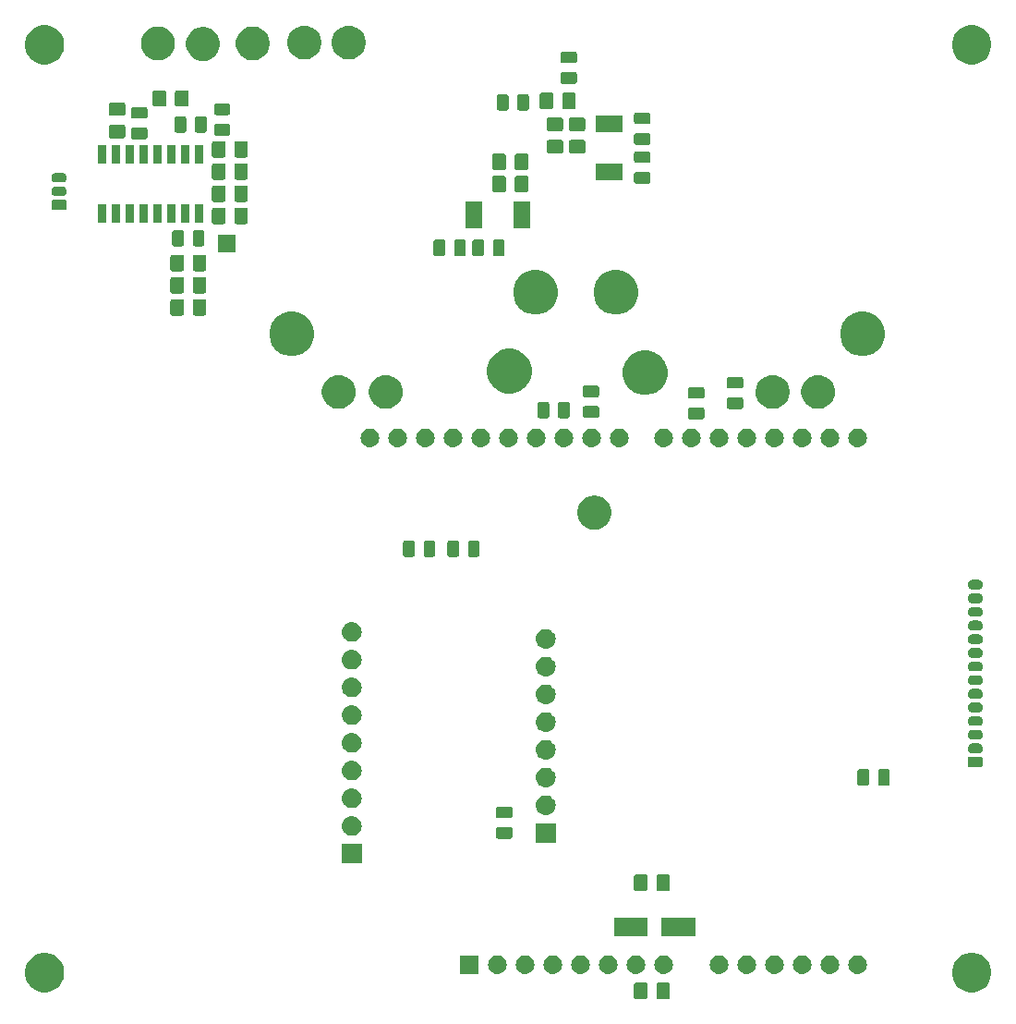
<source format=gbr>
G04 #@! TF.GenerationSoftware,KiCad,Pcbnew,(5.0.1)-3*
G04 #@! TF.CreationDate,2019-01-09T23:58:32-05:00*
G04 #@! TF.ProjectId,SMA_Driver_V1,534D415F4472697665725F56312E6B69,rev?*
G04 #@! TF.SameCoordinates,Original*
G04 #@! TF.FileFunction,Soldermask,Top*
G04 #@! TF.FilePolarity,Negative*
%FSLAX46Y46*%
G04 Gerber Fmt 4.6, Leading zero omitted, Abs format (unit mm)*
G04 Created by KiCad (PCBNEW (5.0.1)-3) date 1/9/2019 23:58:32*
%MOMM*%
%LPD*%
G01*
G04 APERTURE LIST*
%ADD10C,0.100000*%
G04 APERTURE END LIST*
D10*
G36*
X61178677Y-89931465D02*
X61216364Y-89942898D01*
X61251103Y-89961466D01*
X61281548Y-89986452D01*
X61306534Y-90016897D01*
X61325102Y-90051636D01*
X61336535Y-90089323D01*
X61341000Y-90134661D01*
X61341000Y-91221339D01*
X61336535Y-91266677D01*
X61325102Y-91304364D01*
X61306534Y-91339103D01*
X61281548Y-91369548D01*
X61251103Y-91394534D01*
X61216364Y-91413102D01*
X61178677Y-91424535D01*
X61133339Y-91429000D01*
X60296661Y-91429000D01*
X60251323Y-91424535D01*
X60213636Y-91413102D01*
X60178897Y-91394534D01*
X60148452Y-91369548D01*
X60123466Y-91339103D01*
X60104898Y-91304364D01*
X60093465Y-91266677D01*
X60089000Y-91221339D01*
X60089000Y-90134661D01*
X60093465Y-90089323D01*
X60104898Y-90051636D01*
X60123466Y-90016897D01*
X60148452Y-89986452D01*
X60178897Y-89961466D01*
X60213636Y-89942898D01*
X60251323Y-89931465D01*
X60296661Y-89927000D01*
X61133339Y-89927000D01*
X61178677Y-89931465D01*
X61178677Y-89931465D01*
G37*
G36*
X59128677Y-89931465D02*
X59166364Y-89942898D01*
X59201103Y-89961466D01*
X59231548Y-89986452D01*
X59256534Y-90016897D01*
X59275102Y-90051636D01*
X59286535Y-90089323D01*
X59291000Y-90134661D01*
X59291000Y-91221339D01*
X59286535Y-91266677D01*
X59275102Y-91304364D01*
X59256534Y-91339103D01*
X59231548Y-91369548D01*
X59201103Y-91394534D01*
X59166364Y-91413102D01*
X59128677Y-91424535D01*
X59083339Y-91429000D01*
X58246661Y-91429000D01*
X58201323Y-91424535D01*
X58163636Y-91413102D01*
X58128897Y-91394534D01*
X58098452Y-91369548D01*
X58073466Y-91339103D01*
X58054898Y-91304364D01*
X58043465Y-91266677D01*
X58039000Y-91221339D01*
X58039000Y-90134661D01*
X58043465Y-90089323D01*
X58054898Y-90051636D01*
X58073466Y-90016897D01*
X58098452Y-89986452D01*
X58128897Y-89961466D01*
X58163636Y-89942898D01*
X58201323Y-89931465D01*
X58246661Y-89927000D01*
X59083339Y-89927000D01*
X59128677Y-89931465D01*
X59128677Y-89931465D01*
G37*
G36*
X4525331Y-87268211D02*
X4853092Y-87403974D01*
X5148073Y-87601074D01*
X5398926Y-87851927D01*
X5596026Y-88146908D01*
X5731789Y-88474669D01*
X5801000Y-88822616D01*
X5801000Y-89177384D01*
X5731789Y-89525331D01*
X5596026Y-89853092D01*
X5398926Y-90148073D01*
X5148073Y-90398926D01*
X4853092Y-90596026D01*
X4525331Y-90731789D01*
X4177384Y-90801000D01*
X3822616Y-90801000D01*
X3474669Y-90731789D01*
X3146908Y-90596026D01*
X2851927Y-90398926D01*
X2601074Y-90148073D01*
X2403974Y-89853092D01*
X2268211Y-89525331D01*
X2199000Y-89177384D01*
X2199000Y-88822616D01*
X2268211Y-88474669D01*
X2403974Y-88146908D01*
X2601074Y-87851927D01*
X2851927Y-87601074D01*
X3146908Y-87403974D01*
X3474669Y-87268211D01*
X3822616Y-87199000D01*
X4177384Y-87199000D01*
X4525331Y-87268211D01*
X4525331Y-87268211D01*
G37*
G36*
X89525331Y-87268211D02*
X89853092Y-87403974D01*
X90148073Y-87601074D01*
X90398926Y-87851927D01*
X90596026Y-88146908D01*
X90731789Y-88474669D01*
X90801000Y-88822616D01*
X90801000Y-89177384D01*
X90731789Y-89525331D01*
X90596026Y-89853092D01*
X90398926Y-90148073D01*
X90148073Y-90398926D01*
X89853092Y-90596026D01*
X89525331Y-90731789D01*
X89177384Y-90801000D01*
X88822616Y-90801000D01*
X88474669Y-90731789D01*
X88146908Y-90596026D01*
X87851927Y-90398926D01*
X87601074Y-90148073D01*
X87403974Y-89853092D01*
X87268211Y-89525331D01*
X87199000Y-89177384D01*
X87199000Y-88822616D01*
X87268211Y-88474669D01*
X87403974Y-88146908D01*
X87601074Y-87851927D01*
X87851927Y-87601074D01*
X88146908Y-87403974D01*
X88474669Y-87268211D01*
X88822616Y-87199000D01*
X89177384Y-87199000D01*
X89525331Y-87268211D01*
X89525331Y-87268211D01*
G37*
G36*
X76163621Y-87426313D02*
X76163624Y-87426314D01*
X76163625Y-87426314D01*
X76324039Y-87474975D01*
X76324041Y-87474976D01*
X76324044Y-87474977D01*
X76471878Y-87553995D01*
X76601459Y-87660341D01*
X76707805Y-87789922D01*
X76786823Y-87937756D01*
X76835487Y-88098179D01*
X76851917Y-88265000D01*
X76835487Y-88431821D01*
X76835486Y-88431824D01*
X76835486Y-88431825D01*
X76822490Y-88474668D01*
X76786823Y-88592244D01*
X76707805Y-88740078D01*
X76601459Y-88869659D01*
X76471878Y-88976005D01*
X76324044Y-89055023D01*
X76324041Y-89055024D01*
X76324039Y-89055025D01*
X76163625Y-89103686D01*
X76163624Y-89103686D01*
X76163621Y-89103687D01*
X76038604Y-89116000D01*
X75954996Y-89116000D01*
X75829979Y-89103687D01*
X75829976Y-89103686D01*
X75829975Y-89103686D01*
X75669561Y-89055025D01*
X75669559Y-89055024D01*
X75669556Y-89055023D01*
X75521722Y-88976005D01*
X75392141Y-88869659D01*
X75285795Y-88740078D01*
X75206777Y-88592244D01*
X75171111Y-88474668D01*
X75158114Y-88431825D01*
X75158114Y-88431824D01*
X75158113Y-88431821D01*
X75141683Y-88265000D01*
X75158113Y-88098179D01*
X75206777Y-87937756D01*
X75285795Y-87789922D01*
X75392141Y-87660341D01*
X75521722Y-87553995D01*
X75669556Y-87474977D01*
X75669559Y-87474976D01*
X75669561Y-87474975D01*
X75829975Y-87426314D01*
X75829976Y-87426314D01*
X75829979Y-87426313D01*
X75954996Y-87414000D01*
X76038604Y-87414000D01*
X76163621Y-87426313D01*
X76163621Y-87426313D01*
G37*
G36*
X78703621Y-87426313D02*
X78703624Y-87426314D01*
X78703625Y-87426314D01*
X78864039Y-87474975D01*
X78864041Y-87474976D01*
X78864044Y-87474977D01*
X79011878Y-87553995D01*
X79141459Y-87660341D01*
X79247805Y-87789922D01*
X79326823Y-87937756D01*
X79375487Y-88098179D01*
X79391917Y-88265000D01*
X79375487Y-88431821D01*
X79375486Y-88431824D01*
X79375486Y-88431825D01*
X79362490Y-88474668D01*
X79326823Y-88592244D01*
X79247805Y-88740078D01*
X79141459Y-88869659D01*
X79011878Y-88976005D01*
X78864044Y-89055023D01*
X78864041Y-89055024D01*
X78864039Y-89055025D01*
X78703625Y-89103686D01*
X78703624Y-89103686D01*
X78703621Y-89103687D01*
X78578604Y-89116000D01*
X78494996Y-89116000D01*
X78369979Y-89103687D01*
X78369976Y-89103686D01*
X78369975Y-89103686D01*
X78209561Y-89055025D01*
X78209559Y-89055024D01*
X78209556Y-89055023D01*
X78061722Y-88976005D01*
X77932141Y-88869659D01*
X77825795Y-88740078D01*
X77746777Y-88592244D01*
X77711111Y-88474668D01*
X77698114Y-88431825D01*
X77698114Y-88431824D01*
X77698113Y-88431821D01*
X77681683Y-88265000D01*
X77698113Y-88098179D01*
X77746777Y-87937756D01*
X77825795Y-87789922D01*
X77932141Y-87660341D01*
X78061722Y-87553995D01*
X78209556Y-87474977D01*
X78209559Y-87474976D01*
X78209561Y-87474975D01*
X78369975Y-87426314D01*
X78369976Y-87426314D01*
X78369979Y-87426313D01*
X78494996Y-87414000D01*
X78578604Y-87414000D01*
X78703621Y-87426313D01*
X78703621Y-87426313D01*
G37*
G36*
X43827800Y-89116000D02*
X42125800Y-89116000D01*
X42125800Y-87414000D01*
X43827800Y-87414000D01*
X43827800Y-89116000D01*
X43827800Y-89116000D01*
G37*
G36*
X45683621Y-87426313D02*
X45683624Y-87426314D01*
X45683625Y-87426314D01*
X45844039Y-87474975D01*
X45844041Y-87474976D01*
X45844044Y-87474977D01*
X45991878Y-87553995D01*
X46121459Y-87660341D01*
X46227805Y-87789922D01*
X46306823Y-87937756D01*
X46355487Y-88098179D01*
X46371917Y-88265000D01*
X46355487Y-88431821D01*
X46355486Y-88431824D01*
X46355486Y-88431825D01*
X46342490Y-88474668D01*
X46306823Y-88592244D01*
X46227805Y-88740078D01*
X46121459Y-88869659D01*
X45991878Y-88976005D01*
X45844044Y-89055023D01*
X45844041Y-89055024D01*
X45844039Y-89055025D01*
X45683625Y-89103686D01*
X45683624Y-89103686D01*
X45683621Y-89103687D01*
X45558604Y-89116000D01*
X45474996Y-89116000D01*
X45349979Y-89103687D01*
X45349976Y-89103686D01*
X45349975Y-89103686D01*
X45189561Y-89055025D01*
X45189559Y-89055024D01*
X45189556Y-89055023D01*
X45041722Y-88976005D01*
X44912141Y-88869659D01*
X44805795Y-88740078D01*
X44726777Y-88592244D01*
X44691111Y-88474668D01*
X44678114Y-88431825D01*
X44678114Y-88431824D01*
X44678113Y-88431821D01*
X44661683Y-88265000D01*
X44678113Y-88098179D01*
X44726777Y-87937756D01*
X44805795Y-87789922D01*
X44912141Y-87660341D01*
X45041722Y-87553995D01*
X45189556Y-87474977D01*
X45189559Y-87474976D01*
X45189561Y-87474975D01*
X45349975Y-87426314D01*
X45349976Y-87426314D01*
X45349979Y-87426313D01*
X45474996Y-87414000D01*
X45558604Y-87414000D01*
X45683621Y-87426313D01*
X45683621Y-87426313D01*
G37*
G36*
X48223621Y-87426313D02*
X48223624Y-87426314D01*
X48223625Y-87426314D01*
X48384039Y-87474975D01*
X48384041Y-87474976D01*
X48384044Y-87474977D01*
X48531878Y-87553995D01*
X48661459Y-87660341D01*
X48767805Y-87789922D01*
X48846823Y-87937756D01*
X48895487Y-88098179D01*
X48911917Y-88265000D01*
X48895487Y-88431821D01*
X48895486Y-88431824D01*
X48895486Y-88431825D01*
X48882490Y-88474668D01*
X48846823Y-88592244D01*
X48767805Y-88740078D01*
X48661459Y-88869659D01*
X48531878Y-88976005D01*
X48384044Y-89055023D01*
X48384041Y-89055024D01*
X48384039Y-89055025D01*
X48223625Y-89103686D01*
X48223624Y-89103686D01*
X48223621Y-89103687D01*
X48098604Y-89116000D01*
X48014996Y-89116000D01*
X47889979Y-89103687D01*
X47889976Y-89103686D01*
X47889975Y-89103686D01*
X47729561Y-89055025D01*
X47729559Y-89055024D01*
X47729556Y-89055023D01*
X47581722Y-88976005D01*
X47452141Y-88869659D01*
X47345795Y-88740078D01*
X47266777Y-88592244D01*
X47231111Y-88474668D01*
X47218114Y-88431825D01*
X47218114Y-88431824D01*
X47218113Y-88431821D01*
X47201683Y-88265000D01*
X47218113Y-88098179D01*
X47266777Y-87937756D01*
X47345795Y-87789922D01*
X47452141Y-87660341D01*
X47581722Y-87553995D01*
X47729556Y-87474977D01*
X47729559Y-87474976D01*
X47729561Y-87474975D01*
X47889975Y-87426314D01*
X47889976Y-87426314D01*
X47889979Y-87426313D01*
X48014996Y-87414000D01*
X48098604Y-87414000D01*
X48223621Y-87426313D01*
X48223621Y-87426313D01*
G37*
G36*
X50763621Y-87426313D02*
X50763624Y-87426314D01*
X50763625Y-87426314D01*
X50924039Y-87474975D01*
X50924041Y-87474976D01*
X50924044Y-87474977D01*
X51071878Y-87553995D01*
X51201459Y-87660341D01*
X51307805Y-87789922D01*
X51386823Y-87937756D01*
X51435487Y-88098179D01*
X51451917Y-88265000D01*
X51435487Y-88431821D01*
X51435486Y-88431824D01*
X51435486Y-88431825D01*
X51422490Y-88474668D01*
X51386823Y-88592244D01*
X51307805Y-88740078D01*
X51201459Y-88869659D01*
X51071878Y-88976005D01*
X50924044Y-89055023D01*
X50924041Y-89055024D01*
X50924039Y-89055025D01*
X50763625Y-89103686D01*
X50763624Y-89103686D01*
X50763621Y-89103687D01*
X50638604Y-89116000D01*
X50554996Y-89116000D01*
X50429979Y-89103687D01*
X50429976Y-89103686D01*
X50429975Y-89103686D01*
X50269561Y-89055025D01*
X50269559Y-89055024D01*
X50269556Y-89055023D01*
X50121722Y-88976005D01*
X49992141Y-88869659D01*
X49885795Y-88740078D01*
X49806777Y-88592244D01*
X49771111Y-88474668D01*
X49758114Y-88431825D01*
X49758114Y-88431824D01*
X49758113Y-88431821D01*
X49741683Y-88265000D01*
X49758113Y-88098179D01*
X49806777Y-87937756D01*
X49885795Y-87789922D01*
X49992141Y-87660341D01*
X50121722Y-87553995D01*
X50269556Y-87474977D01*
X50269559Y-87474976D01*
X50269561Y-87474975D01*
X50429975Y-87426314D01*
X50429976Y-87426314D01*
X50429979Y-87426313D01*
X50554996Y-87414000D01*
X50638604Y-87414000D01*
X50763621Y-87426313D01*
X50763621Y-87426313D01*
G37*
G36*
X53303621Y-87426313D02*
X53303624Y-87426314D01*
X53303625Y-87426314D01*
X53464039Y-87474975D01*
X53464041Y-87474976D01*
X53464044Y-87474977D01*
X53611878Y-87553995D01*
X53741459Y-87660341D01*
X53847805Y-87789922D01*
X53926823Y-87937756D01*
X53975487Y-88098179D01*
X53991917Y-88265000D01*
X53975487Y-88431821D01*
X53975486Y-88431824D01*
X53975486Y-88431825D01*
X53962490Y-88474668D01*
X53926823Y-88592244D01*
X53847805Y-88740078D01*
X53741459Y-88869659D01*
X53611878Y-88976005D01*
X53464044Y-89055023D01*
X53464041Y-89055024D01*
X53464039Y-89055025D01*
X53303625Y-89103686D01*
X53303624Y-89103686D01*
X53303621Y-89103687D01*
X53178604Y-89116000D01*
X53094996Y-89116000D01*
X52969979Y-89103687D01*
X52969976Y-89103686D01*
X52969975Y-89103686D01*
X52809561Y-89055025D01*
X52809559Y-89055024D01*
X52809556Y-89055023D01*
X52661722Y-88976005D01*
X52532141Y-88869659D01*
X52425795Y-88740078D01*
X52346777Y-88592244D01*
X52311111Y-88474668D01*
X52298114Y-88431825D01*
X52298114Y-88431824D01*
X52298113Y-88431821D01*
X52281683Y-88265000D01*
X52298113Y-88098179D01*
X52346777Y-87937756D01*
X52425795Y-87789922D01*
X52532141Y-87660341D01*
X52661722Y-87553995D01*
X52809556Y-87474977D01*
X52809559Y-87474976D01*
X52809561Y-87474975D01*
X52969975Y-87426314D01*
X52969976Y-87426314D01*
X52969979Y-87426313D01*
X53094996Y-87414000D01*
X53178604Y-87414000D01*
X53303621Y-87426313D01*
X53303621Y-87426313D01*
G37*
G36*
X55843621Y-87426313D02*
X55843624Y-87426314D01*
X55843625Y-87426314D01*
X56004039Y-87474975D01*
X56004041Y-87474976D01*
X56004044Y-87474977D01*
X56151878Y-87553995D01*
X56281459Y-87660341D01*
X56387805Y-87789922D01*
X56466823Y-87937756D01*
X56515487Y-88098179D01*
X56531917Y-88265000D01*
X56515487Y-88431821D01*
X56515486Y-88431824D01*
X56515486Y-88431825D01*
X56502490Y-88474668D01*
X56466823Y-88592244D01*
X56387805Y-88740078D01*
X56281459Y-88869659D01*
X56151878Y-88976005D01*
X56004044Y-89055023D01*
X56004041Y-89055024D01*
X56004039Y-89055025D01*
X55843625Y-89103686D01*
X55843624Y-89103686D01*
X55843621Y-89103687D01*
X55718604Y-89116000D01*
X55634996Y-89116000D01*
X55509979Y-89103687D01*
X55509976Y-89103686D01*
X55509975Y-89103686D01*
X55349561Y-89055025D01*
X55349559Y-89055024D01*
X55349556Y-89055023D01*
X55201722Y-88976005D01*
X55072141Y-88869659D01*
X54965795Y-88740078D01*
X54886777Y-88592244D01*
X54851111Y-88474668D01*
X54838114Y-88431825D01*
X54838114Y-88431824D01*
X54838113Y-88431821D01*
X54821683Y-88265000D01*
X54838113Y-88098179D01*
X54886777Y-87937756D01*
X54965795Y-87789922D01*
X55072141Y-87660341D01*
X55201722Y-87553995D01*
X55349556Y-87474977D01*
X55349559Y-87474976D01*
X55349561Y-87474975D01*
X55509975Y-87426314D01*
X55509976Y-87426314D01*
X55509979Y-87426313D01*
X55634996Y-87414000D01*
X55718604Y-87414000D01*
X55843621Y-87426313D01*
X55843621Y-87426313D01*
G37*
G36*
X58383621Y-87426313D02*
X58383624Y-87426314D01*
X58383625Y-87426314D01*
X58544039Y-87474975D01*
X58544041Y-87474976D01*
X58544044Y-87474977D01*
X58691878Y-87553995D01*
X58821459Y-87660341D01*
X58927805Y-87789922D01*
X59006823Y-87937756D01*
X59055487Y-88098179D01*
X59071917Y-88265000D01*
X59055487Y-88431821D01*
X59055486Y-88431824D01*
X59055486Y-88431825D01*
X59042490Y-88474668D01*
X59006823Y-88592244D01*
X58927805Y-88740078D01*
X58821459Y-88869659D01*
X58691878Y-88976005D01*
X58544044Y-89055023D01*
X58544041Y-89055024D01*
X58544039Y-89055025D01*
X58383625Y-89103686D01*
X58383624Y-89103686D01*
X58383621Y-89103687D01*
X58258604Y-89116000D01*
X58174996Y-89116000D01*
X58049979Y-89103687D01*
X58049976Y-89103686D01*
X58049975Y-89103686D01*
X57889561Y-89055025D01*
X57889559Y-89055024D01*
X57889556Y-89055023D01*
X57741722Y-88976005D01*
X57612141Y-88869659D01*
X57505795Y-88740078D01*
X57426777Y-88592244D01*
X57391111Y-88474668D01*
X57378114Y-88431825D01*
X57378114Y-88431824D01*
X57378113Y-88431821D01*
X57361683Y-88265000D01*
X57378113Y-88098179D01*
X57426777Y-87937756D01*
X57505795Y-87789922D01*
X57612141Y-87660341D01*
X57741722Y-87553995D01*
X57889556Y-87474977D01*
X57889559Y-87474976D01*
X57889561Y-87474975D01*
X58049975Y-87426314D01*
X58049976Y-87426314D01*
X58049979Y-87426313D01*
X58174996Y-87414000D01*
X58258604Y-87414000D01*
X58383621Y-87426313D01*
X58383621Y-87426313D01*
G37*
G36*
X60923621Y-87426313D02*
X60923624Y-87426314D01*
X60923625Y-87426314D01*
X61084039Y-87474975D01*
X61084041Y-87474976D01*
X61084044Y-87474977D01*
X61231878Y-87553995D01*
X61361459Y-87660341D01*
X61467805Y-87789922D01*
X61546823Y-87937756D01*
X61595487Y-88098179D01*
X61611917Y-88265000D01*
X61595487Y-88431821D01*
X61595486Y-88431824D01*
X61595486Y-88431825D01*
X61582490Y-88474668D01*
X61546823Y-88592244D01*
X61467805Y-88740078D01*
X61361459Y-88869659D01*
X61231878Y-88976005D01*
X61084044Y-89055023D01*
X61084041Y-89055024D01*
X61084039Y-89055025D01*
X60923625Y-89103686D01*
X60923624Y-89103686D01*
X60923621Y-89103687D01*
X60798604Y-89116000D01*
X60714996Y-89116000D01*
X60589979Y-89103687D01*
X60589976Y-89103686D01*
X60589975Y-89103686D01*
X60429561Y-89055025D01*
X60429559Y-89055024D01*
X60429556Y-89055023D01*
X60281722Y-88976005D01*
X60152141Y-88869659D01*
X60045795Y-88740078D01*
X59966777Y-88592244D01*
X59931111Y-88474668D01*
X59918114Y-88431825D01*
X59918114Y-88431824D01*
X59918113Y-88431821D01*
X59901683Y-88265000D01*
X59918113Y-88098179D01*
X59966777Y-87937756D01*
X60045795Y-87789922D01*
X60152141Y-87660341D01*
X60281722Y-87553995D01*
X60429556Y-87474977D01*
X60429559Y-87474976D01*
X60429561Y-87474975D01*
X60589975Y-87426314D01*
X60589976Y-87426314D01*
X60589979Y-87426313D01*
X60714996Y-87414000D01*
X60798604Y-87414000D01*
X60923621Y-87426313D01*
X60923621Y-87426313D01*
G37*
G36*
X66003621Y-87426313D02*
X66003624Y-87426314D01*
X66003625Y-87426314D01*
X66164039Y-87474975D01*
X66164041Y-87474976D01*
X66164044Y-87474977D01*
X66311878Y-87553995D01*
X66441459Y-87660341D01*
X66547805Y-87789922D01*
X66626823Y-87937756D01*
X66675487Y-88098179D01*
X66691917Y-88265000D01*
X66675487Y-88431821D01*
X66675486Y-88431824D01*
X66675486Y-88431825D01*
X66662490Y-88474668D01*
X66626823Y-88592244D01*
X66547805Y-88740078D01*
X66441459Y-88869659D01*
X66311878Y-88976005D01*
X66164044Y-89055023D01*
X66164041Y-89055024D01*
X66164039Y-89055025D01*
X66003625Y-89103686D01*
X66003624Y-89103686D01*
X66003621Y-89103687D01*
X65878604Y-89116000D01*
X65794996Y-89116000D01*
X65669979Y-89103687D01*
X65669976Y-89103686D01*
X65669975Y-89103686D01*
X65509561Y-89055025D01*
X65509559Y-89055024D01*
X65509556Y-89055023D01*
X65361722Y-88976005D01*
X65232141Y-88869659D01*
X65125795Y-88740078D01*
X65046777Y-88592244D01*
X65011111Y-88474668D01*
X64998114Y-88431825D01*
X64998114Y-88431824D01*
X64998113Y-88431821D01*
X64981683Y-88265000D01*
X64998113Y-88098179D01*
X65046777Y-87937756D01*
X65125795Y-87789922D01*
X65232141Y-87660341D01*
X65361722Y-87553995D01*
X65509556Y-87474977D01*
X65509559Y-87474976D01*
X65509561Y-87474975D01*
X65669975Y-87426314D01*
X65669976Y-87426314D01*
X65669979Y-87426313D01*
X65794996Y-87414000D01*
X65878604Y-87414000D01*
X66003621Y-87426313D01*
X66003621Y-87426313D01*
G37*
G36*
X68543621Y-87426313D02*
X68543624Y-87426314D01*
X68543625Y-87426314D01*
X68704039Y-87474975D01*
X68704041Y-87474976D01*
X68704044Y-87474977D01*
X68851878Y-87553995D01*
X68981459Y-87660341D01*
X69087805Y-87789922D01*
X69166823Y-87937756D01*
X69215487Y-88098179D01*
X69231917Y-88265000D01*
X69215487Y-88431821D01*
X69215486Y-88431824D01*
X69215486Y-88431825D01*
X69202490Y-88474668D01*
X69166823Y-88592244D01*
X69087805Y-88740078D01*
X68981459Y-88869659D01*
X68851878Y-88976005D01*
X68704044Y-89055023D01*
X68704041Y-89055024D01*
X68704039Y-89055025D01*
X68543625Y-89103686D01*
X68543624Y-89103686D01*
X68543621Y-89103687D01*
X68418604Y-89116000D01*
X68334996Y-89116000D01*
X68209979Y-89103687D01*
X68209976Y-89103686D01*
X68209975Y-89103686D01*
X68049561Y-89055025D01*
X68049559Y-89055024D01*
X68049556Y-89055023D01*
X67901722Y-88976005D01*
X67772141Y-88869659D01*
X67665795Y-88740078D01*
X67586777Y-88592244D01*
X67551111Y-88474668D01*
X67538114Y-88431825D01*
X67538114Y-88431824D01*
X67538113Y-88431821D01*
X67521683Y-88265000D01*
X67538113Y-88098179D01*
X67586777Y-87937756D01*
X67665795Y-87789922D01*
X67772141Y-87660341D01*
X67901722Y-87553995D01*
X68049556Y-87474977D01*
X68049559Y-87474976D01*
X68049561Y-87474975D01*
X68209975Y-87426314D01*
X68209976Y-87426314D01*
X68209979Y-87426313D01*
X68334996Y-87414000D01*
X68418604Y-87414000D01*
X68543621Y-87426313D01*
X68543621Y-87426313D01*
G37*
G36*
X71083621Y-87426313D02*
X71083624Y-87426314D01*
X71083625Y-87426314D01*
X71244039Y-87474975D01*
X71244041Y-87474976D01*
X71244044Y-87474977D01*
X71391878Y-87553995D01*
X71521459Y-87660341D01*
X71627805Y-87789922D01*
X71706823Y-87937756D01*
X71755487Y-88098179D01*
X71771917Y-88265000D01*
X71755487Y-88431821D01*
X71755486Y-88431824D01*
X71755486Y-88431825D01*
X71742490Y-88474668D01*
X71706823Y-88592244D01*
X71627805Y-88740078D01*
X71521459Y-88869659D01*
X71391878Y-88976005D01*
X71244044Y-89055023D01*
X71244041Y-89055024D01*
X71244039Y-89055025D01*
X71083625Y-89103686D01*
X71083624Y-89103686D01*
X71083621Y-89103687D01*
X70958604Y-89116000D01*
X70874996Y-89116000D01*
X70749979Y-89103687D01*
X70749976Y-89103686D01*
X70749975Y-89103686D01*
X70589561Y-89055025D01*
X70589559Y-89055024D01*
X70589556Y-89055023D01*
X70441722Y-88976005D01*
X70312141Y-88869659D01*
X70205795Y-88740078D01*
X70126777Y-88592244D01*
X70091111Y-88474668D01*
X70078114Y-88431825D01*
X70078114Y-88431824D01*
X70078113Y-88431821D01*
X70061683Y-88265000D01*
X70078113Y-88098179D01*
X70126777Y-87937756D01*
X70205795Y-87789922D01*
X70312141Y-87660341D01*
X70441722Y-87553995D01*
X70589556Y-87474977D01*
X70589559Y-87474976D01*
X70589561Y-87474975D01*
X70749975Y-87426314D01*
X70749976Y-87426314D01*
X70749979Y-87426313D01*
X70874996Y-87414000D01*
X70958604Y-87414000D01*
X71083621Y-87426313D01*
X71083621Y-87426313D01*
G37*
G36*
X73623621Y-87426313D02*
X73623624Y-87426314D01*
X73623625Y-87426314D01*
X73784039Y-87474975D01*
X73784041Y-87474976D01*
X73784044Y-87474977D01*
X73931878Y-87553995D01*
X74061459Y-87660341D01*
X74167805Y-87789922D01*
X74246823Y-87937756D01*
X74295487Y-88098179D01*
X74311917Y-88265000D01*
X74295487Y-88431821D01*
X74295486Y-88431824D01*
X74295486Y-88431825D01*
X74282490Y-88474668D01*
X74246823Y-88592244D01*
X74167805Y-88740078D01*
X74061459Y-88869659D01*
X73931878Y-88976005D01*
X73784044Y-89055023D01*
X73784041Y-89055024D01*
X73784039Y-89055025D01*
X73623625Y-89103686D01*
X73623624Y-89103686D01*
X73623621Y-89103687D01*
X73498604Y-89116000D01*
X73414996Y-89116000D01*
X73289979Y-89103687D01*
X73289976Y-89103686D01*
X73289975Y-89103686D01*
X73129561Y-89055025D01*
X73129559Y-89055024D01*
X73129556Y-89055023D01*
X72981722Y-88976005D01*
X72852141Y-88869659D01*
X72745795Y-88740078D01*
X72666777Y-88592244D01*
X72631111Y-88474668D01*
X72618114Y-88431825D01*
X72618114Y-88431824D01*
X72618113Y-88431821D01*
X72601683Y-88265000D01*
X72618113Y-88098179D01*
X72666777Y-87937756D01*
X72745795Y-87789922D01*
X72852141Y-87660341D01*
X72981722Y-87553995D01*
X73129556Y-87474977D01*
X73129559Y-87474976D01*
X73129561Y-87474975D01*
X73289975Y-87426314D01*
X73289976Y-87426314D01*
X73289979Y-87426313D01*
X73414996Y-87414000D01*
X73498604Y-87414000D01*
X73623621Y-87426313D01*
X73623621Y-87426313D01*
G37*
G36*
X63695000Y-85687000D02*
X60593000Y-85687000D01*
X60593000Y-83985000D01*
X63695000Y-83985000D01*
X63695000Y-85687000D01*
X63695000Y-85687000D01*
G37*
G36*
X59295000Y-85687000D02*
X56193000Y-85687000D01*
X56193000Y-83985000D01*
X59295000Y-83985000D01*
X59295000Y-85687000D01*
X59295000Y-85687000D01*
G37*
G36*
X59128677Y-80025465D02*
X59166364Y-80036898D01*
X59201103Y-80055466D01*
X59231548Y-80080452D01*
X59256534Y-80110897D01*
X59275102Y-80145636D01*
X59286535Y-80183323D01*
X59291000Y-80228661D01*
X59291000Y-81315339D01*
X59286535Y-81360677D01*
X59275102Y-81398364D01*
X59256534Y-81433103D01*
X59231548Y-81463548D01*
X59201103Y-81488534D01*
X59166364Y-81507102D01*
X59128677Y-81518535D01*
X59083339Y-81523000D01*
X58246661Y-81523000D01*
X58201323Y-81518535D01*
X58163636Y-81507102D01*
X58128897Y-81488534D01*
X58098452Y-81463548D01*
X58073466Y-81433103D01*
X58054898Y-81398364D01*
X58043465Y-81360677D01*
X58039000Y-81315339D01*
X58039000Y-80228661D01*
X58043465Y-80183323D01*
X58054898Y-80145636D01*
X58073466Y-80110897D01*
X58098452Y-80080452D01*
X58128897Y-80055466D01*
X58163636Y-80036898D01*
X58201323Y-80025465D01*
X58246661Y-80021000D01*
X59083339Y-80021000D01*
X59128677Y-80025465D01*
X59128677Y-80025465D01*
G37*
G36*
X61178677Y-80025465D02*
X61216364Y-80036898D01*
X61251103Y-80055466D01*
X61281548Y-80080452D01*
X61306534Y-80110897D01*
X61325102Y-80145636D01*
X61336535Y-80183323D01*
X61341000Y-80228661D01*
X61341000Y-81315339D01*
X61336535Y-81360677D01*
X61325102Y-81398364D01*
X61306534Y-81433103D01*
X61281548Y-81463548D01*
X61251103Y-81488534D01*
X61216364Y-81507102D01*
X61178677Y-81518535D01*
X61133339Y-81523000D01*
X60296661Y-81523000D01*
X60251323Y-81518535D01*
X60213636Y-81507102D01*
X60178897Y-81488534D01*
X60148452Y-81463548D01*
X60123466Y-81433103D01*
X60104898Y-81398364D01*
X60093465Y-81360677D01*
X60089000Y-81315339D01*
X60089000Y-80228661D01*
X60093465Y-80183323D01*
X60104898Y-80145636D01*
X60123466Y-80110897D01*
X60148452Y-80080452D01*
X60178897Y-80055466D01*
X60213636Y-80036898D01*
X60251323Y-80025465D01*
X60296661Y-80021000D01*
X61133339Y-80021000D01*
X61178677Y-80025465D01*
X61178677Y-80025465D01*
G37*
G36*
X33082800Y-79006000D02*
X31280800Y-79006000D01*
X31280800Y-77204000D01*
X33082800Y-77204000D01*
X33082800Y-79006000D01*
X33082800Y-79006000D01*
G37*
G36*
X50862800Y-77101000D02*
X49060800Y-77101000D01*
X49060800Y-75299000D01*
X50862800Y-75299000D01*
X50862800Y-77101000D01*
X50862800Y-77101000D01*
G37*
G36*
X46736266Y-75666065D02*
X46774937Y-75677796D01*
X46810579Y-75696848D01*
X46841817Y-75722483D01*
X46867452Y-75753721D01*
X46886504Y-75789363D01*
X46898235Y-75828034D01*
X46902800Y-75874388D01*
X46902800Y-76525612D01*
X46898235Y-76571966D01*
X46886504Y-76610637D01*
X46867452Y-76646279D01*
X46841817Y-76677517D01*
X46810579Y-76703152D01*
X46774937Y-76722204D01*
X46736266Y-76733935D01*
X46689912Y-76738500D01*
X45613688Y-76738500D01*
X45567334Y-76733935D01*
X45528663Y-76722204D01*
X45493021Y-76703152D01*
X45461783Y-76677517D01*
X45436148Y-76646279D01*
X45417096Y-76610637D01*
X45405365Y-76571966D01*
X45400800Y-76525612D01*
X45400800Y-75874388D01*
X45405365Y-75828034D01*
X45417096Y-75789363D01*
X45436148Y-75753721D01*
X45461783Y-75722483D01*
X45493021Y-75696848D01*
X45528663Y-75677796D01*
X45567334Y-75666065D01*
X45613688Y-75661500D01*
X46689912Y-75661500D01*
X46736266Y-75666065D01*
X46736266Y-75666065D01*
G37*
G36*
X32292242Y-74670518D02*
X32358427Y-74677037D01*
X32471653Y-74711384D01*
X32528267Y-74728557D01*
X32556853Y-74743837D01*
X32684791Y-74812222D01*
X32720529Y-74841552D01*
X32821986Y-74924814D01*
X32905248Y-75026271D01*
X32934578Y-75062009D01*
X32934579Y-75062011D01*
X33018243Y-75218533D01*
X33018243Y-75218534D01*
X33069763Y-75388373D01*
X33087159Y-75565000D01*
X33069763Y-75741627D01*
X33066094Y-75753721D01*
X33018243Y-75911467D01*
X32944148Y-76050087D01*
X32934578Y-76067991D01*
X32905248Y-76103729D01*
X32821986Y-76205186D01*
X32720529Y-76288448D01*
X32684791Y-76317778D01*
X32684789Y-76317779D01*
X32528267Y-76401443D01*
X32471653Y-76418616D01*
X32358427Y-76452963D01*
X32292243Y-76459481D01*
X32226060Y-76466000D01*
X32137540Y-76466000D01*
X32071357Y-76459481D01*
X32005173Y-76452963D01*
X31891947Y-76418616D01*
X31835333Y-76401443D01*
X31678811Y-76317779D01*
X31678809Y-76317778D01*
X31643071Y-76288448D01*
X31541614Y-76205186D01*
X31458352Y-76103729D01*
X31429022Y-76067991D01*
X31419452Y-76050087D01*
X31345357Y-75911467D01*
X31297506Y-75753721D01*
X31293837Y-75741627D01*
X31276441Y-75565000D01*
X31293837Y-75388373D01*
X31345357Y-75218534D01*
X31345357Y-75218533D01*
X31429021Y-75062011D01*
X31429022Y-75062009D01*
X31458352Y-75026271D01*
X31541614Y-74924814D01*
X31643071Y-74841552D01*
X31678809Y-74812222D01*
X31806747Y-74743837D01*
X31835333Y-74728557D01*
X31891947Y-74711384D01*
X32005173Y-74677037D01*
X32071358Y-74670518D01*
X32137540Y-74664000D01*
X32226060Y-74664000D01*
X32292242Y-74670518D01*
X32292242Y-74670518D01*
G37*
G36*
X46736266Y-73791065D02*
X46774937Y-73802796D01*
X46810579Y-73821848D01*
X46841817Y-73847483D01*
X46867452Y-73878721D01*
X46886504Y-73914363D01*
X46898235Y-73953034D01*
X46902800Y-73999388D01*
X46902800Y-74650612D01*
X46898235Y-74696966D01*
X46886504Y-74735637D01*
X46867452Y-74771279D01*
X46841817Y-74802517D01*
X46810579Y-74828152D01*
X46774937Y-74847204D01*
X46736266Y-74858935D01*
X46689912Y-74863500D01*
X45613688Y-74863500D01*
X45567334Y-74858935D01*
X45528663Y-74847204D01*
X45493021Y-74828152D01*
X45461783Y-74802517D01*
X45436148Y-74771279D01*
X45417096Y-74735637D01*
X45405365Y-74696966D01*
X45400800Y-74650612D01*
X45400800Y-73999388D01*
X45405365Y-73953034D01*
X45417096Y-73914363D01*
X45436148Y-73878721D01*
X45461783Y-73847483D01*
X45493021Y-73821848D01*
X45528663Y-73802796D01*
X45567334Y-73791065D01*
X45613688Y-73786500D01*
X46689912Y-73786500D01*
X46736266Y-73791065D01*
X46736266Y-73791065D01*
G37*
G36*
X50072242Y-72765518D02*
X50138427Y-72772037D01*
X50251653Y-72806384D01*
X50308267Y-72823557D01*
X50446887Y-72897652D01*
X50464791Y-72907222D01*
X50500529Y-72936552D01*
X50601986Y-73019814D01*
X50685248Y-73121271D01*
X50714578Y-73157009D01*
X50714579Y-73157011D01*
X50798243Y-73313533D01*
X50798243Y-73313534D01*
X50849763Y-73483373D01*
X50867159Y-73660000D01*
X50849763Y-73836627D01*
X50826607Y-73912963D01*
X50798243Y-74006467D01*
X50771900Y-74055750D01*
X50714578Y-74162991D01*
X50685248Y-74198729D01*
X50601986Y-74300186D01*
X50500529Y-74383448D01*
X50464791Y-74412778D01*
X50464789Y-74412779D01*
X50308267Y-74496443D01*
X50251653Y-74513616D01*
X50138427Y-74547963D01*
X50072242Y-74554482D01*
X50006060Y-74561000D01*
X49917540Y-74561000D01*
X49851358Y-74554482D01*
X49785173Y-74547963D01*
X49671947Y-74513616D01*
X49615333Y-74496443D01*
X49458811Y-74412779D01*
X49458809Y-74412778D01*
X49423071Y-74383448D01*
X49321614Y-74300186D01*
X49238352Y-74198729D01*
X49209022Y-74162991D01*
X49151700Y-74055750D01*
X49125357Y-74006467D01*
X49096993Y-73912963D01*
X49073837Y-73836627D01*
X49056441Y-73660000D01*
X49073837Y-73483373D01*
X49125357Y-73313534D01*
X49125357Y-73313533D01*
X49209021Y-73157011D01*
X49209022Y-73157009D01*
X49238352Y-73121271D01*
X49321614Y-73019814D01*
X49423071Y-72936552D01*
X49458809Y-72907222D01*
X49476713Y-72897652D01*
X49615333Y-72823557D01*
X49671947Y-72806384D01*
X49785173Y-72772037D01*
X49851358Y-72765518D01*
X49917540Y-72759000D01*
X50006060Y-72759000D01*
X50072242Y-72765518D01*
X50072242Y-72765518D01*
G37*
G36*
X32292243Y-72130519D02*
X32358427Y-72137037D01*
X32471653Y-72171384D01*
X32528267Y-72188557D01*
X32666887Y-72262652D01*
X32684791Y-72272222D01*
X32720529Y-72301552D01*
X32821986Y-72384814D01*
X32905248Y-72486271D01*
X32934578Y-72522009D01*
X32934579Y-72522011D01*
X33018243Y-72678533D01*
X33018243Y-72678534D01*
X33069763Y-72848373D01*
X33087159Y-73025000D01*
X33069763Y-73201627D01*
X33035817Y-73313533D01*
X33018243Y-73371467D01*
X32958427Y-73483373D01*
X32934578Y-73527991D01*
X32905248Y-73563729D01*
X32821986Y-73665186D01*
X32720529Y-73748448D01*
X32684791Y-73777778D01*
X32684789Y-73777779D01*
X32528267Y-73861443D01*
X32471653Y-73878616D01*
X32358427Y-73912963D01*
X32292243Y-73919481D01*
X32226060Y-73926000D01*
X32137540Y-73926000D01*
X32071357Y-73919481D01*
X32005173Y-73912963D01*
X31891947Y-73878616D01*
X31835333Y-73861443D01*
X31678811Y-73777779D01*
X31678809Y-73777778D01*
X31643071Y-73748448D01*
X31541614Y-73665186D01*
X31458352Y-73563729D01*
X31429022Y-73527991D01*
X31405173Y-73483373D01*
X31345357Y-73371467D01*
X31327783Y-73313533D01*
X31293837Y-73201627D01*
X31276441Y-73025000D01*
X31293837Y-72848373D01*
X31345357Y-72678534D01*
X31345357Y-72678533D01*
X31429021Y-72522011D01*
X31429022Y-72522009D01*
X31458352Y-72486271D01*
X31541614Y-72384814D01*
X31643071Y-72301552D01*
X31678809Y-72272222D01*
X31696713Y-72262652D01*
X31835333Y-72188557D01*
X31891947Y-72171384D01*
X32005173Y-72137037D01*
X32071357Y-72130519D01*
X32137540Y-72124000D01*
X32226060Y-72124000D01*
X32292243Y-72130519D01*
X32292243Y-72130519D01*
G37*
G36*
X50072242Y-70225518D02*
X50138427Y-70232037D01*
X50251653Y-70266384D01*
X50308267Y-70283557D01*
X50446887Y-70357652D01*
X50464791Y-70367222D01*
X50500529Y-70396552D01*
X50601986Y-70479814D01*
X50685248Y-70581271D01*
X50714578Y-70617009D01*
X50714579Y-70617011D01*
X50798243Y-70773533D01*
X50798243Y-70773534D01*
X50849763Y-70943373D01*
X50867159Y-71120000D01*
X50849763Y-71296627D01*
X50842235Y-71321443D01*
X50798243Y-71466467D01*
X50725932Y-71601750D01*
X50714578Y-71622991D01*
X50688901Y-71654278D01*
X50601986Y-71760186D01*
X50510029Y-71835652D01*
X50464791Y-71872778D01*
X50464789Y-71872779D01*
X50308267Y-71956443D01*
X50251653Y-71973616D01*
X50138427Y-72007963D01*
X50072243Y-72014481D01*
X50006060Y-72021000D01*
X49917540Y-72021000D01*
X49851357Y-72014481D01*
X49785173Y-72007963D01*
X49671947Y-71973616D01*
X49615333Y-71956443D01*
X49458811Y-71872779D01*
X49458809Y-71872778D01*
X49413571Y-71835652D01*
X49321614Y-71760186D01*
X49234699Y-71654278D01*
X49209022Y-71622991D01*
X49197668Y-71601750D01*
X49125357Y-71466467D01*
X49081365Y-71321443D01*
X49073837Y-71296627D01*
X49056441Y-71120000D01*
X49073837Y-70943373D01*
X49125357Y-70773534D01*
X49125357Y-70773533D01*
X49209021Y-70617011D01*
X49209022Y-70617009D01*
X49238352Y-70581271D01*
X49321614Y-70479814D01*
X49423071Y-70396552D01*
X49458809Y-70367222D01*
X49476713Y-70357652D01*
X49615333Y-70283557D01*
X49671947Y-70266384D01*
X49785173Y-70232037D01*
X49851358Y-70225518D01*
X49917540Y-70219000D01*
X50006060Y-70219000D01*
X50072242Y-70225518D01*
X50072242Y-70225518D01*
G37*
G36*
X81319466Y-70373565D02*
X81358137Y-70385296D01*
X81393779Y-70404348D01*
X81425017Y-70429983D01*
X81450652Y-70461221D01*
X81469704Y-70496863D01*
X81481435Y-70535534D01*
X81486000Y-70581888D01*
X81486000Y-71658112D01*
X81481435Y-71704466D01*
X81469704Y-71743137D01*
X81450652Y-71778779D01*
X81425017Y-71810017D01*
X81393779Y-71835652D01*
X81358137Y-71854704D01*
X81319466Y-71866435D01*
X81273112Y-71871000D01*
X80621888Y-71871000D01*
X80575534Y-71866435D01*
X80536863Y-71854704D01*
X80501221Y-71835652D01*
X80469983Y-71810017D01*
X80444348Y-71778779D01*
X80425296Y-71743137D01*
X80413565Y-71704466D01*
X80409000Y-71658112D01*
X80409000Y-70581888D01*
X80413565Y-70535534D01*
X80425296Y-70496863D01*
X80444348Y-70461221D01*
X80469983Y-70429983D01*
X80501221Y-70404348D01*
X80536863Y-70385296D01*
X80575534Y-70373565D01*
X80621888Y-70369000D01*
X81273112Y-70369000D01*
X81319466Y-70373565D01*
X81319466Y-70373565D01*
G37*
G36*
X79444466Y-70373565D02*
X79483137Y-70385296D01*
X79518779Y-70404348D01*
X79550017Y-70429983D01*
X79575652Y-70461221D01*
X79594704Y-70496863D01*
X79606435Y-70535534D01*
X79611000Y-70581888D01*
X79611000Y-71658112D01*
X79606435Y-71704466D01*
X79594704Y-71743137D01*
X79575652Y-71778779D01*
X79550017Y-71810017D01*
X79518779Y-71835652D01*
X79483137Y-71854704D01*
X79444466Y-71866435D01*
X79398112Y-71871000D01*
X78746888Y-71871000D01*
X78700534Y-71866435D01*
X78661863Y-71854704D01*
X78626221Y-71835652D01*
X78594983Y-71810017D01*
X78569348Y-71778779D01*
X78550296Y-71743137D01*
X78538565Y-71704466D01*
X78534000Y-71658112D01*
X78534000Y-70581888D01*
X78538565Y-70535534D01*
X78550296Y-70496863D01*
X78569348Y-70461221D01*
X78594983Y-70429983D01*
X78626221Y-70404348D01*
X78661863Y-70385296D01*
X78700534Y-70373565D01*
X78746888Y-70369000D01*
X79398112Y-70369000D01*
X79444466Y-70373565D01*
X79444466Y-70373565D01*
G37*
G36*
X32292242Y-69590518D02*
X32358427Y-69597037D01*
X32471653Y-69631384D01*
X32528267Y-69648557D01*
X32666887Y-69722652D01*
X32684791Y-69732222D01*
X32720529Y-69761552D01*
X32821986Y-69844814D01*
X32890664Y-69928500D01*
X32934578Y-69982009D01*
X32934579Y-69982011D01*
X33018243Y-70138533D01*
X33021620Y-70149667D01*
X33069763Y-70308373D01*
X33087159Y-70485000D01*
X33069763Y-70661627D01*
X33035817Y-70773533D01*
X33018243Y-70831467D01*
X32958427Y-70943373D01*
X32934578Y-70987991D01*
X32905248Y-71023729D01*
X32821986Y-71125186D01*
X32720529Y-71208448D01*
X32684791Y-71237778D01*
X32684789Y-71237779D01*
X32528267Y-71321443D01*
X32471653Y-71338616D01*
X32358427Y-71372963D01*
X32292242Y-71379482D01*
X32226060Y-71386000D01*
X32137540Y-71386000D01*
X32071358Y-71379482D01*
X32005173Y-71372963D01*
X31891947Y-71338616D01*
X31835333Y-71321443D01*
X31678811Y-71237779D01*
X31678809Y-71237778D01*
X31643071Y-71208448D01*
X31541614Y-71125186D01*
X31458352Y-71023729D01*
X31429022Y-70987991D01*
X31405173Y-70943373D01*
X31345357Y-70831467D01*
X31327783Y-70773533D01*
X31293837Y-70661627D01*
X31276441Y-70485000D01*
X31293837Y-70308373D01*
X31341980Y-70149667D01*
X31345357Y-70138533D01*
X31429021Y-69982011D01*
X31429022Y-69982009D01*
X31472936Y-69928500D01*
X31541614Y-69844814D01*
X31643071Y-69761552D01*
X31678809Y-69732222D01*
X31696713Y-69722652D01*
X31835333Y-69648557D01*
X31891947Y-69631384D01*
X32005173Y-69597037D01*
X32071358Y-69590518D01*
X32137540Y-69584000D01*
X32226060Y-69584000D01*
X32292242Y-69590518D01*
X32292242Y-69590518D01*
G37*
G36*
X89901483Y-69255725D02*
X89931944Y-69264966D01*
X89960023Y-69279975D01*
X89984631Y-69300169D01*
X90004825Y-69324777D01*
X90019834Y-69352856D01*
X90029075Y-69383317D01*
X90032800Y-69421140D01*
X90032800Y-69984860D01*
X90029075Y-70022683D01*
X90019834Y-70053144D01*
X90004825Y-70081223D01*
X89984631Y-70105831D01*
X89960023Y-70126025D01*
X89931944Y-70141034D01*
X89901483Y-70150275D01*
X89863660Y-70154000D01*
X88799940Y-70154000D01*
X88762117Y-70150275D01*
X88731656Y-70141034D01*
X88703577Y-70126025D01*
X88678969Y-70105831D01*
X88658775Y-70081223D01*
X88643766Y-70053144D01*
X88634525Y-70022683D01*
X88630800Y-69984860D01*
X88630800Y-69421140D01*
X88634525Y-69383317D01*
X88643766Y-69352856D01*
X88658775Y-69324777D01*
X88678969Y-69300169D01*
X88703577Y-69279975D01*
X88731656Y-69264966D01*
X88762117Y-69255725D01*
X88799940Y-69252000D01*
X89863660Y-69252000D01*
X89901483Y-69255725D01*
X89901483Y-69255725D01*
G37*
G36*
X50072243Y-67685519D02*
X50138427Y-67692037D01*
X50251653Y-67726384D01*
X50308267Y-67743557D01*
X50446887Y-67817652D01*
X50464791Y-67827222D01*
X50500529Y-67856552D01*
X50601986Y-67939814D01*
X50679538Y-68034313D01*
X50714578Y-68077009D01*
X50714579Y-68077011D01*
X50798243Y-68233533D01*
X50798243Y-68233534D01*
X50849763Y-68403373D01*
X50867159Y-68580000D01*
X50849763Y-68756627D01*
X50844660Y-68773448D01*
X50798243Y-68926467D01*
X50724148Y-69065087D01*
X50714578Y-69082991D01*
X50685248Y-69118729D01*
X50601986Y-69220186D01*
X50516911Y-69290004D01*
X50464791Y-69332778D01*
X50464789Y-69332779D01*
X50308267Y-69416443D01*
X50252013Y-69433507D01*
X50138427Y-69467963D01*
X50072242Y-69474482D01*
X50006060Y-69481000D01*
X49917540Y-69481000D01*
X49851358Y-69474482D01*
X49785173Y-69467963D01*
X49671587Y-69433507D01*
X49615333Y-69416443D01*
X49458811Y-69332779D01*
X49458809Y-69332778D01*
X49406689Y-69290004D01*
X49321614Y-69220186D01*
X49238352Y-69118729D01*
X49209022Y-69082991D01*
X49199452Y-69065087D01*
X49125357Y-68926467D01*
X49078940Y-68773448D01*
X49073837Y-68756627D01*
X49056441Y-68580000D01*
X49073837Y-68403373D01*
X49125357Y-68233534D01*
X49125357Y-68233533D01*
X49209021Y-68077011D01*
X49209022Y-68077009D01*
X49244062Y-68034313D01*
X49321614Y-67939814D01*
X49423071Y-67856552D01*
X49458809Y-67827222D01*
X49476713Y-67817652D01*
X49615333Y-67743557D01*
X49671947Y-67726384D01*
X49785173Y-67692037D01*
X49851357Y-67685519D01*
X49917540Y-67679000D01*
X50006060Y-67679000D01*
X50072243Y-67685519D01*
X50072243Y-67685519D01*
G37*
G36*
X89670213Y-68008525D02*
X89745256Y-68031290D01*
X89755225Y-68034314D01*
X89833574Y-68076193D01*
X89902248Y-68132552D01*
X89958607Y-68201226D01*
X90000486Y-68279575D01*
X90000487Y-68279579D01*
X90026275Y-68364587D01*
X90034982Y-68453000D01*
X90026275Y-68541413D01*
X90003510Y-68616456D01*
X90000486Y-68626425D01*
X89958607Y-68704774D01*
X89902248Y-68773448D01*
X89833574Y-68829807D01*
X89755225Y-68871686D01*
X89745256Y-68874710D01*
X89670213Y-68897475D01*
X89603958Y-68904000D01*
X89059642Y-68904000D01*
X88993387Y-68897475D01*
X88918344Y-68874710D01*
X88908375Y-68871686D01*
X88830026Y-68829807D01*
X88761352Y-68773448D01*
X88704993Y-68704774D01*
X88663114Y-68626425D01*
X88660090Y-68616456D01*
X88637325Y-68541413D01*
X88628618Y-68453000D01*
X88637325Y-68364587D01*
X88663113Y-68279579D01*
X88663114Y-68279575D01*
X88704993Y-68201226D01*
X88761352Y-68132552D01*
X88830026Y-68076193D01*
X88908375Y-68034314D01*
X88918344Y-68031290D01*
X88993387Y-68008525D01*
X89059642Y-68002000D01*
X89603958Y-68002000D01*
X89670213Y-68008525D01*
X89670213Y-68008525D01*
G37*
G36*
X32292243Y-67050519D02*
X32358427Y-67057037D01*
X32471653Y-67091384D01*
X32528267Y-67108557D01*
X32666887Y-67182652D01*
X32684791Y-67192222D01*
X32720529Y-67221552D01*
X32821986Y-67304814D01*
X32905248Y-67406271D01*
X32934578Y-67442009D01*
X32934579Y-67442011D01*
X33018243Y-67598533D01*
X33033089Y-67647474D01*
X33069763Y-67768373D01*
X33087159Y-67945000D01*
X33069763Y-68121627D01*
X33045617Y-68201225D01*
X33018243Y-68291467D01*
X32979159Y-68364587D01*
X32934578Y-68447991D01*
X32930467Y-68453000D01*
X32821986Y-68585186D01*
X32720529Y-68668448D01*
X32684791Y-68697778D01*
X32671701Y-68704775D01*
X32528267Y-68781443D01*
X32471653Y-68798616D01*
X32358427Y-68832963D01*
X32292243Y-68839481D01*
X32226060Y-68846000D01*
X32137540Y-68846000D01*
X32071357Y-68839481D01*
X32005173Y-68832963D01*
X31891947Y-68798616D01*
X31835333Y-68781443D01*
X31691899Y-68704775D01*
X31678809Y-68697778D01*
X31643071Y-68668448D01*
X31541614Y-68585186D01*
X31433133Y-68453000D01*
X31429022Y-68447991D01*
X31384441Y-68364587D01*
X31345357Y-68291467D01*
X31317983Y-68201225D01*
X31293837Y-68121627D01*
X31276441Y-67945000D01*
X31293837Y-67768373D01*
X31330511Y-67647474D01*
X31345357Y-67598533D01*
X31429021Y-67442011D01*
X31429022Y-67442009D01*
X31458352Y-67406271D01*
X31541614Y-67304814D01*
X31643071Y-67221552D01*
X31678809Y-67192222D01*
X31696713Y-67182652D01*
X31835333Y-67108557D01*
X31891947Y-67091384D01*
X32005173Y-67057037D01*
X32071357Y-67050519D01*
X32137540Y-67044000D01*
X32226060Y-67044000D01*
X32292243Y-67050519D01*
X32292243Y-67050519D01*
G37*
G36*
X89670213Y-66758525D02*
X89745256Y-66781290D01*
X89755225Y-66784314D01*
X89833574Y-66826193D01*
X89902248Y-66882552D01*
X89958607Y-66951226D01*
X90000486Y-67029575D01*
X90000487Y-67029579D01*
X90026275Y-67114587D01*
X90034982Y-67203000D01*
X90026275Y-67291413D01*
X90003510Y-67366456D01*
X90000486Y-67376425D01*
X89958607Y-67454774D01*
X89902248Y-67523448D01*
X89833574Y-67579807D01*
X89755225Y-67621686D01*
X89745256Y-67624710D01*
X89670213Y-67647475D01*
X89603958Y-67654000D01*
X89059642Y-67654000D01*
X88993387Y-67647475D01*
X88918344Y-67624710D01*
X88908375Y-67621686D01*
X88830026Y-67579807D01*
X88761352Y-67523448D01*
X88704993Y-67454774D01*
X88663114Y-67376425D01*
X88660090Y-67366456D01*
X88637325Y-67291413D01*
X88628618Y-67203000D01*
X88637325Y-67114587D01*
X88663113Y-67029579D01*
X88663114Y-67029575D01*
X88704993Y-66951226D01*
X88761352Y-66882552D01*
X88830026Y-66826193D01*
X88908375Y-66784314D01*
X88918344Y-66781290D01*
X88993387Y-66758525D01*
X89059642Y-66752000D01*
X89603958Y-66752000D01*
X89670213Y-66758525D01*
X89670213Y-66758525D01*
G37*
G36*
X50072242Y-65145518D02*
X50138427Y-65152037D01*
X50251653Y-65186384D01*
X50308267Y-65203557D01*
X50446887Y-65277652D01*
X50464791Y-65287222D01*
X50500529Y-65316552D01*
X50601986Y-65399814D01*
X50685248Y-65501271D01*
X50714578Y-65537009D01*
X50714579Y-65537011D01*
X50798243Y-65693533D01*
X50815416Y-65750147D01*
X50849763Y-65863373D01*
X50867159Y-66040000D01*
X50849763Y-66216627D01*
X50826607Y-66292963D01*
X50798243Y-66386467D01*
X50792359Y-66397475D01*
X50714578Y-66542991D01*
X50685248Y-66578729D01*
X50601986Y-66680186D01*
X50514479Y-66752000D01*
X50464791Y-66792778D01*
X50464789Y-66792779D01*
X50308267Y-66876443D01*
X50251653Y-66893616D01*
X50138427Y-66927963D01*
X50072242Y-66934482D01*
X50006060Y-66941000D01*
X49917540Y-66941000D01*
X49851358Y-66934482D01*
X49785173Y-66927963D01*
X49671947Y-66893616D01*
X49615333Y-66876443D01*
X49458811Y-66792779D01*
X49458809Y-66792778D01*
X49409121Y-66752000D01*
X49321614Y-66680186D01*
X49238352Y-66578729D01*
X49209022Y-66542991D01*
X49131241Y-66397475D01*
X49125357Y-66386467D01*
X49096993Y-66292963D01*
X49073837Y-66216627D01*
X49056441Y-66040000D01*
X49073837Y-65863373D01*
X49108184Y-65750147D01*
X49125357Y-65693533D01*
X49209021Y-65537011D01*
X49209022Y-65537009D01*
X49238352Y-65501271D01*
X49321614Y-65399814D01*
X49423071Y-65316552D01*
X49458809Y-65287222D01*
X49476713Y-65277652D01*
X49615333Y-65203557D01*
X49671947Y-65186384D01*
X49785173Y-65152037D01*
X49851358Y-65145518D01*
X49917540Y-65139000D01*
X50006060Y-65139000D01*
X50072242Y-65145518D01*
X50072242Y-65145518D01*
G37*
G36*
X89670213Y-65508525D02*
X89745256Y-65531290D01*
X89755225Y-65534314D01*
X89833574Y-65576193D01*
X89902248Y-65632552D01*
X89958607Y-65701226D01*
X90000486Y-65779575D01*
X90000487Y-65779579D01*
X90026275Y-65864587D01*
X90034982Y-65953000D01*
X90026275Y-66041413D01*
X90003510Y-66116456D01*
X90000486Y-66126425D01*
X89958607Y-66204774D01*
X89902248Y-66273448D01*
X89833574Y-66329807D01*
X89755225Y-66371686D01*
X89745256Y-66374710D01*
X89670213Y-66397475D01*
X89603958Y-66404000D01*
X89059642Y-66404000D01*
X88993387Y-66397475D01*
X88918344Y-66374710D01*
X88908375Y-66371686D01*
X88830026Y-66329807D01*
X88761352Y-66273448D01*
X88704993Y-66204774D01*
X88663114Y-66126425D01*
X88660090Y-66116456D01*
X88637325Y-66041413D01*
X88628618Y-65953000D01*
X88637325Y-65864587D01*
X88663113Y-65779579D01*
X88663114Y-65779575D01*
X88704993Y-65701226D01*
X88761352Y-65632552D01*
X88830026Y-65576193D01*
X88908375Y-65534314D01*
X88918344Y-65531290D01*
X88993387Y-65508525D01*
X89059642Y-65502000D01*
X89603958Y-65502000D01*
X89670213Y-65508525D01*
X89670213Y-65508525D01*
G37*
G36*
X32292242Y-64510518D02*
X32358427Y-64517037D01*
X32471653Y-64551384D01*
X32528267Y-64568557D01*
X32666887Y-64642652D01*
X32684791Y-64652222D01*
X32720529Y-64681552D01*
X32821986Y-64764814D01*
X32905248Y-64866271D01*
X32934578Y-64902009D01*
X32934579Y-64902011D01*
X33018243Y-65058533D01*
X33018243Y-65058534D01*
X33069763Y-65228373D01*
X33087159Y-65405000D01*
X33069763Y-65581627D01*
X33054315Y-65632552D01*
X33018243Y-65751467D01*
X32958427Y-65863373D01*
X32934578Y-65907991D01*
X32905248Y-65943729D01*
X32821986Y-66045186D01*
X32720529Y-66128448D01*
X32684791Y-66157778D01*
X32684789Y-66157779D01*
X32528267Y-66241443D01*
X32471653Y-66258616D01*
X32358427Y-66292963D01*
X32292243Y-66299481D01*
X32226060Y-66306000D01*
X32137540Y-66306000D01*
X32071357Y-66299481D01*
X32005173Y-66292963D01*
X31891947Y-66258616D01*
X31835333Y-66241443D01*
X31678811Y-66157779D01*
X31678809Y-66157778D01*
X31643071Y-66128448D01*
X31541614Y-66045186D01*
X31458352Y-65943729D01*
X31429022Y-65907991D01*
X31405173Y-65863373D01*
X31345357Y-65751467D01*
X31309285Y-65632552D01*
X31293837Y-65581627D01*
X31276441Y-65405000D01*
X31293837Y-65228373D01*
X31345357Y-65058534D01*
X31345357Y-65058533D01*
X31429021Y-64902011D01*
X31429022Y-64902009D01*
X31458352Y-64866271D01*
X31541614Y-64764814D01*
X31643071Y-64681552D01*
X31678809Y-64652222D01*
X31696713Y-64642652D01*
X31835333Y-64568557D01*
X31891947Y-64551384D01*
X32005173Y-64517037D01*
X32071358Y-64510518D01*
X32137540Y-64504000D01*
X32226060Y-64504000D01*
X32292242Y-64510518D01*
X32292242Y-64510518D01*
G37*
G36*
X89670213Y-64258525D02*
X89745256Y-64281290D01*
X89755225Y-64284314D01*
X89833574Y-64326193D01*
X89902248Y-64382552D01*
X89958607Y-64451226D01*
X90000486Y-64529575D01*
X90000487Y-64529579D01*
X90026275Y-64614587D01*
X90034982Y-64703000D01*
X90026275Y-64791413D01*
X90003510Y-64866456D01*
X90000486Y-64876425D01*
X89958607Y-64954774D01*
X89902248Y-65023448D01*
X89833574Y-65079807D01*
X89755225Y-65121686D01*
X89745256Y-65124710D01*
X89670213Y-65147475D01*
X89603958Y-65154000D01*
X89059642Y-65154000D01*
X88993387Y-65147475D01*
X88918344Y-65124710D01*
X88908375Y-65121686D01*
X88830026Y-65079807D01*
X88761352Y-65023448D01*
X88704993Y-64954774D01*
X88663114Y-64876425D01*
X88660090Y-64866456D01*
X88637325Y-64791413D01*
X88628618Y-64703000D01*
X88637325Y-64614587D01*
X88663113Y-64529579D01*
X88663114Y-64529575D01*
X88704993Y-64451226D01*
X88761352Y-64382552D01*
X88830026Y-64326193D01*
X88908375Y-64284314D01*
X88918344Y-64281290D01*
X88993387Y-64258525D01*
X89059642Y-64252000D01*
X89603958Y-64252000D01*
X89670213Y-64258525D01*
X89670213Y-64258525D01*
G37*
G36*
X50072242Y-62605518D02*
X50138427Y-62612037D01*
X50251653Y-62646384D01*
X50308267Y-62663557D01*
X50446887Y-62737652D01*
X50464791Y-62747222D01*
X50500529Y-62776552D01*
X50601986Y-62859814D01*
X50685248Y-62961271D01*
X50714578Y-62997009D01*
X50714579Y-62997011D01*
X50798243Y-63153533D01*
X50798243Y-63153534D01*
X50849763Y-63323373D01*
X50867159Y-63500000D01*
X50849763Y-63676627D01*
X50841224Y-63704775D01*
X50798243Y-63846467D01*
X50724148Y-63985087D01*
X50714578Y-64002991D01*
X50685248Y-64038729D01*
X50601986Y-64140186D01*
X50500529Y-64223448D01*
X50464791Y-64252778D01*
X50464789Y-64252779D01*
X50308267Y-64336443D01*
X50251653Y-64353616D01*
X50138427Y-64387963D01*
X50072242Y-64394482D01*
X50006060Y-64401000D01*
X49917540Y-64401000D01*
X49851358Y-64394482D01*
X49785173Y-64387963D01*
X49671947Y-64353616D01*
X49615333Y-64336443D01*
X49458811Y-64252779D01*
X49458809Y-64252778D01*
X49423071Y-64223448D01*
X49321614Y-64140186D01*
X49238352Y-64038729D01*
X49209022Y-64002991D01*
X49199452Y-63985087D01*
X49125357Y-63846467D01*
X49082376Y-63704775D01*
X49073837Y-63676627D01*
X49056441Y-63500000D01*
X49073837Y-63323373D01*
X49125357Y-63153534D01*
X49125357Y-63153533D01*
X49209021Y-62997011D01*
X49209022Y-62997009D01*
X49238352Y-62961271D01*
X49321614Y-62859814D01*
X49423071Y-62776552D01*
X49458809Y-62747222D01*
X49476713Y-62737652D01*
X49615333Y-62663557D01*
X49671947Y-62646384D01*
X49785173Y-62612037D01*
X49851358Y-62605518D01*
X49917540Y-62599000D01*
X50006060Y-62599000D01*
X50072242Y-62605518D01*
X50072242Y-62605518D01*
G37*
G36*
X89670213Y-63008525D02*
X89745256Y-63031290D01*
X89755225Y-63034314D01*
X89833574Y-63076193D01*
X89902248Y-63132552D01*
X89958607Y-63201226D01*
X90000486Y-63279575D01*
X90000487Y-63279579D01*
X90026275Y-63364587D01*
X90034982Y-63453000D01*
X90026275Y-63541413D01*
X90003510Y-63616456D01*
X90000486Y-63626425D01*
X89958607Y-63704774D01*
X89902248Y-63773448D01*
X89833574Y-63829807D01*
X89755225Y-63871686D01*
X89745256Y-63874710D01*
X89670213Y-63897475D01*
X89603958Y-63904000D01*
X89059642Y-63904000D01*
X88993387Y-63897475D01*
X88918344Y-63874710D01*
X88908375Y-63871686D01*
X88830026Y-63829807D01*
X88761352Y-63773448D01*
X88704993Y-63704774D01*
X88663114Y-63626425D01*
X88660090Y-63616456D01*
X88637325Y-63541413D01*
X88628618Y-63453000D01*
X88637325Y-63364587D01*
X88663113Y-63279579D01*
X88663114Y-63279575D01*
X88704993Y-63201226D01*
X88761352Y-63132552D01*
X88830026Y-63076193D01*
X88908375Y-63034314D01*
X88918344Y-63031290D01*
X88993387Y-63008525D01*
X89059642Y-63002000D01*
X89603958Y-63002000D01*
X89670213Y-63008525D01*
X89670213Y-63008525D01*
G37*
G36*
X32292243Y-61970519D02*
X32358427Y-61977037D01*
X32471653Y-62011384D01*
X32528267Y-62028557D01*
X32666887Y-62102652D01*
X32684791Y-62112222D01*
X32720529Y-62141552D01*
X32821986Y-62224814D01*
X32905248Y-62326271D01*
X32934578Y-62362009D01*
X32934579Y-62362011D01*
X33018243Y-62518533D01*
X33018243Y-62518534D01*
X33069763Y-62688373D01*
X33087159Y-62865000D01*
X33069763Y-63041627D01*
X33059277Y-63076194D01*
X33018243Y-63211467D01*
X32981838Y-63279575D01*
X32934578Y-63367991D01*
X32905248Y-63403729D01*
X32821986Y-63505186D01*
X32720529Y-63588448D01*
X32684791Y-63617778D01*
X32684789Y-63617779D01*
X32528267Y-63701443D01*
X32471653Y-63718616D01*
X32358427Y-63752963D01*
X32292242Y-63759482D01*
X32226060Y-63766000D01*
X32137540Y-63766000D01*
X32071358Y-63759482D01*
X32005173Y-63752963D01*
X31891947Y-63718616D01*
X31835333Y-63701443D01*
X31678811Y-63617779D01*
X31678809Y-63617778D01*
X31643071Y-63588448D01*
X31541614Y-63505186D01*
X31458352Y-63403729D01*
X31429022Y-63367991D01*
X31381762Y-63279575D01*
X31345357Y-63211467D01*
X31304323Y-63076194D01*
X31293837Y-63041627D01*
X31276441Y-62865000D01*
X31293837Y-62688373D01*
X31345357Y-62518534D01*
X31345357Y-62518533D01*
X31429021Y-62362011D01*
X31429022Y-62362009D01*
X31458352Y-62326271D01*
X31541614Y-62224814D01*
X31643071Y-62141552D01*
X31678809Y-62112222D01*
X31696713Y-62102652D01*
X31835333Y-62028557D01*
X31891947Y-62011384D01*
X32005173Y-61977037D01*
X32071357Y-61970519D01*
X32137540Y-61964000D01*
X32226060Y-61964000D01*
X32292243Y-61970519D01*
X32292243Y-61970519D01*
G37*
G36*
X89670213Y-61758525D02*
X89745256Y-61781290D01*
X89755225Y-61784314D01*
X89833574Y-61826193D01*
X89902248Y-61882552D01*
X89958607Y-61951226D01*
X90000486Y-62029575D01*
X90000487Y-62029579D01*
X90026275Y-62114587D01*
X90034982Y-62203000D01*
X90026275Y-62291413D01*
X90004859Y-62362009D01*
X90000486Y-62376425D01*
X89958607Y-62454774D01*
X89902248Y-62523448D01*
X89833574Y-62579807D01*
X89755225Y-62621686D01*
X89745256Y-62624710D01*
X89670213Y-62647475D01*
X89603958Y-62654000D01*
X89059642Y-62654000D01*
X88993387Y-62647475D01*
X88918344Y-62624710D01*
X88908375Y-62621686D01*
X88830026Y-62579807D01*
X88761352Y-62523448D01*
X88704993Y-62454774D01*
X88663114Y-62376425D01*
X88658741Y-62362009D01*
X88637325Y-62291413D01*
X88628618Y-62203000D01*
X88637325Y-62114587D01*
X88663113Y-62029579D01*
X88663114Y-62029575D01*
X88704993Y-61951226D01*
X88761352Y-61882552D01*
X88830026Y-61826193D01*
X88908375Y-61784314D01*
X88918344Y-61781290D01*
X88993387Y-61758525D01*
X89059642Y-61752000D01*
X89603958Y-61752000D01*
X89670213Y-61758525D01*
X89670213Y-61758525D01*
G37*
G36*
X50072242Y-60065518D02*
X50138427Y-60072037D01*
X50251653Y-60106384D01*
X50308267Y-60123557D01*
X50446887Y-60197652D01*
X50464791Y-60207222D01*
X50500529Y-60236552D01*
X50601986Y-60319814D01*
X50685248Y-60421271D01*
X50714578Y-60457009D01*
X50714579Y-60457011D01*
X50798243Y-60613533D01*
X50798243Y-60613534D01*
X50849763Y-60783373D01*
X50867159Y-60960000D01*
X50849763Y-61136627D01*
X50826607Y-61212963D01*
X50798243Y-61306467D01*
X50749598Y-61397474D01*
X50714578Y-61462991D01*
X50685248Y-61498729D01*
X50601986Y-61600186D01*
X50500529Y-61683448D01*
X50464791Y-61712778D01*
X50464789Y-61712779D01*
X50308267Y-61796443D01*
X50251653Y-61813616D01*
X50138427Y-61847963D01*
X50072243Y-61854481D01*
X50006060Y-61861000D01*
X49917540Y-61861000D01*
X49851357Y-61854481D01*
X49785173Y-61847963D01*
X49671947Y-61813616D01*
X49615333Y-61796443D01*
X49458811Y-61712779D01*
X49458809Y-61712778D01*
X49423071Y-61683448D01*
X49321614Y-61600186D01*
X49238352Y-61498729D01*
X49209022Y-61462991D01*
X49174002Y-61397474D01*
X49125357Y-61306467D01*
X49096993Y-61212963D01*
X49073837Y-61136627D01*
X49056441Y-60960000D01*
X49073837Y-60783373D01*
X49125357Y-60613534D01*
X49125357Y-60613533D01*
X49209021Y-60457011D01*
X49209022Y-60457009D01*
X49238352Y-60421271D01*
X49321614Y-60319814D01*
X49423071Y-60236552D01*
X49458809Y-60207222D01*
X49476713Y-60197652D01*
X49615333Y-60123557D01*
X49671947Y-60106384D01*
X49785173Y-60072037D01*
X49851358Y-60065518D01*
X49917540Y-60059000D01*
X50006060Y-60059000D01*
X50072242Y-60065518D01*
X50072242Y-60065518D01*
G37*
G36*
X89670213Y-60508525D02*
X89745256Y-60531290D01*
X89755225Y-60534314D01*
X89833574Y-60576193D01*
X89902248Y-60632552D01*
X89958607Y-60701226D01*
X90000486Y-60779575D01*
X90000487Y-60779579D01*
X90026275Y-60864587D01*
X90034982Y-60953000D01*
X90026275Y-61041413D01*
X90003510Y-61116456D01*
X90000486Y-61126425D01*
X89958607Y-61204774D01*
X89902248Y-61273448D01*
X89833574Y-61329807D01*
X89755225Y-61371686D01*
X89745256Y-61374710D01*
X89670213Y-61397475D01*
X89603958Y-61404000D01*
X89059642Y-61404000D01*
X88993387Y-61397475D01*
X88918344Y-61374710D01*
X88908375Y-61371686D01*
X88830026Y-61329807D01*
X88761352Y-61273448D01*
X88704993Y-61204774D01*
X88663114Y-61126425D01*
X88660090Y-61116456D01*
X88637325Y-61041413D01*
X88628618Y-60953000D01*
X88637325Y-60864587D01*
X88663113Y-60779579D01*
X88663114Y-60779575D01*
X88704993Y-60701226D01*
X88761352Y-60632552D01*
X88830026Y-60576193D01*
X88908375Y-60534314D01*
X88918344Y-60531290D01*
X88993387Y-60508525D01*
X89059642Y-60502000D01*
X89603958Y-60502000D01*
X89670213Y-60508525D01*
X89670213Y-60508525D01*
G37*
G36*
X32292242Y-59430518D02*
X32358427Y-59437037D01*
X32471653Y-59471384D01*
X32528267Y-59488557D01*
X32666887Y-59562652D01*
X32684791Y-59572222D01*
X32720529Y-59601552D01*
X32821986Y-59684814D01*
X32905248Y-59786271D01*
X32934578Y-59822009D01*
X32934579Y-59822011D01*
X33018243Y-59978533D01*
X33035416Y-60035147D01*
X33069763Y-60148373D01*
X33087159Y-60325000D01*
X33069763Y-60501627D01*
X33047143Y-60576194D01*
X33018243Y-60671467D01*
X33002336Y-60701226D01*
X32934578Y-60827991D01*
X32905248Y-60863729D01*
X32821986Y-60965186D01*
X32729104Y-61041411D01*
X32684791Y-61077778D01*
X32684789Y-61077779D01*
X32528267Y-61161443D01*
X32471653Y-61178616D01*
X32358427Y-61212963D01*
X32292242Y-61219482D01*
X32226060Y-61226000D01*
X32137540Y-61226000D01*
X32071358Y-61219482D01*
X32005173Y-61212963D01*
X31891947Y-61178616D01*
X31835333Y-61161443D01*
X31678811Y-61077779D01*
X31678809Y-61077778D01*
X31634496Y-61041411D01*
X31541614Y-60965186D01*
X31458352Y-60863729D01*
X31429022Y-60827991D01*
X31361264Y-60701226D01*
X31345357Y-60671467D01*
X31316457Y-60576194D01*
X31293837Y-60501627D01*
X31276441Y-60325000D01*
X31293837Y-60148373D01*
X31328184Y-60035147D01*
X31345357Y-59978533D01*
X31429021Y-59822011D01*
X31429022Y-59822009D01*
X31458352Y-59786271D01*
X31541614Y-59684814D01*
X31643071Y-59601552D01*
X31678809Y-59572222D01*
X31696713Y-59562652D01*
X31835333Y-59488557D01*
X31891947Y-59471384D01*
X32005173Y-59437037D01*
X32071358Y-59430518D01*
X32137540Y-59424000D01*
X32226060Y-59424000D01*
X32292242Y-59430518D01*
X32292242Y-59430518D01*
G37*
G36*
X89670213Y-59258525D02*
X89745256Y-59281290D01*
X89755225Y-59284314D01*
X89833574Y-59326193D01*
X89902248Y-59382552D01*
X89958607Y-59451226D01*
X90000486Y-59529575D01*
X90000487Y-59529579D01*
X90026275Y-59614587D01*
X90034982Y-59703000D01*
X90026275Y-59791413D01*
X90003510Y-59866456D01*
X90000486Y-59876425D01*
X89958607Y-59954774D01*
X89902248Y-60023448D01*
X89833574Y-60079807D01*
X89755225Y-60121686D01*
X89749057Y-60123557D01*
X89670213Y-60147475D01*
X89603958Y-60154000D01*
X89059642Y-60154000D01*
X88993387Y-60147475D01*
X88914543Y-60123557D01*
X88908375Y-60121686D01*
X88830026Y-60079807D01*
X88761352Y-60023448D01*
X88704993Y-59954774D01*
X88663114Y-59876425D01*
X88660090Y-59866456D01*
X88637325Y-59791413D01*
X88628618Y-59703000D01*
X88637325Y-59614587D01*
X88663113Y-59529579D01*
X88663114Y-59529575D01*
X88704993Y-59451226D01*
X88761352Y-59382552D01*
X88830026Y-59326193D01*
X88908375Y-59284314D01*
X88918344Y-59281290D01*
X88993387Y-59258525D01*
X89059642Y-59252000D01*
X89603958Y-59252000D01*
X89670213Y-59258525D01*
X89670213Y-59258525D01*
G37*
G36*
X50072243Y-57525519D02*
X50138427Y-57532037D01*
X50251653Y-57566384D01*
X50308267Y-57583557D01*
X50427847Y-57647475D01*
X50464791Y-57667222D01*
X50500529Y-57696552D01*
X50601986Y-57779814D01*
X50685248Y-57881271D01*
X50714578Y-57917009D01*
X50714579Y-57917011D01*
X50798243Y-58073533D01*
X50798243Y-58073534D01*
X50849763Y-58243373D01*
X50867159Y-58420000D01*
X50849763Y-58596627D01*
X50826607Y-58672963D01*
X50798243Y-58766467D01*
X50742001Y-58871686D01*
X50714578Y-58922991D01*
X50685248Y-58958729D01*
X50601986Y-59060186D01*
X50500529Y-59143448D01*
X50464791Y-59172778D01*
X50464789Y-59172779D01*
X50308267Y-59256443D01*
X50251653Y-59273616D01*
X50138427Y-59307963D01*
X50072242Y-59314482D01*
X50006060Y-59321000D01*
X49917540Y-59321000D01*
X49851358Y-59314482D01*
X49785173Y-59307963D01*
X49671947Y-59273616D01*
X49615333Y-59256443D01*
X49458811Y-59172779D01*
X49458809Y-59172778D01*
X49423071Y-59143448D01*
X49321614Y-59060186D01*
X49238352Y-58958729D01*
X49209022Y-58922991D01*
X49181599Y-58871686D01*
X49125357Y-58766467D01*
X49096993Y-58672963D01*
X49073837Y-58596627D01*
X49056441Y-58420000D01*
X49073837Y-58243373D01*
X49125357Y-58073534D01*
X49125357Y-58073533D01*
X49209021Y-57917011D01*
X49209022Y-57917009D01*
X49238352Y-57881271D01*
X49321614Y-57779814D01*
X49423071Y-57696552D01*
X49458809Y-57667222D01*
X49495753Y-57647475D01*
X49615333Y-57583557D01*
X49671947Y-57566384D01*
X49785173Y-57532037D01*
X49851357Y-57525519D01*
X49917540Y-57519000D01*
X50006060Y-57519000D01*
X50072243Y-57525519D01*
X50072243Y-57525519D01*
G37*
G36*
X89670213Y-58008525D02*
X89745256Y-58031290D01*
X89755225Y-58034314D01*
X89833574Y-58076193D01*
X89902248Y-58132552D01*
X89958607Y-58201226D01*
X90000486Y-58279575D01*
X90000487Y-58279579D01*
X90026275Y-58364587D01*
X90034982Y-58453000D01*
X90026275Y-58541413D01*
X90009525Y-58596627D01*
X90000486Y-58626425D01*
X89958607Y-58704774D01*
X89902248Y-58773448D01*
X89833574Y-58829807D01*
X89755225Y-58871686D01*
X89745256Y-58874710D01*
X89670213Y-58897475D01*
X89603958Y-58904000D01*
X89059642Y-58904000D01*
X88993387Y-58897475D01*
X88918344Y-58874710D01*
X88908375Y-58871686D01*
X88830026Y-58829807D01*
X88761352Y-58773448D01*
X88704993Y-58704774D01*
X88663114Y-58626425D01*
X88654075Y-58596627D01*
X88637325Y-58541413D01*
X88628618Y-58453000D01*
X88637325Y-58364587D01*
X88663113Y-58279579D01*
X88663114Y-58279575D01*
X88704993Y-58201226D01*
X88761352Y-58132552D01*
X88830026Y-58076193D01*
X88908375Y-58034314D01*
X88918344Y-58031290D01*
X88993387Y-58008525D01*
X89059642Y-58002000D01*
X89603958Y-58002000D01*
X89670213Y-58008525D01*
X89670213Y-58008525D01*
G37*
G36*
X32292242Y-56890518D02*
X32358427Y-56897037D01*
X32471653Y-56931384D01*
X32528267Y-56948557D01*
X32666887Y-57022652D01*
X32684791Y-57032222D01*
X32720529Y-57061552D01*
X32821986Y-57144814D01*
X32869737Y-57203000D01*
X32934578Y-57282009D01*
X32939605Y-57291413D01*
X33018243Y-57438533D01*
X33023170Y-57454775D01*
X33069763Y-57608373D01*
X33087159Y-57785000D01*
X33069763Y-57961627D01*
X33035817Y-58073533D01*
X33018243Y-58131467D01*
X33017663Y-58132552D01*
X32934578Y-58287991D01*
X32905248Y-58323729D01*
X32821986Y-58425186D01*
X32720529Y-58508448D01*
X32684791Y-58537778D01*
X32684789Y-58537779D01*
X32528267Y-58621443D01*
X32511856Y-58626421D01*
X32358427Y-58672963D01*
X32292242Y-58679482D01*
X32226060Y-58686000D01*
X32137540Y-58686000D01*
X32071358Y-58679482D01*
X32005173Y-58672963D01*
X31851744Y-58626421D01*
X31835333Y-58621443D01*
X31678811Y-58537779D01*
X31678809Y-58537778D01*
X31643071Y-58508448D01*
X31541614Y-58425186D01*
X31458352Y-58323729D01*
X31429022Y-58287991D01*
X31345937Y-58132552D01*
X31345357Y-58131467D01*
X31327783Y-58073533D01*
X31293837Y-57961627D01*
X31276441Y-57785000D01*
X31293837Y-57608373D01*
X31340430Y-57454775D01*
X31345357Y-57438533D01*
X31423995Y-57291413D01*
X31429022Y-57282009D01*
X31493863Y-57203000D01*
X31541614Y-57144814D01*
X31643071Y-57061552D01*
X31678809Y-57032222D01*
X31696713Y-57022652D01*
X31835333Y-56948557D01*
X31891947Y-56931384D01*
X32005173Y-56897037D01*
X32071358Y-56890518D01*
X32137540Y-56884000D01*
X32226060Y-56884000D01*
X32292242Y-56890518D01*
X32292242Y-56890518D01*
G37*
G36*
X89670213Y-56758525D02*
X89745256Y-56781290D01*
X89755225Y-56784314D01*
X89833574Y-56826193D01*
X89902248Y-56882552D01*
X89958607Y-56951226D01*
X90000486Y-57029575D01*
X90001289Y-57032222D01*
X90026275Y-57114587D01*
X90034982Y-57203000D01*
X90026275Y-57291413D01*
X90003510Y-57366456D01*
X90000486Y-57376425D01*
X89958607Y-57454774D01*
X89902248Y-57523448D01*
X89833574Y-57579807D01*
X89755225Y-57621686D01*
X89745256Y-57624710D01*
X89670213Y-57647475D01*
X89603958Y-57654000D01*
X89059642Y-57654000D01*
X88993387Y-57647475D01*
X88918344Y-57624710D01*
X88908375Y-57621686D01*
X88830026Y-57579807D01*
X88761352Y-57523448D01*
X88704993Y-57454774D01*
X88663114Y-57376425D01*
X88660090Y-57366456D01*
X88637325Y-57291413D01*
X88628618Y-57203000D01*
X88637325Y-57114587D01*
X88662311Y-57032222D01*
X88663114Y-57029575D01*
X88704993Y-56951226D01*
X88761352Y-56882552D01*
X88830026Y-56826193D01*
X88908375Y-56784314D01*
X88918344Y-56781290D01*
X88993387Y-56758525D01*
X89059642Y-56752000D01*
X89603958Y-56752000D01*
X89670213Y-56758525D01*
X89670213Y-56758525D01*
G37*
G36*
X89670213Y-55508525D02*
X89745256Y-55531290D01*
X89755225Y-55534314D01*
X89833574Y-55576193D01*
X89902248Y-55632552D01*
X89958607Y-55701226D01*
X90000486Y-55779575D01*
X90000487Y-55779579D01*
X90026275Y-55864587D01*
X90034982Y-55953000D01*
X90026275Y-56041413D01*
X90003510Y-56116456D01*
X90000486Y-56126425D01*
X89958607Y-56204774D01*
X89902248Y-56273448D01*
X89833574Y-56329807D01*
X89755225Y-56371686D01*
X89745256Y-56374710D01*
X89670213Y-56397475D01*
X89603958Y-56404000D01*
X89059642Y-56404000D01*
X88993387Y-56397475D01*
X88918344Y-56374710D01*
X88908375Y-56371686D01*
X88830026Y-56329807D01*
X88761352Y-56273448D01*
X88704993Y-56204774D01*
X88663114Y-56126425D01*
X88660090Y-56116456D01*
X88637325Y-56041413D01*
X88628618Y-55953000D01*
X88637325Y-55864587D01*
X88663113Y-55779579D01*
X88663114Y-55779575D01*
X88704993Y-55701226D01*
X88761352Y-55632552D01*
X88830026Y-55576193D01*
X88908375Y-55534314D01*
X88918344Y-55531290D01*
X88993387Y-55508525D01*
X89059642Y-55502000D01*
X89603958Y-55502000D01*
X89670213Y-55508525D01*
X89670213Y-55508525D01*
G37*
G36*
X89670213Y-54258525D02*
X89745256Y-54281290D01*
X89755225Y-54284314D01*
X89833574Y-54326193D01*
X89902248Y-54382552D01*
X89958607Y-54451226D01*
X90000486Y-54529575D01*
X90000487Y-54529579D01*
X90026275Y-54614587D01*
X90034982Y-54703000D01*
X90026275Y-54791413D01*
X90003510Y-54866456D01*
X90000486Y-54876425D01*
X89958607Y-54954774D01*
X89902248Y-55023448D01*
X89833574Y-55079807D01*
X89755225Y-55121686D01*
X89745256Y-55124710D01*
X89670213Y-55147475D01*
X89603958Y-55154000D01*
X89059642Y-55154000D01*
X88993387Y-55147475D01*
X88918344Y-55124710D01*
X88908375Y-55121686D01*
X88830026Y-55079807D01*
X88761352Y-55023448D01*
X88704993Y-54954774D01*
X88663114Y-54876425D01*
X88660090Y-54866456D01*
X88637325Y-54791413D01*
X88628618Y-54703000D01*
X88637325Y-54614587D01*
X88663113Y-54529579D01*
X88663114Y-54529575D01*
X88704993Y-54451226D01*
X88761352Y-54382552D01*
X88830026Y-54326193D01*
X88908375Y-54284314D01*
X88918344Y-54281290D01*
X88993387Y-54258525D01*
X89059642Y-54252000D01*
X89603958Y-54252000D01*
X89670213Y-54258525D01*
X89670213Y-54258525D01*
G37*
G36*
X89670213Y-53008525D02*
X89745256Y-53031290D01*
X89755225Y-53034314D01*
X89833574Y-53076193D01*
X89902248Y-53132552D01*
X89958607Y-53201226D01*
X90000486Y-53279575D01*
X90000487Y-53279579D01*
X90026275Y-53364587D01*
X90034982Y-53453000D01*
X90026275Y-53541413D01*
X90003510Y-53616456D01*
X90000486Y-53626425D01*
X89958607Y-53704774D01*
X89902248Y-53773448D01*
X89833574Y-53829807D01*
X89755225Y-53871686D01*
X89745256Y-53874710D01*
X89670213Y-53897475D01*
X89603958Y-53904000D01*
X89059642Y-53904000D01*
X88993387Y-53897475D01*
X88918344Y-53874710D01*
X88908375Y-53871686D01*
X88830026Y-53829807D01*
X88761352Y-53773448D01*
X88704993Y-53704774D01*
X88663114Y-53626425D01*
X88660090Y-53616456D01*
X88637325Y-53541413D01*
X88628618Y-53453000D01*
X88637325Y-53364587D01*
X88663113Y-53279579D01*
X88663114Y-53279575D01*
X88704993Y-53201226D01*
X88761352Y-53132552D01*
X88830026Y-53076193D01*
X88908375Y-53034314D01*
X88918344Y-53031290D01*
X88993387Y-53008525D01*
X89059642Y-53002000D01*
X89603958Y-53002000D01*
X89670213Y-53008525D01*
X89670213Y-53008525D01*
G37*
G36*
X39663466Y-49418565D02*
X39702137Y-49430296D01*
X39737779Y-49449348D01*
X39769017Y-49474983D01*
X39794652Y-49506221D01*
X39813704Y-49541863D01*
X39825435Y-49580534D01*
X39830000Y-49626888D01*
X39830000Y-50703112D01*
X39825435Y-50749466D01*
X39813704Y-50788137D01*
X39794652Y-50823779D01*
X39769017Y-50855017D01*
X39737779Y-50880652D01*
X39702137Y-50899704D01*
X39663466Y-50911435D01*
X39617112Y-50916000D01*
X38965888Y-50916000D01*
X38919534Y-50911435D01*
X38880863Y-50899704D01*
X38845221Y-50880652D01*
X38813983Y-50855017D01*
X38788348Y-50823779D01*
X38769296Y-50788137D01*
X38757565Y-50749466D01*
X38753000Y-50703112D01*
X38753000Y-49626888D01*
X38757565Y-49580534D01*
X38769296Y-49541863D01*
X38788348Y-49506221D01*
X38813983Y-49474983D01*
X38845221Y-49449348D01*
X38880863Y-49430296D01*
X38919534Y-49418565D01*
X38965888Y-49414000D01*
X39617112Y-49414000D01*
X39663466Y-49418565D01*
X39663466Y-49418565D01*
G37*
G36*
X37788466Y-49418565D02*
X37827137Y-49430296D01*
X37862779Y-49449348D01*
X37894017Y-49474983D01*
X37919652Y-49506221D01*
X37938704Y-49541863D01*
X37950435Y-49580534D01*
X37955000Y-49626888D01*
X37955000Y-50703112D01*
X37950435Y-50749466D01*
X37938704Y-50788137D01*
X37919652Y-50823779D01*
X37894017Y-50855017D01*
X37862779Y-50880652D01*
X37827137Y-50899704D01*
X37788466Y-50911435D01*
X37742112Y-50916000D01*
X37090888Y-50916000D01*
X37044534Y-50911435D01*
X37005863Y-50899704D01*
X36970221Y-50880652D01*
X36938983Y-50855017D01*
X36913348Y-50823779D01*
X36894296Y-50788137D01*
X36882565Y-50749466D01*
X36878000Y-50703112D01*
X36878000Y-49626888D01*
X36882565Y-49580534D01*
X36894296Y-49541863D01*
X36913348Y-49506221D01*
X36938983Y-49474983D01*
X36970221Y-49449348D01*
X37005863Y-49430296D01*
X37044534Y-49418565D01*
X37090888Y-49414000D01*
X37742112Y-49414000D01*
X37788466Y-49418565D01*
X37788466Y-49418565D01*
G37*
G36*
X43727466Y-49418565D02*
X43766137Y-49430296D01*
X43801779Y-49449348D01*
X43833017Y-49474983D01*
X43858652Y-49506221D01*
X43877704Y-49541863D01*
X43889435Y-49580534D01*
X43894000Y-49626888D01*
X43894000Y-50703112D01*
X43889435Y-50749466D01*
X43877704Y-50788137D01*
X43858652Y-50823779D01*
X43833017Y-50855017D01*
X43801779Y-50880652D01*
X43766137Y-50899704D01*
X43727466Y-50911435D01*
X43681112Y-50916000D01*
X43029888Y-50916000D01*
X42983534Y-50911435D01*
X42944863Y-50899704D01*
X42909221Y-50880652D01*
X42877983Y-50855017D01*
X42852348Y-50823779D01*
X42833296Y-50788137D01*
X42821565Y-50749466D01*
X42817000Y-50703112D01*
X42817000Y-49626888D01*
X42821565Y-49580534D01*
X42833296Y-49541863D01*
X42852348Y-49506221D01*
X42877983Y-49474983D01*
X42909221Y-49449348D01*
X42944863Y-49430296D01*
X42983534Y-49418565D01*
X43029888Y-49414000D01*
X43681112Y-49414000D01*
X43727466Y-49418565D01*
X43727466Y-49418565D01*
G37*
G36*
X41852466Y-49418565D02*
X41891137Y-49430296D01*
X41926779Y-49449348D01*
X41958017Y-49474983D01*
X41983652Y-49506221D01*
X42002704Y-49541863D01*
X42014435Y-49580534D01*
X42019000Y-49626888D01*
X42019000Y-50703112D01*
X42014435Y-50749466D01*
X42002704Y-50788137D01*
X41983652Y-50823779D01*
X41958017Y-50855017D01*
X41926779Y-50880652D01*
X41891137Y-50899704D01*
X41852466Y-50911435D01*
X41806112Y-50916000D01*
X41154888Y-50916000D01*
X41108534Y-50911435D01*
X41069863Y-50899704D01*
X41034221Y-50880652D01*
X41002983Y-50855017D01*
X40977348Y-50823779D01*
X40958296Y-50788137D01*
X40946565Y-50749466D01*
X40942000Y-50703112D01*
X40942000Y-49626888D01*
X40946565Y-49580534D01*
X40958296Y-49541863D01*
X40977348Y-49506221D01*
X41002983Y-49474983D01*
X41034221Y-49449348D01*
X41069863Y-49430296D01*
X41108534Y-49418565D01*
X41154888Y-49414000D01*
X41806112Y-49414000D01*
X41852466Y-49418565D01*
X41852466Y-49418565D01*
G37*
G36*
X54759327Y-45351736D02*
X54859210Y-45371604D01*
X55141474Y-45488521D01*
X55395505Y-45658259D01*
X55611541Y-45874295D01*
X55781279Y-46128326D01*
X55898196Y-46410590D01*
X55957800Y-46710240D01*
X55957800Y-47015760D01*
X55898196Y-47315410D01*
X55781279Y-47597674D01*
X55611541Y-47851705D01*
X55395505Y-48067741D01*
X55141474Y-48237479D01*
X54859210Y-48354396D01*
X54759327Y-48374264D01*
X54559562Y-48414000D01*
X54254038Y-48414000D01*
X54054273Y-48374264D01*
X53954390Y-48354396D01*
X53672126Y-48237479D01*
X53418095Y-48067741D01*
X53202059Y-47851705D01*
X53032321Y-47597674D01*
X52915404Y-47315410D01*
X52855800Y-47015760D01*
X52855800Y-46710240D01*
X52915404Y-46410590D01*
X53032321Y-46128326D01*
X53202059Y-45874295D01*
X53418095Y-45658259D01*
X53672126Y-45488521D01*
X53954390Y-45371604D01*
X54054273Y-45351736D01*
X54254038Y-45312000D01*
X54559562Y-45312000D01*
X54759327Y-45351736D01*
X54759327Y-45351736D01*
G37*
G36*
X73623621Y-39166313D02*
X73623624Y-39166314D01*
X73623625Y-39166314D01*
X73784039Y-39214975D01*
X73784041Y-39214976D01*
X73784044Y-39214977D01*
X73931878Y-39293995D01*
X74061459Y-39400341D01*
X74167805Y-39529922D01*
X74246823Y-39677756D01*
X74295487Y-39838179D01*
X74311917Y-40005000D01*
X74295487Y-40171821D01*
X74246823Y-40332244D01*
X74167805Y-40480078D01*
X74061459Y-40609659D01*
X73931878Y-40716005D01*
X73784044Y-40795023D01*
X73784041Y-40795024D01*
X73784039Y-40795025D01*
X73623625Y-40843686D01*
X73623624Y-40843686D01*
X73623621Y-40843687D01*
X73498604Y-40856000D01*
X73414996Y-40856000D01*
X73289979Y-40843687D01*
X73289976Y-40843686D01*
X73289975Y-40843686D01*
X73129561Y-40795025D01*
X73129559Y-40795024D01*
X73129556Y-40795023D01*
X72981722Y-40716005D01*
X72852141Y-40609659D01*
X72745795Y-40480078D01*
X72666777Y-40332244D01*
X72618113Y-40171821D01*
X72601683Y-40005000D01*
X72618113Y-39838179D01*
X72666777Y-39677756D01*
X72745795Y-39529922D01*
X72852141Y-39400341D01*
X72981722Y-39293995D01*
X73129556Y-39214977D01*
X73129559Y-39214976D01*
X73129561Y-39214975D01*
X73289975Y-39166314D01*
X73289976Y-39166314D01*
X73289979Y-39166313D01*
X73414996Y-39154000D01*
X73498604Y-39154000D01*
X73623621Y-39166313D01*
X73623621Y-39166313D01*
G37*
G36*
X71083621Y-39166313D02*
X71083624Y-39166314D01*
X71083625Y-39166314D01*
X71244039Y-39214975D01*
X71244041Y-39214976D01*
X71244044Y-39214977D01*
X71391878Y-39293995D01*
X71521459Y-39400341D01*
X71627805Y-39529922D01*
X71706823Y-39677756D01*
X71755487Y-39838179D01*
X71771917Y-40005000D01*
X71755487Y-40171821D01*
X71706823Y-40332244D01*
X71627805Y-40480078D01*
X71521459Y-40609659D01*
X71391878Y-40716005D01*
X71244044Y-40795023D01*
X71244041Y-40795024D01*
X71244039Y-40795025D01*
X71083625Y-40843686D01*
X71083624Y-40843686D01*
X71083621Y-40843687D01*
X70958604Y-40856000D01*
X70874996Y-40856000D01*
X70749979Y-40843687D01*
X70749976Y-40843686D01*
X70749975Y-40843686D01*
X70589561Y-40795025D01*
X70589559Y-40795024D01*
X70589556Y-40795023D01*
X70441722Y-40716005D01*
X70312141Y-40609659D01*
X70205795Y-40480078D01*
X70126777Y-40332244D01*
X70078113Y-40171821D01*
X70061683Y-40005000D01*
X70078113Y-39838179D01*
X70126777Y-39677756D01*
X70205795Y-39529922D01*
X70312141Y-39400341D01*
X70441722Y-39293995D01*
X70589556Y-39214977D01*
X70589559Y-39214976D01*
X70589561Y-39214975D01*
X70749975Y-39166314D01*
X70749976Y-39166314D01*
X70749979Y-39166313D01*
X70874996Y-39154000D01*
X70958604Y-39154000D01*
X71083621Y-39166313D01*
X71083621Y-39166313D01*
G37*
G36*
X36543621Y-39166313D02*
X36543624Y-39166314D01*
X36543625Y-39166314D01*
X36704039Y-39214975D01*
X36704041Y-39214976D01*
X36704044Y-39214977D01*
X36851878Y-39293995D01*
X36981459Y-39400341D01*
X37087805Y-39529922D01*
X37166823Y-39677756D01*
X37215487Y-39838179D01*
X37231917Y-40005000D01*
X37215487Y-40171821D01*
X37166823Y-40332244D01*
X37087805Y-40480078D01*
X36981459Y-40609659D01*
X36851878Y-40716005D01*
X36704044Y-40795023D01*
X36704041Y-40795024D01*
X36704039Y-40795025D01*
X36543625Y-40843686D01*
X36543624Y-40843686D01*
X36543621Y-40843687D01*
X36418604Y-40856000D01*
X36334996Y-40856000D01*
X36209979Y-40843687D01*
X36209976Y-40843686D01*
X36209975Y-40843686D01*
X36049561Y-40795025D01*
X36049559Y-40795024D01*
X36049556Y-40795023D01*
X35901722Y-40716005D01*
X35772141Y-40609659D01*
X35665795Y-40480078D01*
X35586777Y-40332244D01*
X35538113Y-40171821D01*
X35521683Y-40005000D01*
X35538113Y-39838179D01*
X35586777Y-39677756D01*
X35665795Y-39529922D01*
X35772141Y-39400341D01*
X35901722Y-39293995D01*
X36049556Y-39214977D01*
X36049559Y-39214976D01*
X36049561Y-39214975D01*
X36209975Y-39166314D01*
X36209976Y-39166314D01*
X36209979Y-39166313D01*
X36334996Y-39154000D01*
X36418604Y-39154000D01*
X36543621Y-39166313D01*
X36543621Y-39166313D01*
G37*
G36*
X60923621Y-39166313D02*
X60923624Y-39166314D01*
X60923625Y-39166314D01*
X61084039Y-39214975D01*
X61084041Y-39214976D01*
X61084044Y-39214977D01*
X61231878Y-39293995D01*
X61361459Y-39400341D01*
X61467805Y-39529922D01*
X61546823Y-39677756D01*
X61595487Y-39838179D01*
X61611917Y-40005000D01*
X61595487Y-40171821D01*
X61546823Y-40332244D01*
X61467805Y-40480078D01*
X61361459Y-40609659D01*
X61231878Y-40716005D01*
X61084044Y-40795023D01*
X61084041Y-40795024D01*
X61084039Y-40795025D01*
X60923625Y-40843686D01*
X60923624Y-40843686D01*
X60923621Y-40843687D01*
X60798604Y-40856000D01*
X60714996Y-40856000D01*
X60589979Y-40843687D01*
X60589976Y-40843686D01*
X60589975Y-40843686D01*
X60429561Y-40795025D01*
X60429559Y-40795024D01*
X60429556Y-40795023D01*
X60281722Y-40716005D01*
X60152141Y-40609659D01*
X60045795Y-40480078D01*
X59966777Y-40332244D01*
X59918113Y-40171821D01*
X59901683Y-40005000D01*
X59918113Y-39838179D01*
X59966777Y-39677756D01*
X60045795Y-39529922D01*
X60152141Y-39400341D01*
X60281722Y-39293995D01*
X60429556Y-39214977D01*
X60429559Y-39214976D01*
X60429561Y-39214975D01*
X60589975Y-39166314D01*
X60589976Y-39166314D01*
X60589979Y-39166313D01*
X60714996Y-39154000D01*
X60798604Y-39154000D01*
X60923621Y-39166313D01*
X60923621Y-39166313D01*
G37*
G36*
X34003621Y-39166313D02*
X34003624Y-39166314D01*
X34003625Y-39166314D01*
X34164039Y-39214975D01*
X34164041Y-39214976D01*
X34164044Y-39214977D01*
X34311878Y-39293995D01*
X34441459Y-39400341D01*
X34547805Y-39529922D01*
X34626823Y-39677756D01*
X34675487Y-39838179D01*
X34691917Y-40005000D01*
X34675487Y-40171821D01*
X34626823Y-40332244D01*
X34547805Y-40480078D01*
X34441459Y-40609659D01*
X34311878Y-40716005D01*
X34164044Y-40795023D01*
X34164041Y-40795024D01*
X34164039Y-40795025D01*
X34003625Y-40843686D01*
X34003624Y-40843686D01*
X34003621Y-40843687D01*
X33878604Y-40856000D01*
X33794996Y-40856000D01*
X33669979Y-40843687D01*
X33669976Y-40843686D01*
X33669975Y-40843686D01*
X33509561Y-40795025D01*
X33509559Y-40795024D01*
X33509556Y-40795023D01*
X33361722Y-40716005D01*
X33232141Y-40609659D01*
X33125795Y-40480078D01*
X33046777Y-40332244D01*
X32998113Y-40171821D01*
X32981683Y-40005000D01*
X32998113Y-39838179D01*
X33046777Y-39677756D01*
X33125795Y-39529922D01*
X33232141Y-39400341D01*
X33361722Y-39293995D01*
X33509556Y-39214977D01*
X33509559Y-39214976D01*
X33509561Y-39214975D01*
X33669975Y-39166314D01*
X33669976Y-39166314D01*
X33669979Y-39166313D01*
X33794996Y-39154000D01*
X33878604Y-39154000D01*
X34003621Y-39166313D01*
X34003621Y-39166313D01*
G37*
G36*
X68543621Y-39166313D02*
X68543624Y-39166314D01*
X68543625Y-39166314D01*
X68704039Y-39214975D01*
X68704041Y-39214976D01*
X68704044Y-39214977D01*
X68851878Y-39293995D01*
X68981459Y-39400341D01*
X69087805Y-39529922D01*
X69166823Y-39677756D01*
X69215487Y-39838179D01*
X69231917Y-40005000D01*
X69215487Y-40171821D01*
X69166823Y-40332244D01*
X69087805Y-40480078D01*
X68981459Y-40609659D01*
X68851878Y-40716005D01*
X68704044Y-40795023D01*
X68704041Y-40795024D01*
X68704039Y-40795025D01*
X68543625Y-40843686D01*
X68543624Y-40843686D01*
X68543621Y-40843687D01*
X68418604Y-40856000D01*
X68334996Y-40856000D01*
X68209979Y-40843687D01*
X68209976Y-40843686D01*
X68209975Y-40843686D01*
X68049561Y-40795025D01*
X68049559Y-40795024D01*
X68049556Y-40795023D01*
X67901722Y-40716005D01*
X67772141Y-40609659D01*
X67665795Y-40480078D01*
X67586777Y-40332244D01*
X67538113Y-40171821D01*
X67521683Y-40005000D01*
X67538113Y-39838179D01*
X67586777Y-39677756D01*
X67665795Y-39529922D01*
X67772141Y-39400341D01*
X67901722Y-39293995D01*
X68049556Y-39214977D01*
X68049559Y-39214976D01*
X68049561Y-39214975D01*
X68209975Y-39166314D01*
X68209976Y-39166314D01*
X68209979Y-39166313D01*
X68334996Y-39154000D01*
X68418604Y-39154000D01*
X68543621Y-39166313D01*
X68543621Y-39166313D01*
G37*
G36*
X78703621Y-39166313D02*
X78703624Y-39166314D01*
X78703625Y-39166314D01*
X78864039Y-39214975D01*
X78864041Y-39214976D01*
X78864044Y-39214977D01*
X79011878Y-39293995D01*
X79141459Y-39400341D01*
X79247805Y-39529922D01*
X79326823Y-39677756D01*
X79375487Y-39838179D01*
X79391917Y-40005000D01*
X79375487Y-40171821D01*
X79326823Y-40332244D01*
X79247805Y-40480078D01*
X79141459Y-40609659D01*
X79011878Y-40716005D01*
X78864044Y-40795023D01*
X78864041Y-40795024D01*
X78864039Y-40795025D01*
X78703625Y-40843686D01*
X78703624Y-40843686D01*
X78703621Y-40843687D01*
X78578604Y-40856000D01*
X78494996Y-40856000D01*
X78369979Y-40843687D01*
X78369976Y-40843686D01*
X78369975Y-40843686D01*
X78209561Y-40795025D01*
X78209559Y-40795024D01*
X78209556Y-40795023D01*
X78061722Y-40716005D01*
X77932141Y-40609659D01*
X77825795Y-40480078D01*
X77746777Y-40332244D01*
X77698113Y-40171821D01*
X77681683Y-40005000D01*
X77698113Y-39838179D01*
X77746777Y-39677756D01*
X77825795Y-39529922D01*
X77932141Y-39400341D01*
X78061722Y-39293995D01*
X78209556Y-39214977D01*
X78209559Y-39214976D01*
X78209561Y-39214975D01*
X78369975Y-39166314D01*
X78369976Y-39166314D01*
X78369979Y-39166313D01*
X78494996Y-39154000D01*
X78578604Y-39154000D01*
X78703621Y-39166313D01*
X78703621Y-39166313D01*
G37*
G36*
X39083621Y-39166313D02*
X39083624Y-39166314D01*
X39083625Y-39166314D01*
X39244039Y-39214975D01*
X39244041Y-39214976D01*
X39244044Y-39214977D01*
X39391878Y-39293995D01*
X39521459Y-39400341D01*
X39627805Y-39529922D01*
X39706823Y-39677756D01*
X39755487Y-39838179D01*
X39771917Y-40005000D01*
X39755487Y-40171821D01*
X39706823Y-40332244D01*
X39627805Y-40480078D01*
X39521459Y-40609659D01*
X39391878Y-40716005D01*
X39244044Y-40795023D01*
X39244041Y-40795024D01*
X39244039Y-40795025D01*
X39083625Y-40843686D01*
X39083624Y-40843686D01*
X39083621Y-40843687D01*
X38958604Y-40856000D01*
X38874996Y-40856000D01*
X38749979Y-40843687D01*
X38749976Y-40843686D01*
X38749975Y-40843686D01*
X38589561Y-40795025D01*
X38589559Y-40795024D01*
X38589556Y-40795023D01*
X38441722Y-40716005D01*
X38312141Y-40609659D01*
X38205795Y-40480078D01*
X38126777Y-40332244D01*
X38078113Y-40171821D01*
X38061683Y-40005000D01*
X38078113Y-39838179D01*
X38126777Y-39677756D01*
X38205795Y-39529922D01*
X38312141Y-39400341D01*
X38441722Y-39293995D01*
X38589556Y-39214977D01*
X38589559Y-39214976D01*
X38589561Y-39214975D01*
X38749975Y-39166314D01*
X38749976Y-39166314D01*
X38749979Y-39166313D01*
X38874996Y-39154000D01*
X38958604Y-39154000D01*
X39083621Y-39166313D01*
X39083621Y-39166313D01*
G37*
G36*
X41623621Y-39166313D02*
X41623624Y-39166314D01*
X41623625Y-39166314D01*
X41784039Y-39214975D01*
X41784041Y-39214976D01*
X41784044Y-39214977D01*
X41931878Y-39293995D01*
X42061459Y-39400341D01*
X42167805Y-39529922D01*
X42246823Y-39677756D01*
X42295487Y-39838179D01*
X42311917Y-40005000D01*
X42295487Y-40171821D01*
X42246823Y-40332244D01*
X42167805Y-40480078D01*
X42061459Y-40609659D01*
X41931878Y-40716005D01*
X41784044Y-40795023D01*
X41784041Y-40795024D01*
X41784039Y-40795025D01*
X41623625Y-40843686D01*
X41623624Y-40843686D01*
X41623621Y-40843687D01*
X41498604Y-40856000D01*
X41414996Y-40856000D01*
X41289979Y-40843687D01*
X41289976Y-40843686D01*
X41289975Y-40843686D01*
X41129561Y-40795025D01*
X41129559Y-40795024D01*
X41129556Y-40795023D01*
X40981722Y-40716005D01*
X40852141Y-40609659D01*
X40745795Y-40480078D01*
X40666777Y-40332244D01*
X40618113Y-40171821D01*
X40601683Y-40005000D01*
X40618113Y-39838179D01*
X40666777Y-39677756D01*
X40745795Y-39529922D01*
X40852141Y-39400341D01*
X40981722Y-39293995D01*
X41129556Y-39214977D01*
X41129559Y-39214976D01*
X41129561Y-39214975D01*
X41289975Y-39166314D01*
X41289976Y-39166314D01*
X41289979Y-39166313D01*
X41414996Y-39154000D01*
X41498604Y-39154000D01*
X41623621Y-39166313D01*
X41623621Y-39166313D01*
G37*
G36*
X44163621Y-39166313D02*
X44163624Y-39166314D01*
X44163625Y-39166314D01*
X44324039Y-39214975D01*
X44324041Y-39214976D01*
X44324044Y-39214977D01*
X44471878Y-39293995D01*
X44601459Y-39400341D01*
X44707805Y-39529922D01*
X44786823Y-39677756D01*
X44835487Y-39838179D01*
X44851917Y-40005000D01*
X44835487Y-40171821D01*
X44786823Y-40332244D01*
X44707805Y-40480078D01*
X44601459Y-40609659D01*
X44471878Y-40716005D01*
X44324044Y-40795023D01*
X44324041Y-40795024D01*
X44324039Y-40795025D01*
X44163625Y-40843686D01*
X44163624Y-40843686D01*
X44163621Y-40843687D01*
X44038604Y-40856000D01*
X43954996Y-40856000D01*
X43829979Y-40843687D01*
X43829976Y-40843686D01*
X43829975Y-40843686D01*
X43669561Y-40795025D01*
X43669559Y-40795024D01*
X43669556Y-40795023D01*
X43521722Y-40716005D01*
X43392141Y-40609659D01*
X43285795Y-40480078D01*
X43206777Y-40332244D01*
X43158113Y-40171821D01*
X43141683Y-40005000D01*
X43158113Y-39838179D01*
X43206777Y-39677756D01*
X43285795Y-39529922D01*
X43392141Y-39400341D01*
X43521722Y-39293995D01*
X43669556Y-39214977D01*
X43669559Y-39214976D01*
X43669561Y-39214975D01*
X43829975Y-39166314D01*
X43829976Y-39166314D01*
X43829979Y-39166313D01*
X43954996Y-39154000D01*
X44038604Y-39154000D01*
X44163621Y-39166313D01*
X44163621Y-39166313D01*
G37*
G36*
X46703621Y-39166313D02*
X46703624Y-39166314D01*
X46703625Y-39166314D01*
X46864039Y-39214975D01*
X46864041Y-39214976D01*
X46864044Y-39214977D01*
X47011878Y-39293995D01*
X47141459Y-39400341D01*
X47247805Y-39529922D01*
X47326823Y-39677756D01*
X47375487Y-39838179D01*
X47391917Y-40005000D01*
X47375487Y-40171821D01*
X47326823Y-40332244D01*
X47247805Y-40480078D01*
X47141459Y-40609659D01*
X47011878Y-40716005D01*
X46864044Y-40795023D01*
X46864041Y-40795024D01*
X46864039Y-40795025D01*
X46703625Y-40843686D01*
X46703624Y-40843686D01*
X46703621Y-40843687D01*
X46578604Y-40856000D01*
X46494996Y-40856000D01*
X46369979Y-40843687D01*
X46369976Y-40843686D01*
X46369975Y-40843686D01*
X46209561Y-40795025D01*
X46209559Y-40795024D01*
X46209556Y-40795023D01*
X46061722Y-40716005D01*
X45932141Y-40609659D01*
X45825795Y-40480078D01*
X45746777Y-40332244D01*
X45698113Y-40171821D01*
X45681683Y-40005000D01*
X45698113Y-39838179D01*
X45746777Y-39677756D01*
X45825795Y-39529922D01*
X45932141Y-39400341D01*
X46061722Y-39293995D01*
X46209556Y-39214977D01*
X46209559Y-39214976D01*
X46209561Y-39214975D01*
X46369975Y-39166314D01*
X46369976Y-39166314D01*
X46369979Y-39166313D01*
X46494996Y-39154000D01*
X46578604Y-39154000D01*
X46703621Y-39166313D01*
X46703621Y-39166313D01*
G37*
G36*
X49243621Y-39166313D02*
X49243624Y-39166314D01*
X49243625Y-39166314D01*
X49404039Y-39214975D01*
X49404041Y-39214976D01*
X49404044Y-39214977D01*
X49551878Y-39293995D01*
X49681459Y-39400341D01*
X49787805Y-39529922D01*
X49866823Y-39677756D01*
X49915487Y-39838179D01*
X49931917Y-40005000D01*
X49915487Y-40171821D01*
X49866823Y-40332244D01*
X49787805Y-40480078D01*
X49681459Y-40609659D01*
X49551878Y-40716005D01*
X49404044Y-40795023D01*
X49404041Y-40795024D01*
X49404039Y-40795025D01*
X49243625Y-40843686D01*
X49243624Y-40843686D01*
X49243621Y-40843687D01*
X49118604Y-40856000D01*
X49034996Y-40856000D01*
X48909979Y-40843687D01*
X48909976Y-40843686D01*
X48909975Y-40843686D01*
X48749561Y-40795025D01*
X48749559Y-40795024D01*
X48749556Y-40795023D01*
X48601722Y-40716005D01*
X48472141Y-40609659D01*
X48365795Y-40480078D01*
X48286777Y-40332244D01*
X48238113Y-40171821D01*
X48221683Y-40005000D01*
X48238113Y-39838179D01*
X48286777Y-39677756D01*
X48365795Y-39529922D01*
X48472141Y-39400341D01*
X48601722Y-39293995D01*
X48749556Y-39214977D01*
X48749559Y-39214976D01*
X48749561Y-39214975D01*
X48909975Y-39166314D01*
X48909976Y-39166314D01*
X48909979Y-39166313D01*
X49034996Y-39154000D01*
X49118604Y-39154000D01*
X49243621Y-39166313D01*
X49243621Y-39166313D01*
G37*
G36*
X51783621Y-39166313D02*
X51783624Y-39166314D01*
X51783625Y-39166314D01*
X51944039Y-39214975D01*
X51944041Y-39214976D01*
X51944044Y-39214977D01*
X52091878Y-39293995D01*
X52221459Y-39400341D01*
X52327805Y-39529922D01*
X52406823Y-39677756D01*
X52455487Y-39838179D01*
X52471917Y-40005000D01*
X52455487Y-40171821D01*
X52406823Y-40332244D01*
X52327805Y-40480078D01*
X52221459Y-40609659D01*
X52091878Y-40716005D01*
X51944044Y-40795023D01*
X51944041Y-40795024D01*
X51944039Y-40795025D01*
X51783625Y-40843686D01*
X51783624Y-40843686D01*
X51783621Y-40843687D01*
X51658604Y-40856000D01*
X51574996Y-40856000D01*
X51449979Y-40843687D01*
X51449976Y-40843686D01*
X51449975Y-40843686D01*
X51289561Y-40795025D01*
X51289559Y-40795024D01*
X51289556Y-40795023D01*
X51141722Y-40716005D01*
X51012141Y-40609659D01*
X50905795Y-40480078D01*
X50826777Y-40332244D01*
X50778113Y-40171821D01*
X50761683Y-40005000D01*
X50778113Y-39838179D01*
X50826777Y-39677756D01*
X50905795Y-39529922D01*
X51012141Y-39400341D01*
X51141722Y-39293995D01*
X51289556Y-39214977D01*
X51289559Y-39214976D01*
X51289561Y-39214975D01*
X51449975Y-39166314D01*
X51449976Y-39166314D01*
X51449979Y-39166313D01*
X51574996Y-39154000D01*
X51658604Y-39154000D01*
X51783621Y-39166313D01*
X51783621Y-39166313D01*
G37*
G36*
X54323621Y-39166313D02*
X54323624Y-39166314D01*
X54323625Y-39166314D01*
X54484039Y-39214975D01*
X54484041Y-39214976D01*
X54484044Y-39214977D01*
X54631878Y-39293995D01*
X54761459Y-39400341D01*
X54867805Y-39529922D01*
X54946823Y-39677756D01*
X54995487Y-39838179D01*
X55011917Y-40005000D01*
X54995487Y-40171821D01*
X54946823Y-40332244D01*
X54867805Y-40480078D01*
X54761459Y-40609659D01*
X54631878Y-40716005D01*
X54484044Y-40795023D01*
X54484041Y-40795024D01*
X54484039Y-40795025D01*
X54323625Y-40843686D01*
X54323624Y-40843686D01*
X54323621Y-40843687D01*
X54198604Y-40856000D01*
X54114996Y-40856000D01*
X53989979Y-40843687D01*
X53989976Y-40843686D01*
X53989975Y-40843686D01*
X53829561Y-40795025D01*
X53829559Y-40795024D01*
X53829556Y-40795023D01*
X53681722Y-40716005D01*
X53552141Y-40609659D01*
X53445795Y-40480078D01*
X53366777Y-40332244D01*
X53318113Y-40171821D01*
X53301683Y-40005000D01*
X53318113Y-39838179D01*
X53366777Y-39677756D01*
X53445795Y-39529922D01*
X53552141Y-39400341D01*
X53681722Y-39293995D01*
X53829556Y-39214977D01*
X53829559Y-39214976D01*
X53829561Y-39214975D01*
X53989975Y-39166314D01*
X53989976Y-39166314D01*
X53989979Y-39166313D01*
X54114996Y-39154000D01*
X54198604Y-39154000D01*
X54323621Y-39166313D01*
X54323621Y-39166313D01*
G37*
G36*
X56863621Y-39166313D02*
X56863624Y-39166314D01*
X56863625Y-39166314D01*
X57024039Y-39214975D01*
X57024041Y-39214976D01*
X57024044Y-39214977D01*
X57171878Y-39293995D01*
X57301459Y-39400341D01*
X57407805Y-39529922D01*
X57486823Y-39677756D01*
X57535487Y-39838179D01*
X57551917Y-40005000D01*
X57535487Y-40171821D01*
X57486823Y-40332244D01*
X57407805Y-40480078D01*
X57301459Y-40609659D01*
X57171878Y-40716005D01*
X57024044Y-40795023D01*
X57024041Y-40795024D01*
X57024039Y-40795025D01*
X56863625Y-40843686D01*
X56863624Y-40843686D01*
X56863621Y-40843687D01*
X56738604Y-40856000D01*
X56654996Y-40856000D01*
X56529979Y-40843687D01*
X56529976Y-40843686D01*
X56529975Y-40843686D01*
X56369561Y-40795025D01*
X56369559Y-40795024D01*
X56369556Y-40795023D01*
X56221722Y-40716005D01*
X56092141Y-40609659D01*
X55985795Y-40480078D01*
X55906777Y-40332244D01*
X55858113Y-40171821D01*
X55841683Y-40005000D01*
X55858113Y-39838179D01*
X55906777Y-39677756D01*
X55985795Y-39529922D01*
X56092141Y-39400341D01*
X56221722Y-39293995D01*
X56369556Y-39214977D01*
X56369559Y-39214976D01*
X56369561Y-39214975D01*
X56529975Y-39166314D01*
X56529976Y-39166314D01*
X56529979Y-39166313D01*
X56654996Y-39154000D01*
X56738604Y-39154000D01*
X56863621Y-39166313D01*
X56863621Y-39166313D01*
G37*
G36*
X63463621Y-39166313D02*
X63463624Y-39166314D01*
X63463625Y-39166314D01*
X63624039Y-39214975D01*
X63624041Y-39214976D01*
X63624044Y-39214977D01*
X63771878Y-39293995D01*
X63901459Y-39400341D01*
X64007805Y-39529922D01*
X64086823Y-39677756D01*
X64135487Y-39838179D01*
X64151917Y-40005000D01*
X64135487Y-40171821D01*
X64086823Y-40332244D01*
X64007805Y-40480078D01*
X63901459Y-40609659D01*
X63771878Y-40716005D01*
X63624044Y-40795023D01*
X63624041Y-40795024D01*
X63624039Y-40795025D01*
X63463625Y-40843686D01*
X63463624Y-40843686D01*
X63463621Y-40843687D01*
X63338604Y-40856000D01*
X63254996Y-40856000D01*
X63129979Y-40843687D01*
X63129976Y-40843686D01*
X63129975Y-40843686D01*
X62969561Y-40795025D01*
X62969559Y-40795024D01*
X62969556Y-40795023D01*
X62821722Y-40716005D01*
X62692141Y-40609659D01*
X62585795Y-40480078D01*
X62506777Y-40332244D01*
X62458113Y-40171821D01*
X62441683Y-40005000D01*
X62458113Y-39838179D01*
X62506777Y-39677756D01*
X62585795Y-39529922D01*
X62692141Y-39400341D01*
X62821722Y-39293995D01*
X62969556Y-39214977D01*
X62969559Y-39214976D01*
X62969561Y-39214975D01*
X63129975Y-39166314D01*
X63129976Y-39166314D01*
X63129979Y-39166313D01*
X63254996Y-39154000D01*
X63338604Y-39154000D01*
X63463621Y-39166313D01*
X63463621Y-39166313D01*
G37*
G36*
X76163621Y-39166313D02*
X76163624Y-39166314D01*
X76163625Y-39166314D01*
X76324039Y-39214975D01*
X76324041Y-39214976D01*
X76324044Y-39214977D01*
X76471878Y-39293995D01*
X76601459Y-39400341D01*
X76707805Y-39529922D01*
X76786823Y-39677756D01*
X76835487Y-39838179D01*
X76851917Y-40005000D01*
X76835487Y-40171821D01*
X76786823Y-40332244D01*
X76707805Y-40480078D01*
X76601459Y-40609659D01*
X76471878Y-40716005D01*
X76324044Y-40795023D01*
X76324041Y-40795024D01*
X76324039Y-40795025D01*
X76163625Y-40843686D01*
X76163624Y-40843686D01*
X76163621Y-40843687D01*
X76038604Y-40856000D01*
X75954996Y-40856000D01*
X75829979Y-40843687D01*
X75829976Y-40843686D01*
X75829975Y-40843686D01*
X75669561Y-40795025D01*
X75669559Y-40795024D01*
X75669556Y-40795023D01*
X75521722Y-40716005D01*
X75392141Y-40609659D01*
X75285795Y-40480078D01*
X75206777Y-40332244D01*
X75158113Y-40171821D01*
X75141683Y-40005000D01*
X75158113Y-39838179D01*
X75206777Y-39677756D01*
X75285795Y-39529922D01*
X75392141Y-39400341D01*
X75521722Y-39293995D01*
X75669556Y-39214977D01*
X75669559Y-39214976D01*
X75669561Y-39214975D01*
X75829975Y-39166314D01*
X75829976Y-39166314D01*
X75829979Y-39166313D01*
X75954996Y-39154000D01*
X76038604Y-39154000D01*
X76163621Y-39166313D01*
X76163621Y-39166313D01*
G37*
G36*
X66003621Y-39166313D02*
X66003624Y-39166314D01*
X66003625Y-39166314D01*
X66164039Y-39214975D01*
X66164041Y-39214976D01*
X66164044Y-39214977D01*
X66311878Y-39293995D01*
X66441459Y-39400341D01*
X66547805Y-39529922D01*
X66626823Y-39677756D01*
X66675487Y-39838179D01*
X66691917Y-40005000D01*
X66675487Y-40171821D01*
X66626823Y-40332244D01*
X66547805Y-40480078D01*
X66441459Y-40609659D01*
X66311878Y-40716005D01*
X66164044Y-40795023D01*
X66164041Y-40795024D01*
X66164039Y-40795025D01*
X66003625Y-40843686D01*
X66003624Y-40843686D01*
X66003621Y-40843687D01*
X65878604Y-40856000D01*
X65794996Y-40856000D01*
X65669979Y-40843687D01*
X65669976Y-40843686D01*
X65669975Y-40843686D01*
X65509561Y-40795025D01*
X65509559Y-40795024D01*
X65509556Y-40795023D01*
X65361722Y-40716005D01*
X65232141Y-40609659D01*
X65125795Y-40480078D01*
X65046777Y-40332244D01*
X64998113Y-40171821D01*
X64981683Y-40005000D01*
X64998113Y-39838179D01*
X65046777Y-39677756D01*
X65125795Y-39529922D01*
X65232141Y-39400341D01*
X65361722Y-39293995D01*
X65509556Y-39214977D01*
X65509559Y-39214976D01*
X65509561Y-39214975D01*
X65669975Y-39166314D01*
X65669976Y-39166314D01*
X65669979Y-39166313D01*
X65794996Y-39154000D01*
X65878604Y-39154000D01*
X66003621Y-39166313D01*
X66003621Y-39166313D01*
G37*
G36*
X64338466Y-37233565D02*
X64377137Y-37245296D01*
X64412779Y-37264348D01*
X64444017Y-37289983D01*
X64469652Y-37321221D01*
X64488704Y-37356863D01*
X64500435Y-37395534D01*
X64505000Y-37441888D01*
X64505000Y-38093112D01*
X64500435Y-38139466D01*
X64488704Y-38178137D01*
X64469652Y-38213779D01*
X64444017Y-38245017D01*
X64412779Y-38270652D01*
X64377137Y-38289704D01*
X64338466Y-38301435D01*
X64292112Y-38306000D01*
X63215888Y-38306000D01*
X63169534Y-38301435D01*
X63130863Y-38289704D01*
X63095221Y-38270652D01*
X63063983Y-38245017D01*
X63038348Y-38213779D01*
X63019296Y-38178137D01*
X63007565Y-38139466D01*
X63003000Y-38093112D01*
X63003000Y-37441888D01*
X63007565Y-37395534D01*
X63019296Y-37356863D01*
X63038348Y-37321221D01*
X63063983Y-37289983D01*
X63095221Y-37264348D01*
X63130863Y-37245296D01*
X63169534Y-37233565D01*
X63215888Y-37229000D01*
X64292112Y-37229000D01*
X64338466Y-37233565D01*
X64338466Y-37233565D01*
G37*
G36*
X50107466Y-36718565D02*
X50146137Y-36730296D01*
X50181779Y-36749348D01*
X50213017Y-36774983D01*
X50238652Y-36806221D01*
X50257704Y-36841863D01*
X50269435Y-36880534D01*
X50274000Y-36926888D01*
X50274000Y-38003112D01*
X50269435Y-38049466D01*
X50257704Y-38088137D01*
X50238652Y-38123779D01*
X50213017Y-38155017D01*
X50181779Y-38180652D01*
X50146137Y-38199704D01*
X50107466Y-38211435D01*
X50061112Y-38216000D01*
X49409888Y-38216000D01*
X49363534Y-38211435D01*
X49324863Y-38199704D01*
X49289221Y-38180652D01*
X49257983Y-38155017D01*
X49232348Y-38123779D01*
X49213296Y-38088137D01*
X49201565Y-38049466D01*
X49197000Y-38003112D01*
X49197000Y-36926888D01*
X49201565Y-36880534D01*
X49213296Y-36841863D01*
X49232348Y-36806221D01*
X49257983Y-36774983D01*
X49289221Y-36749348D01*
X49324863Y-36730296D01*
X49363534Y-36718565D01*
X49409888Y-36714000D01*
X50061112Y-36714000D01*
X50107466Y-36718565D01*
X50107466Y-36718565D01*
G37*
G36*
X51982466Y-36718565D02*
X52021137Y-36730296D01*
X52056779Y-36749348D01*
X52088017Y-36774983D01*
X52113652Y-36806221D01*
X52132704Y-36841863D01*
X52144435Y-36880534D01*
X52149000Y-36926888D01*
X52149000Y-38003112D01*
X52144435Y-38049466D01*
X52132704Y-38088137D01*
X52113652Y-38123779D01*
X52088017Y-38155017D01*
X52056779Y-38180652D01*
X52021137Y-38199704D01*
X51982466Y-38211435D01*
X51936112Y-38216000D01*
X51284888Y-38216000D01*
X51238534Y-38211435D01*
X51199863Y-38199704D01*
X51164221Y-38180652D01*
X51132983Y-38155017D01*
X51107348Y-38123779D01*
X51088296Y-38088137D01*
X51076565Y-38049466D01*
X51072000Y-38003112D01*
X51072000Y-36926888D01*
X51076565Y-36880534D01*
X51088296Y-36841863D01*
X51107348Y-36806221D01*
X51132983Y-36774983D01*
X51164221Y-36749348D01*
X51199863Y-36730296D01*
X51238534Y-36718565D01*
X51284888Y-36714000D01*
X51936112Y-36714000D01*
X51982466Y-36718565D01*
X51982466Y-36718565D01*
G37*
G36*
X54686466Y-37106565D02*
X54725137Y-37118296D01*
X54760779Y-37137348D01*
X54792017Y-37162983D01*
X54817652Y-37194221D01*
X54836704Y-37229863D01*
X54848435Y-37268534D01*
X54853000Y-37314888D01*
X54853000Y-37966112D01*
X54848435Y-38012466D01*
X54836704Y-38051137D01*
X54817652Y-38086779D01*
X54792017Y-38118017D01*
X54760779Y-38143652D01*
X54725137Y-38162704D01*
X54686466Y-38174435D01*
X54640112Y-38179000D01*
X53563888Y-38179000D01*
X53517534Y-38174435D01*
X53478863Y-38162704D01*
X53443221Y-38143652D01*
X53411983Y-38118017D01*
X53386348Y-38086779D01*
X53367296Y-38051137D01*
X53355565Y-38012466D01*
X53351000Y-37966112D01*
X53351000Y-37314888D01*
X53355565Y-37268534D01*
X53367296Y-37229863D01*
X53386348Y-37194221D01*
X53411983Y-37162983D01*
X53443221Y-37137348D01*
X53478863Y-37118296D01*
X53517534Y-37106565D01*
X53563888Y-37102000D01*
X54640112Y-37102000D01*
X54686466Y-37106565D01*
X54686466Y-37106565D01*
G37*
G36*
X67894466Y-36296065D02*
X67933137Y-36307796D01*
X67968779Y-36326848D01*
X68000017Y-36352483D01*
X68025652Y-36383721D01*
X68044704Y-36419363D01*
X68056435Y-36458034D01*
X68061000Y-36504388D01*
X68061000Y-37155612D01*
X68056435Y-37201966D01*
X68044704Y-37240637D01*
X68025652Y-37276279D01*
X68000017Y-37307517D01*
X67968779Y-37333152D01*
X67933137Y-37352204D01*
X67894466Y-37363935D01*
X67848112Y-37368500D01*
X66771888Y-37368500D01*
X66725534Y-37363935D01*
X66686863Y-37352204D01*
X66651221Y-37333152D01*
X66619983Y-37307517D01*
X66594348Y-37276279D01*
X66575296Y-37240637D01*
X66563565Y-37201966D01*
X66559000Y-37155612D01*
X66559000Y-36504388D01*
X66563565Y-36458034D01*
X66575296Y-36419363D01*
X66594348Y-36383721D01*
X66619983Y-36352483D01*
X66651221Y-36326848D01*
X66686863Y-36307796D01*
X66725534Y-36296065D01*
X66771888Y-36291500D01*
X67848112Y-36291500D01*
X67894466Y-36296065D01*
X67894466Y-36296065D01*
G37*
G36*
X31340527Y-34302736D02*
X31440410Y-34322604D01*
X31722674Y-34439521D01*
X31976705Y-34609259D01*
X32192741Y-34825295D01*
X32362479Y-35079326D01*
X32479396Y-35361590D01*
X32493504Y-35432517D01*
X32539000Y-35661238D01*
X32539000Y-35966762D01*
X32500214Y-36161750D01*
X32479396Y-36266410D01*
X32362479Y-36548674D01*
X32192741Y-36802705D01*
X31976705Y-37018741D01*
X31722674Y-37188479D01*
X31440410Y-37305396D01*
X31360852Y-37321221D01*
X31140762Y-37365000D01*
X30835238Y-37365000D01*
X30615148Y-37321221D01*
X30535590Y-37305396D01*
X30253326Y-37188479D01*
X29999295Y-37018741D01*
X29783259Y-36802705D01*
X29613521Y-36548674D01*
X29496604Y-36266410D01*
X29475786Y-36161750D01*
X29437000Y-35966762D01*
X29437000Y-35661238D01*
X29482496Y-35432517D01*
X29496604Y-35361590D01*
X29613521Y-35079326D01*
X29783259Y-34825295D01*
X29999295Y-34609259D01*
X30253326Y-34439521D01*
X30535590Y-34322604D01*
X30635473Y-34302736D01*
X30835238Y-34263000D01*
X31140762Y-34263000D01*
X31340527Y-34302736D01*
X31340527Y-34302736D01*
G37*
G36*
X71091527Y-34302736D02*
X71191410Y-34322604D01*
X71473674Y-34439521D01*
X71727705Y-34609259D01*
X71943741Y-34825295D01*
X72113479Y-35079326D01*
X72230396Y-35361590D01*
X72244504Y-35432517D01*
X72290000Y-35661238D01*
X72290000Y-35966762D01*
X72251214Y-36161750D01*
X72230396Y-36266410D01*
X72113479Y-36548674D01*
X71943741Y-36802705D01*
X71727705Y-37018741D01*
X71473674Y-37188479D01*
X71191410Y-37305396D01*
X71111852Y-37321221D01*
X70891762Y-37365000D01*
X70586238Y-37365000D01*
X70366148Y-37321221D01*
X70286590Y-37305396D01*
X70004326Y-37188479D01*
X69750295Y-37018741D01*
X69534259Y-36802705D01*
X69364521Y-36548674D01*
X69247604Y-36266410D01*
X69226786Y-36161750D01*
X69188000Y-35966762D01*
X69188000Y-35661238D01*
X69233496Y-35432517D01*
X69247604Y-35361590D01*
X69364521Y-35079326D01*
X69534259Y-34825295D01*
X69750295Y-34609259D01*
X70004326Y-34439521D01*
X70286590Y-34322604D01*
X70386473Y-34302736D01*
X70586238Y-34263000D01*
X70891762Y-34263000D01*
X71091527Y-34302736D01*
X71091527Y-34302736D01*
G37*
G36*
X75282527Y-34302736D02*
X75382410Y-34322604D01*
X75664674Y-34439521D01*
X75918705Y-34609259D01*
X76134741Y-34825295D01*
X76304479Y-35079326D01*
X76421396Y-35361590D01*
X76435504Y-35432517D01*
X76481000Y-35661238D01*
X76481000Y-35966762D01*
X76442214Y-36161750D01*
X76421396Y-36266410D01*
X76304479Y-36548674D01*
X76134741Y-36802705D01*
X75918705Y-37018741D01*
X75664674Y-37188479D01*
X75382410Y-37305396D01*
X75302852Y-37321221D01*
X75082762Y-37365000D01*
X74777238Y-37365000D01*
X74557148Y-37321221D01*
X74477590Y-37305396D01*
X74195326Y-37188479D01*
X73941295Y-37018741D01*
X73725259Y-36802705D01*
X73555521Y-36548674D01*
X73438604Y-36266410D01*
X73417786Y-36161750D01*
X73379000Y-35966762D01*
X73379000Y-35661238D01*
X73424496Y-35432517D01*
X73438604Y-35361590D01*
X73555521Y-35079326D01*
X73725259Y-34825295D01*
X73941295Y-34609259D01*
X74195326Y-34439521D01*
X74477590Y-34322604D01*
X74577473Y-34302736D01*
X74777238Y-34263000D01*
X75082762Y-34263000D01*
X75282527Y-34302736D01*
X75282527Y-34302736D01*
G37*
G36*
X35658527Y-34302736D02*
X35758410Y-34322604D01*
X36040674Y-34439521D01*
X36294705Y-34609259D01*
X36510741Y-34825295D01*
X36680479Y-35079326D01*
X36797396Y-35361590D01*
X36811504Y-35432517D01*
X36857000Y-35661238D01*
X36857000Y-35966762D01*
X36818214Y-36161750D01*
X36797396Y-36266410D01*
X36680479Y-36548674D01*
X36510741Y-36802705D01*
X36294705Y-37018741D01*
X36040674Y-37188479D01*
X35758410Y-37305396D01*
X35678852Y-37321221D01*
X35458762Y-37365000D01*
X35153238Y-37365000D01*
X34933148Y-37321221D01*
X34853590Y-37305396D01*
X34571326Y-37188479D01*
X34317295Y-37018741D01*
X34101259Y-36802705D01*
X33931521Y-36548674D01*
X33814604Y-36266410D01*
X33793786Y-36161750D01*
X33755000Y-35966762D01*
X33755000Y-35661238D01*
X33800496Y-35432517D01*
X33814604Y-35361590D01*
X33931521Y-35079326D01*
X34101259Y-34825295D01*
X34317295Y-34609259D01*
X34571326Y-34439521D01*
X34853590Y-34322604D01*
X34953473Y-34302736D01*
X35153238Y-34263000D01*
X35458762Y-34263000D01*
X35658527Y-34302736D01*
X35658527Y-34302736D01*
G37*
G36*
X64338466Y-35358565D02*
X64377137Y-35370296D01*
X64412779Y-35389348D01*
X64444017Y-35414983D01*
X64469652Y-35446221D01*
X64488704Y-35481863D01*
X64500435Y-35520534D01*
X64505000Y-35566888D01*
X64505000Y-36218112D01*
X64500435Y-36264466D01*
X64488704Y-36303137D01*
X64469652Y-36338779D01*
X64444017Y-36370017D01*
X64412779Y-36395652D01*
X64377137Y-36414704D01*
X64338466Y-36426435D01*
X64292112Y-36431000D01*
X63215888Y-36431000D01*
X63169534Y-36426435D01*
X63130863Y-36414704D01*
X63095221Y-36395652D01*
X63063983Y-36370017D01*
X63038348Y-36338779D01*
X63019296Y-36303137D01*
X63007565Y-36264466D01*
X63003000Y-36218112D01*
X63003000Y-35566888D01*
X63007565Y-35520534D01*
X63019296Y-35481863D01*
X63038348Y-35446221D01*
X63063983Y-35414983D01*
X63095221Y-35389348D01*
X63130863Y-35370296D01*
X63169534Y-35358565D01*
X63215888Y-35354000D01*
X64292112Y-35354000D01*
X64338466Y-35358565D01*
X64338466Y-35358565D01*
G37*
G36*
X54686466Y-35231565D02*
X54725137Y-35243296D01*
X54760779Y-35262348D01*
X54792017Y-35287983D01*
X54817652Y-35319221D01*
X54836704Y-35354863D01*
X54848435Y-35393534D01*
X54853000Y-35439888D01*
X54853000Y-36091112D01*
X54848435Y-36137466D01*
X54836704Y-36176137D01*
X54817652Y-36211779D01*
X54792017Y-36243017D01*
X54760779Y-36268652D01*
X54725137Y-36287704D01*
X54686466Y-36299435D01*
X54640112Y-36304000D01*
X53563888Y-36304000D01*
X53517534Y-36299435D01*
X53478863Y-36287704D01*
X53443221Y-36268652D01*
X53411983Y-36243017D01*
X53386348Y-36211779D01*
X53367296Y-36176137D01*
X53355565Y-36137466D01*
X53351000Y-36091112D01*
X53351000Y-35439888D01*
X53355565Y-35393534D01*
X53367296Y-35354863D01*
X53386348Y-35319221D01*
X53411983Y-35287983D01*
X53443221Y-35262348D01*
X53478863Y-35243296D01*
X53517534Y-35231565D01*
X53563888Y-35227000D01*
X54640112Y-35227000D01*
X54686466Y-35231565D01*
X54686466Y-35231565D01*
G37*
G36*
X59653252Y-32063818D02*
X59653254Y-32063819D01*
X59653255Y-32063819D01*
X60026513Y-32218427D01*
X60144963Y-32297573D01*
X60362439Y-32442886D01*
X60648114Y-32728561D01*
X60648116Y-32728564D01*
X60872573Y-33064487D01*
X60974576Y-33310745D01*
X61027182Y-33437748D01*
X61106000Y-33833993D01*
X61106000Y-34238007D01*
X61027387Y-34633222D01*
X61027181Y-34634255D01*
X60872573Y-35007513D01*
X60690094Y-35280612D01*
X60648114Y-35343439D01*
X60362439Y-35629114D01*
X60362436Y-35629116D01*
X60026513Y-35853573D01*
X59653255Y-36008181D01*
X59653254Y-36008181D01*
X59653252Y-36008182D01*
X59257007Y-36087000D01*
X58852993Y-36087000D01*
X58456748Y-36008182D01*
X58456746Y-36008181D01*
X58456745Y-36008181D01*
X58083487Y-35853573D01*
X57747564Y-35629116D01*
X57747561Y-35629114D01*
X57461886Y-35343439D01*
X57419906Y-35280612D01*
X57237427Y-35007513D01*
X57082819Y-34634255D01*
X57082614Y-34633222D01*
X57004000Y-34238007D01*
X57004000Y-33833993D01*
X57082818Y-33437748D01*
X57135424Y-33310745D01*
X57237427Y-33064487D01*
X57461884Y-32728564D01*
X57461886Y-32728561D01*
X57747561Y-32442886D01*
X57965037Y-32297573D01*
X58083487Y-32218427D01*
X58456745Y-32063819D01*
X58456746Y-32063819D01*
X58456748Y-32063818D01*
X58852993Y-31985000D01*
X59257007Y-31985000D01*
X59653252Y-32063818D01*
X59653252Y-32063818D01*
G37*
G36*
X47207252Y-31936818D02*
X47207254Y-31936819D01*
X47207255Y-31936819D01*
X47580513Y-32091427D01*
X47770583Y-32218428D01*
X47916439Y-32315886D01*
X48202114Y-32601561D01*
X48202116Y-32601564D01*
X48426573Y-32937487D01*
X48581181Y-33310745D01*
X48581182Y-33310748D01*
X48660000Y-33706993D01*
X48660000Y-34111007D01*
X48590208Y-34461877D01*
X48581181Y-34507255D01*
X48426573Y-34880513D01*
X48426572Y-34880514D01*
X48202114Y-35216439D01*
X47916439Y-35502114D01*
X47916436Y-35502116D01*
X47580513Y-35726573D01*
X47207255Y-35881181D01*
X47207254Y-35881181D01*
X47207252Y-35881182D01*
X46811007Y-35960000D01*
X46406993Y-35960000D01*
X46010748Y-35881182D01*
X46010746Y-35881181D01*
X46010745Y-35881181D01*
X45637487Y-35726573D01*
X45301564Y-35502116D01*
X45301561Y-35502114D01*
X45015886Y-35216439D01*
X44791428Y-34880514D01*
X44791427Y-34880513D01*
X44636819Y-34507255D01*
X44627793Y-34461877D01*
X44558000Y-34111007D01*
X44558000Y-33706993D01*
X44636818Y-33310748D01*
X44636819Y-33310745D01*
X44791427Y-32937487D01*
X45015884Y-32601564D01*
X45015886Y-32601561D01*
X45301561Y-32315886D01*
X45447417Y-32218428D01*
X45637487Y-32091427D01*
X46010745Y-31936819D01*
X46010746Y-31936819D01*
X46010748Y-31936818D01*
X46406993Y-31858000D01*
X46811007Y-31858000D01*
X47207252Y-31936818D01*
X47207252Y-31936818D01*
G37*
G36*
X67894466Y-34421065D02*
X67933137Y-34432796D01*
X67968779Y-34451848D01*
X68000017Y-34477483D01*
X68025652Y-34508721D01*
X68044704Y-34544363D01*
X68056435Y-34583034D01*
X68061000Y-34629388D01*
X68061000Y-35280612D01*
X68056435Y-35326966D01*
X68044704Y-35365637D01*
X68025652Y-35401279D01*
X68000017Y-35432517D01*
X67968779Y-35458152D01*
X67933137Y-35477204D01*
X67894466Y-35488935D01*
X67848112Y-35493500D01*
X66771888Y-35493500D01*
X66725534Y-35488935D01*
X66686863Y-35477204D01*
X66651221Y-35458152D01*
X66619983Y-35432517D01*
X66594348Y-35401279D01*
X66575296Y-35365637D01*
X66563565Y-35326966D01*
X66559000Y-35280612D01*
X66559000Y-34629388D01*
X66563565Y-34583034D01*
X66575296Y-34544363D01*
X66594348Y-34508721D01*
X66619983Y-34477483D01*
X66651221Y-34451848D01*
X66686863Y-34432796D01*
X66725534Y-34421065D01*
X66771888Y-34416500D01*
X67848112Y-34416500D01*
X67894466Y-34421065D01*
X67894466Y-34421065D01*
G37*
G36*
X79592252Y-28507818D02*
X79592254Y-28507819D01*
X79592255Y-28507819D01*
X79965513Y-28662427D01*
X80109368Y-28758548D01*
X80301439Y-28886886D01*
X80587114Y-29172561D01*
X80587116Y-29172564D01*
X80811573Y-29508487D01*
X80966181Y-29881745D01*
X81045000Y-30277994D01*
X81045000Y-30682006D01*
X80966181Y-31078255D01*
X80811573Y-31451513D01*
X80811572Y-31451514D01*
X80587114Y-31787439D01*
X80301439Y-32073114D01*
X80301436Y-32073116D01*
X79965513Y-32297573D01*
X79592255Y-32452181D01*
X79592254Y-32452181D01*
X79592252Y-32452182D01*
X79196007Y-32531000D01*
X78791993Y-32531000D01*
X78395748Y-32452182D01*
X78395746Y-32452181D01*
X78395745Y-32452181D01*
X78022487Y-32297573D01*
X77686564Y-32073116D01*
X77686561Y-32073114D01*
X77400886Y-31787439D01*
X77176428Y-31451514D01*
X77176427Y-31451513D01*
X77021819Y-31078255D01*
X76943000Y-30682006D01*
X76943000Y-30277994D01*
X77021819Y-29881745D01*
X77176427Y-29508487D01*
X77400884Y-29172564D01*
X77400886Y-29172561D01*
X77686561Y-28886886D01*
X77878632Y-28758548D01*
X78022487Y-28662427D01*
X78395745Y-28507819D01*
X78395746Y-28507819D01*
X78395748Y-28507818D01*
X78791993Y-28429000D01*
X79196007Y-28429000D01*
X79592252Y-28507818D01*
X79592252Y-28507818D01*
G37*
G36*
X27268252Y-28507818D02*
X27268254Y-28507819D01*
X27268255Y-28507819D01*
X27641513Y-28662427D01*
X27785368Y-28758548D01*
X27977439Y-28886886D01*
X28263114Y-29172561D01*
X28263116Y-29172564D01*
X28487573Y-29508487D01*
X28642181Y-29881745D01*
X28721000Y-30277994D01*
X28721000Y-30682006D01*
X28642181Y-31078255D01*
X28487573Y-31451513D01*
X28487572Y-31451514D01*
X28263114Y-31787439D01*
X27977439Y-32073114D01*
X27977436Y-32073116D01*
X27641513Y-32297573D01*
X27268255Y-32452181D01*
X27268254Y-32452181D01*
X27268252Y-32452182D01*
X26872007Y-32531000D01*
X26467993Y-32531000D01*
X26071748Y-32452182D01*
X26071746Y-32452181D01*
X26071745Y-32452181D01*
X25698487Y-32297573D01*
X25362564Y-32073116D01*
X25362561Y-32073114D01*
X25076886Y-31787439D01*
X24852428Y-31451514D01*
X24852427Y-31451513D01*
X24697819Y-31078255D01*
X24619000Y-30682006D01*
X24619000Y-30277994D01*
X24697819Y-29881745D01*
X24852427Y-29508487D01*
X25076884Y-29172564D01*
X25076886Y-29172561D01*
X25362561Y-28886886D01*
X25554632Y-28758548D01*
X25698487Y-28662427D01*
X26071745Y-28507819D01*
X26071746Y-28507819D01*
X26071748Y-28507818D01*
X26467993Y-28429000D01*
X26872007Y-28429000D01*
X27268252Y-28507818D01*
X27268252Y-28507818D01*
G37*
G36*
X16634477Y-27320465D02*
X16672164Y-27331898D01*
X16706903Y-27350466D01*
X16737348Y-27375452D01*
X16762334Y-27405897D01*
X16780902Y-27440636D01*
X16792335Y-27478323D01*
X16796800Y-27523661D01*
X16796800Y-28610339D01*
X16792335Y-28655677D01*
X16780902Y-28693364D01*
X16762334Y-28728103D01*
X16737348Y-28758548D01*
X16706903Y-28783534D01*
X16672164Y-28802102D01*
X16634477Y-28813535D01*
X16589139Y-28818000D01*
X15752461Y-28818000D01*
X15707123Y-28813535D01*
X15669436Y-28802102D01*
X15634697Y-28783534D01*
X15604252Y-28758548D01*
X15579266Y-28728103D01*
X15560698Y-28693364D01*
X15549265Y-28655677D01*
X15544800Y-28610339D01*
X15544800Y-27523661D01*
X15549265Y-27478323D01*
X15560698Y-27440636D01*
X15579266Y-27405897D01*
X15604252Y-27375452D01*
X15634697Y-27350466D01*
X15669436Y-27331898D01*
X15707123Y-27320465D01*
X15752461Y-27316000D01*
X16589139Y-27316000D01*
X16634477Y-27320465D01*
X16634477Y-27320465D01*
G37*
G36*
X18684477Y-27320465D02*
X18722164Y-27331898D01*
X18756903Y-27350466D01*
X18787348Y-27375452D01*
X18812334Y-27405897D01*
X18830902Y-27440636D01*
X18842335Y-27478323D01*
X18846800Y-27523661D01*
X18846800Y-28610339D01*
X18842335Y-28655677D01*
X18830902Y-28693364D01*
X18812334Y-28728103D01*
X18787348Y-28758548D01*
X18756903Y-28783534D01*
X18722164Y-28802102D01*
X18684477Y-28813535D01*
X18639139Y-28818000D01*
X17802461Y-28818000D01*
X17757123Y-28813535D01*
X17719436Y-28802102D01*
X17684697Y-28783534D01*
X17654252Y-28758548D01*
X17629266Y-28728103D01*
X17610698Y-28693364D01*
X17599265Y-28655677D01*
X17594800Y-28610339D01*
X17594800Y-27523661D01*
X17599265Y-27478323D01*
X17610698Y-27440636D01*
X17629266Y-27405897D01*
X17654252Y-27375452D01*
X17684697Y-27350466D01*
X17719436Y-27331898D01*
X17757123Y-27320465D01*
X17802461Y-27316000D01*
X18639139Y-27316000D01*
X18684477Y-27320465D01*
X18684477Y-27320465D01*
G37*
G36*
X56986252Y-24697818D02*
X56986254Y-24697819D01*
X56986255Y-24697819D01*
X57359513Y-24852427D01*
X57359514Y-24852428D01*
X57695439Y-25076886D01*
X57981114Y-25362561D01*
X57981116Y-25362564D01*
X58205573Y-25698487D01*
X58360181Y-26071745D01*
X58439000Y-26467994D01*
X58439000Y-26872006D01*
X58360181Y-27268255D01*
X58205573Y-27641513D01*
X58205572Y-27641514D01*
X57981114Y-27977439D01*
X57695439Y-28263114D01*
X57695436Y-28263116D01*
X57359513Y-28487573D01*
X56986255Y-28642181D01*
X56986254Y-28642181D01*
X56986252Y-28642182D01*
X56590007Y-28721000D01*
X56185993Y-28721000D01*
X55789748Y-28642182D01*
X55789746Y-28642181D01*
X55789745Y-28642181D01*
X55416487Y-28487573D01*
X55080564Y-28263116D01*
X55080561Y-28263114D01*
X54794886Y-27977439D01*
X54570428Y-27641514D01*
X54570427Y-27641513D01*
X54415819Y-27268255D01*
X54337000Y-26872006D01*
X54337000Y-26467994D01*
X54415819Y-26071745D01*
X54570427Y-25698487D01*
X54794884Y-25362564D01*
X54794886Y-25362561D01*
X55080561Y-25076886D01*
X55416486Y-24852428D01*
X55416487Y-24852427D01*
X55789745Y-24697819D01*
X55789746Y-24697819D01*
X55789748Y-24697818D01*
X56185993Y-24619000D01*
X56590007Y-24619000D01*
X56986252Y-24697818D01*
X56986252Y-24697818D01*
G37*
G36*
X49620252Y-24697818D02*
X49620254Y-24697819D01*
X49620255Y-24697819D01*
X49993513Y-24852427D01*
X49993514Y-24852428D01*
X50329439Y-25076886D01*
X50615114Y-25362561D01*
X50615116Y-25362564D01*
X50839573Y-25698487D01*
X50994181Y-26071745D01*
X51073000Y-26467994D01*
X51073000Y-26872006D01*
X50994181Y-27268255D01*
X50839573Y-27641513D01*
X50839572Y-27641514D01*
X50615114Y-27977439D01*
X50329439Y-28263114D01*
X50329436Y-28263116D01*
X49993513Y-28487573D01*
X49620255Y-28642181D01*
X49620254Y-28642181D01*
X49620252Y-28642182D01*
X49224007Y-28721000D01*
X48819993Y-28721000D01*
X48423748Y-28642182D01*
X48423746Y-28642181D01*
X48423745Y-28642181D01*
X48050487Y-28487573D01*
X47714564Y-28263116D01*
X47714561Y-28263114D01*
X47428886Y-27977439D01*
X47204428Y-27641514D01*
X47204427Y-27641513D01*
X47049819Y-27268255D01*
X46971000Y-26872006D01*
X46971000Y-26467994D01*
X47049819Y-26071745D01*
X47204427Y-25698487D01*
X47428884Y-25362564D01*
X47428886Y-25362561D01*
X47714561Y-25076886D01*
X48050486Y-24852428D01*
X48050487Y-24852427D01*
X48423745Y-24697819D01*
X48423746Y-24697819D01*
X48423748Y-24697818D01*
X48819993Y-24619000D01*
X49224007Y-24619000D01*
X49620252Y-24697818D01*
X49620252Y-24697818D01*
G37*
G36*
X18684477Y-25288465D02*
X18722164Y-25299898D01*
X18756903Y-25318466D01*
X18787348Y-25343452D01*
X18812334Y-25373897D01*
X18830902Y-25408636D01*
X18842335Y-25446323D01*
X18846800Y-25491661D01*
X18846800Y-26578339D01*
X18842335Y-26623677D01*
X18830902Y-26661364D01*
X18812334Y-26696103D01*
X18787348Y-26726548D01*
X18756903Y-26751534D01*
X18722164Y-26770102D01*
X18684477Y-26781535D01*
X18639139Y-26786000D01*
X17802461Y-26786000D01*
X17757123Y-26781535D01*
X17719436Y-26770102D01*
X17684697Y-26751534D01*
X17654252Y-26726548D01*
X17629266Y-26696103D01*
X17610698Y-26661364D01*
X17599265Y-26623677D01*
X17594800Y-26578339D01*
X17594800Y-25491661D01*
X17599265Y-25446323D01*
X17610698Y-25408636D01*
X17629266Y-25373897D01*
X17654252Y-25343452D01*
X17684697Y-25318466D01*
X17719436Y-25299898D01*
X17757123Y-25288465D01*
X17802461Y-25284000D01*
X18639139Y-25284000D01*
X18684477Y-25288465D01*
X18684477Y-25288465D01*
G37*
G36*
X16634477Y-25288465D02*
X16672164Y-25299898D01*
X16706903Y-25318466D01*
X16737348Y-25343452D01*
X16762334Y-25373897D01*
X16780902Y-25408636D01*
X16792335Y-25446323D01*
X16796800Y-25491661D01*
X16796800Y-26578339D01*
X16792335Y-26623677D01*
X16780902Y-26661364D01*
X16762334Y-26696103D01*
X16737348Y-26726548D01*
X16706903Y-26751534D01*
X16672164Y-26770102D01*
X16634477Y-26781535D01*
X16589139Y-26786000D01*
X15752461Y-26786000D01*
X15707123Y-26781535D01*
X15669436Y-26770102D01*
X15634697Y-26751534D01*
X15604252Y-26726548D01*
X15579266Y-26696103D01*
X15560698Y-26661364D01*
X15549265Y-26623677D01*
X15544800Y-26578339D01*
X15544800Y-25491661D01*
X15549265Y-25446323D01*
X15560698Y-25408636D01*
X15579266Y-25373897D01*
X15604252Y-25343452D01*
X15634697Y-25318466D01*
X15669436Y-25299898D01*
X15707123Y-25288465D01*
X15752461Y-25284000D01*
X16589139Y-25284000D01*
X16634477Y-25288465D01*
X16634477Y-25288465D01*
G37*
G36*
X18684477Y-23256465D02*
X18722164Y-23267898D01*
X18756903Y-23286466D01*
X18787348Y-23311452D01*
X18812334Y-23341897D01*
X18830902Y-23376636D01*
X18842335Y-23414323D01*
X18846800Y-23459661D01*
X18846800Y-24546339D01*
X18842335Y-24591677D01*
X18830902Y-24629364D01*
X18812334Y-24664103D01*
X18787348Y-24694548D01*
X18756903Y-24719534D01*
X18722164Y-24738102D01*
X18684477Y-24749535D01*
X18639139Y-24754000D01*
X17802461Y-24754000D01*
X17757123Y-24749535D01*
X17719436Y-24738102D01*
X17684697Y-24719534D01*
X17654252Y-24694548D01*
X17629266Y-24664103D01*
X17610698Y-24629364D01*
X17599265Y-24591677D01*
X17594800Y-24546339D01*
X17594800Y-23459661D01*
X17599265Y-23414323D01*
X17610698Y-23376636D01*
X17629266Y-23341897D01*
X17654252Y-23311452D01*
X17684697Y-23286466D01*
X17719436Y-23267898D01*
X17757123Y-23256465D01*
X17802461Y-23252000D01*
X18639139Y-23252000D01*
X18684477Y-23256465D01*
X18684477Y-23256465D01*
G37*
G36*
X16634477Y-23256465D02*
X16672164Y-23267898D01*
X16706903Y-23286466D01*
X16737348Y-23311452D01*
X16762334Y-23341897D01*
X16780902Y-23376636D01*
X16792335Y-23414323D01*
X16796800Y-23459661D01*
X16796800Y-24546339D01*
X16792335Y-24591677D01*
X16780902Y-24629364D01*
X16762334Y-24664103D01*
X16737348Y-24694548D01*
X16706903Y-24719534D01*
X16672164Y-24738102D01*
X16634477Y-24749535D01*
X16589139Y-24754000D01*
X15752461Y-24754000D01*
X15707123Y-24749535D01*
X15669436Y-24738102D01*
X15634697Y-24719534D01*
X15604252Y-24694548D01*
X15579266Y-24664103D01*
X15560698Y-24629364D01*
X15549265Y-24591677D01*
X15544800Y-24546339D01*
X15544800Y-23459661D01*
X15549265Y-23414323D01*
X15560698Y-23376636D01*
X15579266Y-23341897D01*
X15604252Y-23311452D01*
X15634697Y-23286466D01*
X15669436Y-23267898D01*
X15707123Y-23256465D01*
X15752461Y-23252000D01*
X16589139Y-23252000D01*
X16634477Y-23256465D01*
X16634477Y-23256465D01*
G37*
G36*
X42457466Y-21859565D02*
X42496137Y-21871296D01*
X42531779Y-21890348D01*
X42563017Y-21915983D01*
X42588652Y-21947221D01*
X42607704Y-21982863D01*
X42619435Y-22021534D01*
X42624000Y-22067888D01*
X42624000Y-23144112D01*
X42619435Y-23190466D01*
X42607704Y-23229137D01*
X42588652Y-23264779D01*
X42563017Y-23296017D01*
X42531779Y-23321652D01*
X42496137Y-23340704D01*
X42457466Y-23352435D01*
X42411112Y-23357000D01*
X41759888Y-23357000D01*
X41713534Y-23352435D01*
X41674863Y-23340704D01*
X41639221Y-23321652D01*
X41607983Y-23296017D01*
X41582348Y-23264779D01*
X41563296Y-23229137D01*
X41551565Y-23190466D01*
X41547000Y-23144112D01*
X41547000Y-22067888D01*
X41551565Y-22021534D01*
X41563296Y-21982863D01*
X41582348Y-21947221D01*
X41607983Y-21915983D01*
X41639221Y-21890348D01*
X41674863Y-21871296D01*
X41713534Y-21859565D01*
X41759888Y-21855000D01*
X42411112Y-21855000D01*
X42457466Y-21859565D01*
X42457466Y-21859565D01*
G37*
G36*
X40582466Y-21859565D02*
X40621137Y-21871296D01*
X40656779Y-21890348D01*
X40688017Y-21915983D01*
X40713652Y-21947221D01*
X40732704Y-21982863D01*
X40744435Y-22021534D01*
X40749000Y-22067888D01*
X40749000Y-23144112D01*
X40744435Y-23190466D01*
X40732704Y-23229137D01*
X40713652Y-23264779D01*
X40688017Y-23296017D01*
X40656779Y-23321652D01*
X40621137Y-23340704D01*
X40582466Y-23352435D01*
X40536112Y-23357000D01*
X39884888Y-23357000D01*
X39838534Y-23352435D01*
X39799863Y-23340704D01*
X39764221Y-23321652D01*
X39732983Y-23296017D01*
X39707348Y-23264779D01*
X39688296Y-23229137D01*
X39676565Y-23190466D01*
X39672000Y-23144112D01*
X39672000Y-22067888D01*
X39676565Y-22021534D01*
X39688296Y-21982863D01*
X39707348Y-21947221D01*
X39732983Y-21915983D01*
X39764221Y-21890348D01*
X39799863Y-21871296D01*
X39838534Y-21859565D01*
X39884888Y-21855000D01*
X40536112Y-21855000D01*
X40582466Y-21859565D01*
X40582466Y-21859565D01*
G37*
G36*
X46013466Y-21859565D02*
X46052137Y-21871296D01*
X46087779Y-21890348D01*
X46119017Y-21915983D01*
X46144652Y-21947221D01*
X46163704Y-21982863D01*
X46175435Y-22021534D01*
X46180000Y-22067888D01*
X46180000Y-23144112D01*
X46175435Y-23190466D01*
X46163704Y-23229137D01*
X46144652Y-23264779D01*
X46119017Y-23296017D01*
X46087779Y-23321652D01*
X46052137Y-23340704D01*
X46013466Y-23352435D01*
X45967112Y-23357000D01*
X45315888Y-23357000D01*
X45269534Y-23352435D01*
X45230863Y-23340704D01*
X45195221Y-23321652D01*
X45163983Y-23296017D01*
X45138348Y-23264779D01*
X45119296Y-23229137D01*
X45107565Y-23190466D01*
X45103000Y-23144112D01*
X45103000Y-22067888D01*
X45107565Y-22021534D01*
X45119296Y-21982863D01*
X45138348Y-21947221D01*
X45163983Y-21915983D01*
X45195221Y-21890348D01*
X45230863Y-21871296D01*
X45269534Y-21859565D01*
X45315888Y-21855000D01*
X45967112Y-21855000D01*
X46013466Y-21859565D01*
X46013466Y-21859565D01*
G37*
G36*
X44138466Y-21859565D02*
X44177137Y-21871296D01*
X44212779Y-21890348D01*
X44244017Y-21915983D01*
X44269652Y-21947221D01*
X44288704Y-21982863D01*
X44300435Y-22021534D01*
X44305000Y-22067888D01*
X44305000Y-23144112D01*
X44300435Y-23190466D01*
X44288704Y-23229137D01*
X44269652Y-23264779D01*
X44244017Y-23296017D01*
X44212779Y-23321652D01*
X44177137Y-23340704D01*
X44138466Y-23352435D01*
X44092112Y-23357000D01*
X43440888Y-23357000D01*
X43394534Y-23352435D01*
X43355863Y-23340704D01*
X43320221Y-23321652D01*
X43288983Y-23296017D01*
X43263348Y-23264779D01*
X43244296Y-23229137D01*
X43232565Y-23190466D01*
X43228000Y-23144112D01*
X43228000Y-22067888D01*
X43232565Y-22021534D01*
X43244296Y-21982863D01*
X43263348Y-21947221D01*
X43288983Y-21915983D01*
X43320221Y-21890348D01*
X43355863Y-21871296D01*
X43394534Y-21859565D01*
X43440888Y-21855000D01*
X44092112Y-21855000D01*
X44138466Y-21859565D01*
X44138466Y-21859565D01*
G37*
G36*
X21502000Y-23026000D02*
X19900000Y-23026000D01*
X19900000Y-21424000D01*
X21502000Y-21424000D01*
X21502000Y-23026000D01*
X21502000Y-23026000D01*
G37*
G36*
X18505266Y-20970565D02*
X18543937Y-20982296D01*
X18579579Y-21001348D01*
X18610817Y-21026983D01*
X18636452Y-21058221D01*
X18655504Y-21093863D01*
X18667235Y-21132534D01*
X18671800Y-21178888D01*
X18671800Y-22255112D01*
X18667235Y-22301466D01*
X18655504Y-22340137D01*
X18636452Y-22375779D01*
X18610817Y-22407017D01*
X18579579Y-22432652D01*
X18543937Y-22451704D01*
X18505266Y-22463435D01*
X18458912Y-22468000D01*
X17807688Y-22468000D01*
X17761334Y-22463435D01*
X17722663Y-22451704D01*
X17687021Y-22432652D01*
X17655783Y-22407017D01*
X17630148Y-22375779D01*
X17611096Y-22340137D01*
X17599365Y-22301466D01*
X17594800Y-22255112D01*
X17594800Y-21178888D01*
X17599365Y-21132534D01*
X17611096Y-21093863D01*
X17630148Y-21058221D01*
X17655783Y-21026983D01*
X17687021Y-21001348D01*
X17722663Y-20982296D01*
X17761334Y-20970565D01*
X17807688Y-20966000D01*
X18458912Y-20966000D01*
X18505266Y-20970565D01*
X18505266Y-20970565D01*
G37*
G36*
X16630266Y-20970565D02*
X16668937Y-20982296D01*
X16704579Y-21001348D01*
X16735817Y-21026983D01*
X16761452Y-21058221D01*
X16780504Y-21093863D01*
X16792235Y-21132534D01*
X16796800Y-21178888D01*
X16796800Y-22255112D01*
X16792235Y-22301466D01*
X16780504Y-22340137D01*
X16761452Y-22375779D01*
X16735817Y-22407017D01*
X16704579Y-22432652D01*
X16668937Y-22451704D01*
X16630266Y-22463435D01*
X16583912Y-22468000D01*
X15932688Y-22468000D01*
X15886334Y-22463435D01*
X15847663Y-22451704D01*
X15812021Y-22432652D01*
X15780783Y-22407017D01*
X15755148Y-22375779D01*
X15736096Y-22340137D01*
X15724365Y-22301466D01*
X15719800Y-22255112D01*
X15719800Y-21178888D01*
X15724365Y-21132534D01*
X15736096Y-21093863D01*
X15755148Y-21058221D01*
X15780783Y-21026983D01*
X15812021Y-21001348D01*
X15847663Y-20982296D01*
X15886334Y-20970565D01*
X15932688Y-20966000D01*
X16583912Y-20966000D01*
X16630266Y-20970565D01*
X16630266Y-20970565D01*
G37*
G36*
X44118200Y-20834400D02*
X42566200Y-20834400D01*
X42566200Y-18332400D01*
X44118200Y-18332400D01*
X44118200Y-20834400D01*
X44118200Y-20834400D01*
G37*
G36*
X48518200Y-20834400D02*
X46966200Y-20834400D01*
X46966200Y-18332400D01*
X48518200Y-18332400D01*
X48518200Y-20834400D01*
X48518200Y-20834400D01*
G37*
G36*
X22494477Y-18938465D02*
X22532164Y-18949898D01*
X22566903Y-18968466D01*
X22597348Y-18993452D01*
X22622334Y-19023897D01*
X22640902Y-19058636D01*
X22652335Y-19096323D01*
X22656800Y-19141661D01*
X22656800Y-20228339D01*
X22652335Y-20273677D01*
X22640902Y-20311364D01*
X22622334Y-20346103D01*
X22597348Y-20376548D01*
X22566903Y-20401534D01*
X22532164Y-20420102D01*
X22494477Y-20431535D01*
X22449139Y-20436000D01*
X21612461Y-20436000D01*
X21567123Y-20431535D01*
X21529436Y-20420102D01*
X21494697Y-20401534D01*
X21464252Y-20376548D01*
X21439266Y-20346103D01*
X21420698Y-20311364D01*
X21409265Y-20273677D01*
X21404800Y-20228339D01*
X21404800Y-19141661D01*
X21409265Y-19096323D01*
X21420698Y-19058636D01*
X21439266Y-19023897D01*
X21464252Y-18993452D01*
X21494697Y-18968466D01*
X21529436Y-18949898D01*
X21567123Y-18938465D01*
X21612461Y-18934000D01*
X22449139Y-18934000D01*
X22494477Y-18938465D01*
X22494477Y-18938465D01*
G37*
G36*
X20444477Y-18938465D02*
X20482164Y-18949898D01*
X20516903Y-18968466D01*
X20547348Y-18993452D01*
X20572334Y-19023897D01*
X20590902Y-19058636D01*
X20602335Y-19096323D01*
X20606800Y-19141661D01*
X20606800Y-20228339D01*
X20602335Y-20273677D01*
X20590902Y-20311364D01*
X20572334Y-20346103D01*
X20547348Y-20376548D01*
X20516903Y-20401534D01*
X20482164Y-20420102D01*
X20444477Y-20431535D01*
X20399139Y-20436000D01*
X19562461Y-20436000D01*
X19517123Y-20431535D01*
X19479436Y-20420102D01*
X19444697Y-20401534D01*
X19414252Y-20376548D01*
X19389266Y-20346103D01*
X19370698Y-20311364D01*
X19359265Y-20273677D01*
X19354800Y-20228339D01*
X19354800Y-19141661D01*
X19359265Y-19096323D01*
X19370698Y-19058636D01*
X19389266Y-19023897D01*
X19414252Y-18993452D01*
X19444697Y-18968466D01*
X19479436Y-18949898D01*
X19517123Y-18938465D01*
X19562461Y-18934000D01*
X20399139Y-18934000D01*
X20444477Y-18938465D01*
X20444477Y-18938465D01*
G37*
G36*
X18556400Y-20283600D02*
X17816400Y-20283600D01*
X17816400Y-18593600D01*
X18556400Y-18593600D01*
X18556400Y-20283600D01*
X18556400Y-20283600D01*
G37*
G36*
X17286400Y-20283600D02*
X16546400Y-20283600D01*
X16546400Y-18593600D01*
X17286400Y-18593600D01*
X17286400Y-20283600D01*
X17286400Y-20283600D01*
G37*
G36*
X16016400Y-20283600D02*
X15276400Y-20283600D01*
X15276400Y-18593600D01*
X16016400Y-18593600D01*
X16016400Y-20283600D01*
X16016400Y-20283600D01*
G37*
G36*
X14746400Y-20283600D02*
X14006400Y-20283600D01*
X14006400Y-18593600D01*
X14746400Y-18593600D01*
X14746400Y-20283600D01*
X14746400Y-20283600D01*
G37*
G36*
X12206400Y-20283600D02*
X11466400Y-20283600D01*
X11466400Y-18593600D01*
X12206400Y-18593600D01*
X12206400Y-20283600D01*
X12206400Y-20283600D01*
G37*
G36*
X10936400Y-20283600D02*
X10196400Y-20283600D01*
X10196400Y-18593600D01*
X10936400Y-18593600D01*
X10936400Y-20283600D01*
X10936400Y-20283600D01*
G37*
G36*
X9666400Y-20283600D02*
X8926400Y-20283600D01*
X8926400Y-18593600D01*
X9666400Y-18593600D01*
X9666400Y-20283600D01*
X9666400Y-20283600D01*
G37*
G36*
X13476400Y-20283600D02*
X12736400Y-20283600D01*
X12736400Y-18593600D01*
X13476400Y-18593600D01*
X13476400Y-20283600D01*
X13476400Y-20283600D01*
G37*
G36*
X5903683Y-18221725D02*
X5934144Y-18230966D01*
X5962223Y-18245975D01*
X5986831Y-18266169D01*
X6007025Y-18290777D01*
X6022034Y-18318856D01*
X6031275Y-18349317D01*
X6035000Y-18387140D01*
X6035000Y-18950860D01*
X6031275Y-18988683D01*
X6022034Y-19019144D01*
X6007025Y-19047223D01*
X5986831Y-19071831D01*
X5962223Y-19092025D01*
X5934144Y-19107034D01*
X5903683Y-19116275D01*
X5865860Y-19120000D01*
X4802140Y-19120000D01*
X4764317Y-19116275D01*
X4733856Y-19107034D01*
X4705777Y-19092025D01*
X4681169Y-19071831D01*
X4660975Y-19047223D01*
X4645966Y-19019144D01*
X4636725Y-18988683D01*
X4633000Y-18950860D01*
X4633000Y-18387140D01*
X4636725Y-18349317D01*
X4645966Y-18318856D01*
X4660975Y-18290777D01*
X4681169Y-18266169D01*
X4705777Y-18245975D01*
X4733856Y-18230966D01*
X4764317Y-18221725D01*
X4802140Y-18218000D01*
X5865860Y-18218000D01*
X5903683Y-18221725D01*
X5903683Y-18221725D01*
G37*
G36*
X20444477Y-16906465D02*
X20482164Y-16917898D01*
X20516903Y-16936466D01*
X20547348Y-16961452D01*
X20572334Y-16991897D01*
X20590902Y-17026636D01*
X20602335Y-17064323D01*
X20606800Y-17109661D01*
X20606800Y-18196339D01*
X20602335Y-18241677D01*
X20590902Y-18279364D01*
X20572334Y-18314103D01*
X20547348Y-18344548D01*
X20516903Y-18369534D01*
X20482164Y-18388102D01*
X20444477Y-18399535D01*
X20399139Y-18404000D01*
X19562461Y-18404000D01*
X19517123Y-18399535D01*
X19479436Y-18388102D01*
X19444697Y-18369534D01*
X19414252Y-18344548D01*
X19389266Y-18314103D01*
X19370698Y-18279364D01*
X19359265Y-18241677D01*
X19354800Y-18196339D01*
X19354800Y-17109661D01*
X19359265Y-17064323D01*
X19370698Y-17026636D01*
X19389266Y-16991897D01*
X19414252Y-16961452D01*
X19444697Y-16936466D01*
X19479436Y-16917898D01*
X19517123Y-16906465D01*
X19562461Y-16902000D01*
X20399139Y-16902000D01*
X20444477Y-16906465D01*
X20444477Y-16906465D01*
G37*
G36*
X22494477Y-16906465D02*
X22532164Y-16917898D01*
X22566903Y-16936466D01*
X22597348Y-16961452D01*
X22622334Y-16991897D01*
X22640902Y-17026636D01*
X22652335Y-17064323D01*
X22656800Y-17109661D01*
X22656800Y-18196339D01*
X22652335Y-18241677D01*
X22640902Y-18279364D01*
X22622334Y-18314103D01*
X22597348Y-18344548D01*
X22566903Y-18369534D01*
X22532164Y-18388102D01*
X22494477Y-18399535D01*
X22449139Y-18404000D01*
X21612461Y-18404000D01*
X21567123Y-18399535D01*
X21529436Y-18388102D01*
X21494697Y-18369534D01*
X21464252Y-18344548D01*
X21439266Y-18314103D01*
X21420698Y-18279364D01*
X21409265Y-18241677D01*
X21404800Y-18196339D01*
X21404800Y-17109661D01*
X21409265Y-17064323D01*
X21420698Y-17026636D01*
X21439266Y-16991897D01*
X21464252Y-16961452D01*
X21494697Y-16936466D01*
X21529436Y-16917898D01*
X21567123Y-16906465D01*
X21612461Y-16902000D01*
X22449139Y-16902000D01*
X22494477Y-16906465D01*
X22494477Y-16906465D01*
G37*
G36*
X5672413Y-16974525D02*
X5747456Y-16997290D01*
X5757425Y-17000314D01*
X5835774Y-17042193D01*
X5904448Y-17098552D01*
X5960807Y-17167226D01*
X6002686Y-17245575D01*
X6002687Y-17245579D01*
X6028475Y-17330587D01*
X6037182Y-17419000D01*
X6028475Y-17507413D01*
X6005710Y-17582456D01*
X6002686Y-17592425D01*
X5960807Y-17670774D01*
X5904448Y-17739448D01*
X5835774Y-17795807D01*
X5757425Y-17837686D01*
X5747456Y-17840710D01*
X5672413Y-17863475D01*
X5606158Y-17870000D01*
X5061842Y-17870000D01*
X4995587Y-17863475D01*
X4920544Y-17840710D01*
X4910575Y-17837686D01*
X4832226Y-17795807D01*
X4763552Y-17739448D01*
X4707193Y-17670774D01*
X4665314Y-17592425D01*
X4662290Y-17582456D01*
X4639525Y-17507413D01*
X4630818Y-17419000D01*
X4639525Y-17330587D01*
X4665313Y-17245579D01*
X4665314Y-17245575D01*
X4707193Y-17167226D01*
X4763552Y-17098552D01*
X4832226Y-17042193D01*
X4910575Y-17000314D01*
X4920544Y-16997290D01*
X4995587Y-16974525D01*
X5061842Y-16968000D01*
X5606158Y-16968000D01*
X5672413Y-16974525D01*
X5672413Y-16974525D01*
G37*
G36*
X48199277Y-16017465D02*
X48236964Y-16028898D01*
X48271703Y-16047466D01*
X48302148Y-16072452D01*
X48327134Y-16102897D01*
X48345702Y-16137636D01*
X48357135Y-16175323D01*
X48361600Y-16220661D01*
X48361600Y-17307339D01*
X48357135Y-17352677D01*
X48345702Y-17390364D01*
X48327134Y-17425103D01*
X48302148Y-17455548D01*
X48271703Y-17480534D01*
X48236964Y-17499102D01*
X48199277Y-17510535D01*
X48153939Y-17515000D01*
X47317261Y-17515000D01*
X47271923Y-17510535D01*
X47234236Y-17499102D01*
X47199497Y-17480534D01*
X47169052Y-17455548D01*
X47144066Y-17425103D01*
X47125498Y-17390364D01*
X47114065Y-17352677D01*
X47109600Y-17307339D01*
X47109600Y-16220661D01*
X47114065Y-16175323D01*
X47125498Y-16137636D01*
X47144066Y-16102897D01*
X47169052Y-16072452D01*
X47199497Y-16047466D01*
X47234236Y-16028898D01*
X47271923Y-16017465D01*
X47317261Y-16013000D01*
X48153939Y-16013000D01*
X48199277Y-16017465D01*
X48199277Y-16017465D01*
G37*
G36*
X46149277Y-16017465D02*
X46186964Y-16028898D01*
X46221703Y-16047466D01*
X46252148Y-16072452D01*
X46277134Y-16102897D01*
X46295702Y-16137636D01*
X46307135Y-16175323D01*
X46311600Y-16220661D01*
X46311600Y-17307339D01*
X46307135Y-17352677D01*
X46295702Y-17390364D01*
X46277134Y-17425103D01*
X46252148Y-17455548D01*
X46221703Y-17480534D01*
X46186964Y-17499102D01*
X46149277Y-17510535D01*
X46103939Y-17515000D01*
X45267261Y-17515000D01*
X45221923Y-17510535D01*
X45184236Y-17499102D01*
X45149497Y-17480534D01*
X45119052Y-17455548D01*
X45094066Y-17425103D01*
X45075498Y-17390364D01*
X45064065Y-17352677D01*
X45059600Y-17307339D01*
X45059600Y-16220661D01*
X45064065Y-16175323D01*
X45075498Y-16137636D01*
X45094066Y-16102897D01*
X45119052Y-16072452D01*
X45149497Y-16047466D01*
X45184236Y-16028898D01*
X45221923Y-16017465D01*
X45267261Y-16013000D01*
X46103939Y-16013000D01*
X46149277Y-16017465D01*
X46149277Y-16017465D01*
G37*
G36*
X59385466Y-15643565D02*
X59424137Y-15655296D01*
X59459779Y-15674348D01*
X59491017Y-15699983D01*
X59516652Y-15731221D01*
X59535704Y-15766863D01*
X59547435Y-15805534D01*
X59552000Y-15851888D01*
X59552000Y-16503112D01*
X59547435Y-16549466D01*
X59535704Y-16588137D01*
X59516652Y-16623779D01*
X59491017Y-16655017D01*
X59459779Y-16680652D01*
X59424137Y-16699704D01*
X59385466Y-16711435D01*
X59339112Y-16716000D01*
X58262888Y-16716000D01*
X58216534Y-16711435D01*
X58177863Y-16699704D01*
X58142221Y-16680652D01*
X58110983Y-16655017D01*
X58085348Y-16623779D01*
X58066296Y-16588137D01*
X58054565Y-16549466D01*
X58050000Y-16503112D01*
X58050000Y-15851888D01*
X58054565Y-15805534D01*
X58066296Y-15766863D01*
X58085348Y-15731221D01*
X58110983Y-15699983D01*
X58142221Y-15674348D01*
X58177863Y-15655296D01*
X58216534Y-15643565D01*
X58262888Y-15639000D01*
X59339112Y-15639000D01*
X59385466Y-15643565D01*
X59385466Y-15643565D01*
G37*
G36*
X5672413Y-15724525D02*
X5747456Y-15747290D01*
X5757425Y-15750314D01*
X5835774Y-15792193D01*
X5904448Y-15848552D01*
X5960807Y-15917226D01*
X6002686Y-15995575D01*
X6002687Y-15995579D01*
X6028475Y-16080587D01*
X6037182Y-16169000D01*
X6028475Y-16257413D01*
X6011749Y-16312548D01*
X6002686Y-16342425D01*
X5960807Y-16420774D01*
X5904448Y-16489448D01*
X5835774Y-16545807D01*
X5757425Y-16587686D01*
X5755938Y-16588137D01*
X5672413Y-16613475D01*
X5606158Y-16620000D01*
X5061842Y-16620000D01*
X4995587Y-16613475D01*
X4912062Y-16588137D01*
X4910575Y-16587686D01*
X4832226Y-16545807D01*
X4763552Y-16489448D01*
X4707193Y-16420774D01*
X4665314Y-16342425D01*
X4656251Y-16312548D01*
X4639525Y-16257413D01*
X4630818Y-16169000D01*
X4639525Y-16080587D01*
X4665313Y-15995579D01*
X4665314Y-15995575D01*
X4707193Y-15917226D01*
X4763552Y-15848552D01*
X4832226Y-15792193D01*
X4910575Y-15750314D01*
X4920544Y-15747290D01*
X4995587Y-15724525D01*
X5061842Y-15718000D01*
X5606158Y-15718000D01*
X5672413Y-15724525D01*
X5672413Y-15724525D01*
G37*
G36*
X57004000Y-16438000D02*
X54502000Y-16438000D01*
X54502000Y-14886000D01*
X57004000Y-14886000D01*
X57004000Y-16438000D01*
X57004000Y-16438000D01*
G37*
G36*
X20444477Y-14874465D02*
X20482164Y-14885898D01*
X20516903Y-14904466D01*
X20547348Y-14929452D01*
X20572334Y-14959897D01*
X20590902Y-14994636D01*
X20602335Y-15032323D01*
X20606800Y-15077661D01*
X20606800Y-16164339D01*
X20602335Y-16209677D01*
X20590902Y-16247364D01*
X20572334Y-16282103D01*
X20547348Y-16312548D01*
X20516903Y-16337534D01*
X20482164Y-16356102D01*
X20444477Y-16367535D01*
X20399139Y-16372000D01*
X19562461Y-16372000D01*
X19517123Y-16367535D01*
X19479436Y-16356102D01*
X19444697Y-16337534D01*
X19414252Y-16312548D01*
X19389266Y-16282103D01*
X19370698Y-16247364D01*
X19359265Y-16209677D01*
X19354800Y-16164339D01*
X19354800Y-15077661D01*
X19359265Y-15032323D01*
X19370698Y-14994636D01*
X19389266Y-14959897D01*
X19414252Y-14929452D01*
X19444697Y-14904466D01*
X19479436Y-14885898D01*
X19517123Y-14874465D01*
X19562461Y-14870000D01*
X20399139Y-14870000D01*
X20444477Y-14874465D01*
X20444477Y-14874465D01*
G37*
G36*
X22494477Y-14874465D02*
X22532164Y-14885898D01*
X22566903Y-14904466D01*
X22597348Y-14929452D01*
X22622334Y-14959897D01*
X22640902Y-14994636D01*
X22652335Y-15032323D01*
X22656800Y-15077661D01*
X22656800Y-16164339D01*
X22652335Y-16209677D01*
X22640902Y-16247364D01*
X22622334Y-16282103D01*
X22597348Y-16312548D01*
X22566903Y-16337534D01*
X22532164Y-16356102D01*
X22494477Y-16367535D01*
X22449139Y-16372000D01*
X21612461Y-16372000D01*
X21567123Y-16367535D01*
X21529436Y-16356102D01*
X21494697Y-16337534D01*
X21464252Y-16312548D01*
X21439266Y-16282103D01*
X21420698Y-16247364D01*
X21409265Y-16209677D01*
X21404800Y-16164339D01*
X21404800Y-15077661D01*
X21409265Y-15032323D01*
X21420698Y-14994636D01*
X21439266Y-14959897D01*
X21464252Y-14929452D01*
X21494697Y-14904466D01*
X21529436Y-14885898D01*
X21567123Y-14874465D01*
X21612461Y-14870000D01*
X22449139Y-14870000D01*
X22494477Y-14874465D01*
X22494477Y-14874465D01*
G37*
G36*
X46149277Y-13985465D02*
X46186964Y-13996898D01*
X46221703Y-14015466D01*
X46252148Y-14040452D01*
X46277134Y-14070897D01*
X46295702Y-14105636D01*
X46307135Y-14143323D01*
X46311600Y-14188661D01*
X46311600Y-15275339D01*
X46307135Y-15320677D01*
X46295702Y-15358364D01*
X46277134Y-15393103D01*
X46252148Y-15423548D01*
X46221703Y-15448534D01*
X46186964Y-15467102D01*
X46149277Y-15478535D01*
X46103939Y-15483000D01*
X45267261Y-15483000D01*
X45221923Y-15478535D01*
X45184236Y-15467102D01*
X45149497Y-15448534D01*
X45119052Y-15423548D01*
X45094066Y-15393103D01*
X45075498Y-15358364D01*
X45064065Y-15320677D01*
X45059600Y-15275339D01*
X45059600Y-14188661D01*
X45064065Y-14143323D01*
X45075498Y-14105636D01*
X45094066Y-14070897D01*
X45119052Y-14040452D01*
X45149497Y-14015466D01*
X45184236Y-13996898D01*
X45221923Y-13985465D01*
X45267261Y-13981000D01*
X46103939Y-13981000D01*
X46149277Y-13985465D01*
X46149277Y-13985465D01*
G37*
G36*
X48199277Y-13985465D02*
X48236964Y-13996898D01*
X48271703Y-14015466D01*
X48302148Y-14040452D01*
X48327134Y-14070897D01*
X48345702Y-14105636D01*
X48357135Y-14143323D01*
X48361600Y-14188661D01*
X48361600Y-15275339D01*
X48357135Y-15320677D01*
X48345702Y-15358364D01*
X48327134Y-15393103D01*
X48302148Y-15423548D01*
X48271703Y-15448534D01*
X48236964Y-15467102D01*
X48199277Y-15478535D01*
X48153939Y-15483000D01*
X47317261Y-15483000D01*
X47271923Y-15478535D01*
X47234236Y-15467102D01*
X47199497Y-15448534D01*
X47169052Y-15423548D01*
X47144066Y-15393103D01*
X47125498Y-15358364D01*
X47114065Y-15320677D01*
X47109600Y-15275339D01*
X47109600Y-14188661D01*
X47114065Y-14143323D01*
X47125498Y-14105636D01*
X47144066Y-14070897D01*
X47169052Y-14040452D01*
X47199497Y-14015466D01*
X47234236Y-13996898D01*
X47271923Y-13985465D01*
X47317261Y-13981000D01*
X48153939Y-13981000D01*
X48199277Y-13985465D01*
X48199277Y-13985465D01*
G37*
G36*
X9666400Y-14883600D02*
X8926400Y-14883600D01*
X8926400Y-13193600D01*
X9666400Y-13193600D01*
X9666400Y-14883600D01*
X9666400Y-14883600D01*
G37*
G36*
X13476400Y-14883600D02*
X12736400Y-14883600D01*
X12736400Y-13193600D01*
X13476400Y-13193600D01*
X13476400Y-14883600D01*
X13476400Y-14883600D01*
G37*
G36*
X12206400Y-14883600D02*
X11466400Y-14883600D01*
X11466400Y-13193600D01*
X12206400Y-13193600D01*
X12206400Y-14883600D01*
X12206400Y-14883600D01*
G37*
G36*
X10936400Y-14883600D02*
X10196400Y-14883600D01*
X10196400Y-13193600D01*
X10936400Y-13193600D01*
X10936400Y-14883600D01*
X10936400Y-14883600D01*
G37*
G36*
X18556400Y-14883600D02*
X17816400Y-14883600D01*
X17816400Y-13193600D01*
X18556400Y-13193600D01*
X18556400Y-14883600D01*
X18556400Y-14883600D01*
G37*
G36*
X14746400Y-14883600D02*
X14006400Y-14883600D01*
X14006400Y-13193600D01*
X14746400Y-13193600D01*
X14746400Y-14883600D01*
X14746400Y-14883600D01*
G37*
G36*
X16016400Y-14883600D02*
X15276400Y-14883600D01*
X15276400Y-13193600D01*
X16016400Y-13193600D01*
X16016400Y-14883600D01*
X16016400Y-14883600D01*
G37*
G36*
X17286400Y-14883600D02*
X16546400Y-14883600D01*
X16546400Y-13193600D01*
X17286400Y-13193600D01*
X17286400Y-14883600D01*
X17286400Y-14883600D01*
G37*
G36*
X59385466Y-13768565D02*
X59424137Y-13780296D01*
X59459779Y-13799348D01*
X59491017Y-13824983D01*
X59516652Y-13856221D01*
X59535704Y-13891863D01*
X59547435Y-13930534D01*
X59552000Y-13976888D01*
X59552000Y-14628112D01*
X59547435Y-14674466D01*
X59535704Y-14713137D01*
X59516652Y-14748779D01*
X59491017Y-14780017D01*
X59459779Y-14805652D01*
X59424137Y-14824704D01*
X59385466Y-14836435D01*
X59339112Y-14841000D01*
X58262888Y-14841000D01*
X58216534Y-14836435D01*
X58177863Y-14824704D01*
X58142221Y-14805652D01*
X58110983Y-14780017D01*
X58085348Y-14748779D01*
X58066296Y-14713137D01*
X58054565Y-14674466D01*
X58050000Y-14628112D01*
X58050000Y-13976888D01*
X58054565Y-13930534D01*
X58066296Y-13891863D01*
X58085348Y-13856221D01*
X58110983Y-13824983D01*
X58142221Y-13799348D01*
X58177863Y-13780296D01*
X58216534Y-13768565D01*
X58262888Y-13764000D01*
X59339112Y-13764000D01*
X59385466Y-13768565D01*
X59385466Y-13768565D01*
G37*
G36*
X20444477Y-12842465D02*
X20482164Y-12853898D01*
X20516903Y-12872466D01*
X20547348Y-12897452D01*
X20572334Y-12927897D01*
X20590902Y-12962636D01*
X20602335Y-13000323D01*
X20606800Y-13045661D01*
X20606800Y-14132339D01*
X20602335Y-14177677D01*
X20590902Y-14215364D01*
X20572334Y-14250103D01*
X20547348Y-14280548D01*
X20516903Y-14305534D01*
X20482164Y-14324102D01*
X20444477Y-14335535D01*
X20399139Y-14340000D01*
X19562461Y-14340000D01*
X19517123Y-14335535D01*
X19479436Y-14324102D01*
X19444697Y-14305534D01*
X19414252Y-14280548D01*
X19389266Y-14250103D01*
X19370698Y-14215364D01*
X19359265Y-14177677D01*
X19354800Y-14132339D01*
X19354800Y-13045661D01*
X19359265Y-13000323D01*
X19370698Y-12962636D01*
X19389266Y-12927897D01*
X19414252Y-12897452D01*
X19444697Y-12872466D01*
X19479436Y-12853898D01*
X19517123Y-12842465D01*
X19562461Y-12838000D01*
X20399139Y-12838000D01*
X20444477Y-12842465D01*
X20444477Y-12842465D01*
G37*
G36*
X22494477Y-12842465D02*
X22532164Y-12853898D01*
X22566903Y-12872466D01*
X22597348Y-12897452D01*
X22622334Y-12927897D01*
X22640902Y-12962636D01*
X22652335Y-13000323D01*
X22656800Y-13045661D01*
X22656800Y-14132339D01*
X22652335Y-14177677D01*
X22640902Y-14215364D01*
X22622334Y-14250103D01*
X22597348Y-14280548D01*
X22566903Y-14305534D01*
X22532164Y-14324102D01*
X22494477Y-14335535D01*
X22449139Y-14340000D01*
X21612461Y-14340000D01*
X21567123Y-14335535D01*
X21529436Y-14324102D01*
X21494697Y-14305534D01*
X21464252Y-14280548D01*
X21439266Y-14250103D01*
X21420698Y-14215364D01*
X21409265Y-14177677D01*
X21404800Y-14132339D01*
X21404800Y-13045661D01*
X21409265Y-13000323D01*
X21420698Y-12962636D01*
X21439266Y-12927897D01*
X21464252Y-12897452D01*
X21494697Y-12872466D01*
X21529436Y-12853898D01*
X21567123Y-12842465D01*
X21612461Y-12838000D01*
X22449139Y-12838000D01*
X22494477Y-12842465D01*
X22494477Y-12842465D01*
G37*
G36*
X53420677Y-12722465D02*
X53458364Y-12733898D01*
X53493103Y-12752466D01*
X53523548Y-12777452D01*
X53548534Y-12807897D01*
X53567102Y-12842636D01*
X53578535Y-12880323D01*
X53583000Y-12925661D01*
X53583000Y-13762339D01*
X53578535Y-13807677D01*
X53567102Y-13845364D01*
X53548534Y-13880103D01*
X53523548Y-13910548D01*
X53493103Y-13935534D01*
X53458364Y-13954102D01*
X53420677Y-13965535D01*
X53375339Y-13970000D01*
X52288661Y-13970000D01*
X52243323Y-13965535D01*
X52205636Y-13954102D01*
X52170897Y-13935534D01*
X52140452Y-13910548D01*
X52115466Y-13880103D01*
X52096898Y-13845364D01*
X52085465Y-13807677D01*
X52081000Y-13762339D01*
X52081000Y-12925661D01*
X52085465Y-12880323D01*
X52096898Y-12842636D01*
X52115466Y-12807897D01*
X52140452Y-12777452D01*
X52170897Y-12752466D01*
X52205636Y-12733898D01*
X52243323Y-12722465D01*
X52288661Y-12718000D01*
X53375339Y-12718000D01*
X53420677Y-12722465D01*
X53420677Y-12722465D01*
G37*
G36*
X51388677Y-12722465D02*
X51426364Y-12733898D01*
X51461103Y-12752466D01*
X51491548Y-12777452D01*
X51516534Y-12807897D01*
X51535102Y-12842636D01*
X51546535Y-12880323D01*
X51551000Y-12925661D01*
X51551000Y-13762339D01*
X51546535Y-13807677D01*
X51535102Y-13845364D01*
X51516534Y-13880103D01*
X51491548Y-13910548D01*
X51461103Y-13935534D01*
X51426364Y-13954102D01*
X51388677Y-13965535D01*
X51343339Y-13970000D01*
X50256661Y-13970000D01*
X50211323Y-13965535D01*
X50173636Y-13954102D01*
X50138897Y-13935534D01*
X50108452Y-13910548D01*
X50083466Y-13880103D01*
X50064898Y-13845364D01*
X50053465Y-13807677D01*
X50049000Y-13762339D01*
X50049000Y-12925661D01*
X50053465Y-12880323D01*
X50064898Y-12842636D01*
X50083466Y-12807897D01*
X50108452Y-12777452D01*
X50138897Y-12752466D01*
X50173636Y-12733898D01*
X50211323Y-12722465D01*
X50256661Y-12718000D01*
X51343339Y-12718000D01*
X51388677Y-12722465D01*
X51388677Y-12722465D01*
G37*
G36*
X59385466Y-12087565D02*
X59424137Y-12099296D01*
X59459779Y-12118348D01*
X59491017Y-12143983D01*
X59516652Y-12175221D01*
X59535704Y-12210863D01*
X59547435Y-12249534D01*
X59552000Y-12295888D01*
X59552000Y-12947112D01*
X59547435Y-12993466D01*
X59535704Y-13032137D01*
X59516652Y-13067779D01*
X59491017Y-13099017D01*
X59459779Y-13124652D01*
X59424137Y-13143704D01*
X59385466Y-13155435D01*
X59339112Y-13160000D01*
X58262888Y-13160000D01*
X58216534Y-13155435D01*
X58177863Y-13143704D01*
X58142221Y-13124652D01*
X58110983Y-13099017D01*
X58085348Y-13067779D01*
X58066296Y-13032137D01*
X58054565Y-12993466D01*
X58050000Y-12947112D01*
X58050000Y-12295888D01*
X58054565Y-12249534D01*
X58066296Y-12210863D01*
X58085348Y-12175221D01*
X58110983Y-12143983D01*
X58142221Y-12118348D01*
X58177863Y-12099296D01*
X58216534Y-12087565D01*
X58262888Y-12083000D01*
X59339112Y-12083000D01*
X59385466Y-12087565D01*
X59385466Y-12087565D01*
G37*
G36*
X13284466Y-11579565D02*
X13323137Y-11591296D01*
X13358779Y-11610348D01*
X13390017Y-11635983D01*
X13415652Y-11667221D01*
X13434704Y-11702863D01*
X13446435Y-11741534D01*
X13451000Y-11787888D01*
X13451000Y-12439112D01*
X13446435Y-12485466D01*
X13434704Y-12524137D01*
X13415652Y-12559779D01*
X13390017Y-12591017D01*
X13358779Y-12616652D01*
X13323137Y-12635704D01*
X13284466Y-12647435D01*
X13238112Y-12652000D01*
X12161888Y-12652000D01*
X12115534Y-12647435D01*
X12076863Y-12635704D01*
X12041221Y-12616652D01*
X12009983Y-12591017D01*
X11984348Y-12559779D01*
X11965296Y-12524137D01*
X11953565Y-12485466D01*
X11949000Y-12439112D01*
X11949000Y-11787888D01*
X11953565Y-11741534D01*
X11965296Y-11702863D01*
X11984348Y-11667221D01*
X12009983Y-11635983D01*
X12041221Y-11610348D01*
X12076863Y-11591296D01*
X12115534Y-11579565D01*
X12161888Y-11575000D01*
X13238112Y-11575000D01*
X13284466Y-11579565D01*
X13284466Y-11579565D01*
G37*
G36*
X11256677Y-11325465D02*
X11294364Y-11336898D01*
X11329103Y-11355466D01*
X11359548Y-11380452D01*
X11384534Y-11410897D01*
X11403102Y-11445636D01*
X11414535Y-11483323D01*
X11419000Y-11528661D01*
X11419000Y-12365339D01*
X11414535Y-12410677D01*
X11403102Y-12448364D01*
X11384534Y-12483103D01*
X11359548Y-12513548D01*
X11329103Y-12538534D01*
X11294364Y-12557102D01*
X11256677Y-12568535D01*
X11211339Y-12573000D01*
X10124661Y-12573000D01*
X10079323Y-12568535D01*
X10041636Y-12557102D01*
X10006897Y-12538534D01*
X9976452Y-12513548D01*
X9951466Y-12483103D01*
X9932898Y-12448364D01*
X9921465Y-12410677D01*
X9917000Y-12365339D01*
X9917000Y-11528661D01*
X9921465Y-11483323D01*
X9932898Y-11445636D01*
X9951466Y-11410897D01*
X9976452Y-11380452D01*
X10006897Y-11355466D01*
X10041636Y-11336898D01*
X10079323Y-11325465D01*
X10124661Y-11321000D01*
X11211339Y-11321000D01*
X11256677Y-11325465D01*
X11256677Y-11325465D01*
G37*
G36*
X20879066Y-11249365D02*
X20917737Y-11261096D01*
X20953379Y-11280148D01*
X20984617Y-11305783D01*
X21010252Y-11337021D01*
X21029304Y-11372663D01*
X21041035Y-11411334D01*
X21045600Y-11457688D01*
X21045600Y-12108912D01*
X21041035Y-12155266D01*
X21029304Y-12193937D01*
X21010252Y-12229579D01*
X20984617Y-12260817D01*
X20953379Y-12286452D01*
X20917737Y-12305504D01*
X20879066Y-12317235D01*
X20832712Y-12321800D01*
X19756488Y-12321800D01*
X19710134Y-12317235D01*
X19671463Y-12305504D01*
X19635821Y-12286452D01*
X19604583Y-12260817D01*
X19578948Y-12229579D01*
X19559896Y-12193937D01*
X19548165Y-12155266D01*
X19543600Y-12108912D01*
X19543600Y-11457688D01*
X19548165Y-11411334D01*
X19559896Y-11372663D01*
X19578948Y-11337021D01*
X19604583Y-11305783D01*
X19635821Y-11280148D01*
X19671463Y-11261096D01*
X19710134Y-11249365D01*
X19756488Y-11244800D01*
X20832712Y-11244800D01*
X20879066Y-11249365D01*
X20879066Y-11249365D01*
G37*
G36*
X16833466Y-10556565D02*
X16872137Y-10568296D01*
X16907779Y-10587348D01*
X16939017Y-10612983D01*
X16964652Y-10644221D01*
X16983704Y-10679863D01*
X16995435Y-10718534D01*
X17000000Y-10764888D01*
X17000000Y-11841112D01*
X16995435Y-11887466D01*
X16983704Y-11926137D01*
X16964652Y-11961779D01*
X16939017Y-11993017D01*
X16907779Y-12018652D01*
X16872137Y-12037704D01*
X16833466Y-12049435D01*
X16787112Y-12054000D01*
X16135888Y-12054000D01*
X16089534Y-12049435D01*
X16050863Y-12037704D01*
X16015221Y-12018652D01*
X15983983Y-11993017D01*
X15958348Y-11961779D01*
X15939296Y-11926137D01*
X15927565Y-11887466D01*
X15923000Y-11841112D01*
X15923000Y-10764888D01*
X15927565Y-10718534D01*
X15939296Y-10679863D01*
X15958348Y-10644221D01*
X15983983Y-10612983D01*
X16015221Y-10587348D01*
X16050863Y-10568296D01*
X16089534Y-10556565D01*
X16135888Y-10552000D01*
X16787112Y-10552000D01*
X16833466Y-10556565D01*
X16833466Y-10556565D01*
G37*
G36*
X18708466Y-10556565D02*
X18747137Y-10568296D01*
X18782779Y-10587348D01*
X18814017Y-10612983D01*
X18839652Y-10644221D01*
X18858704Y-10679863D01*
X18870435Y-10718534D01*
X18875000Y-10764888D01*
X18875000Y-11841112D01*
X18870435Y-11887466D01*
X18858704Y-11926137D01*
X18839652Y-11961779D01*
X18814017Y-11993017D01*
X18782779Y-12018652D01*
X18747137Y-12037704D01*
X18708466Y-12049435D01*
X18662112Y-12054000D01*
X18010888Y-12054000D01*
X17964534Y-12049435D01*
X17925863Y-12037704D01*
X17890221Y-12018652D01*
X17858983Y-11993017D01*
X17833348Y-11961779D01*
X17814296Y-11926137D01*
X17802565Y-11887466D01*
X17798000Y-11841112D01*
X17798000Y-10764888D01*
X17802565Y-10718534D01*
X17814296Y-10679863D01*
X17833348Y-10644221D01*
X17858983Y-10612983D01*
X17890221Y-10587348D01*
X17925863Y-10568296D01*
X17964534Y-10556565D01*
X18010888Y-10552000D01*
X18662112Y-10552000D01*
X18708466Y-10556565D01*
X18708466Y-10556565D01*
G37*
G36*
X57004000Y-12038000D02*
X54502000Y-12038000D01*
X54502000Y-10486000D01*
X57004000Y-10486000D01*
X57004000Y-12038000D01*
X57004000Y-12038000D01*
G37*
G36*
X51388677Y-10672465D02*
X51426364Y-10683898D01*
X51461103Y-10702466D01*
X51491548Y-10727452D01*
X51516534Y-10757897D01*
X51535102Y-10792636D01*
X51546535Y-10830323D01*
X51551000Y-10875661D01*
X51551000Y-11712339D01*
X51546535Y-11757677D01*
X51535102Y-11795364D01*
X51516534Y-11830103D01*
X51491548Y-11860548D01*
X51461103Y-11885534D01*
X51426364Y-11904102D01*
X51388677Y-11915535D01*
X51343339Y-11920000D01*
X50256661Y-11920000D01*
X50211323Y-11915535D01*
X50173636Y-11904102D01*
X50138897Y-11885534D01*
X50108452Y-11860548D01*
X50083466Y-11830103D01*
X50064898Y-11795364D01*
X50053465Y-11757677D01*
X50049000Y-11712339D01*
X50049000Y-10875661D01*
X50053465Y-10830323D01*
X50064898Y-10792636D01*
X50083466Y-10757897D01*
X50108452Y-10727452D01*
X50138897Y-10702466D01*
X50173636Y-10683898D01*
X50211323Y-10672465D01*
X50256661Y-10668000D01*
X51343339Y-10668000D01*
X51388677Y-10672465D01*
X51388677Y-10672465D01*
G37*
G36*
X53420677Y-10672465D02*
X53458364Y-10683898D01*
X53493103Y-10702466D01*
X53523548Y-10727452D01*
X53548534Y-10757897D01*
X53567102Y-10792636D01*
X53578535Y-10830323D01*
X53583000Y-10875661D01*
X53583000Y-11712339D01*
X53578535Y-11757677D01*
X53567102Y-11795364D01*
X53548534Y-11830103D01*
X53523548Y-11860548D01*
X53493103Y-11885534D01*
X53458364Y-11904102D01*
X53420677Y-11915535D01*
X53375339Y-11920000D01*
X52288661Y-11920000D01*
X52243323Y-11915535D01*
X52205636Y-11904102D01*
X52170897Y-11885534D01*
X52140452Y-11860548D01*
X52115466Y-11830103D01*
X52096898Y-11795364D01*
X52085465Y-11757677D01*
X52081000Y-11712339D01*
X52081000Y-10875661D01*
X52085465Y-10830323D01*
X52096898Y-10792636D01*
X52115466Y-10757897D01*
X52140452Y-10727452D01*
X52170897Y-10702466D01*
X52205636Y-10683898D01*
X52243323Y-10672465D01*
X52288661Y-10668000D01*
X53375339Y-10668000D01*
X53420677Y-10672465D01*
X53420677Y-10672465D01*
G37*
G36*
X59385466Y-10212565D02*
X59424137Y-10224296D01*
X59459779Y-10243348D01*
X59491017Y-10268983D01*
X59516652Y-10300221D01*
X59535704Y-10335863D01*
X59547435Y-10374534D01*
X59552000Y-10420888D01*
X59552000Y-11072112D01*
X59547435Y-11118466D01*
X59535704Y-11157137D01*
X59516652Y-11192779D01*
X59491017Y-11224017D01*
X59459779Y-11249652D01*
X59424137Y-11268704D01*
X59385466Y-11280435D01*
X59339112Y-11285000D01*
X58262888Y-11285000D01*
X58216534Y-11280435D01*
X58177863Y-11268704D01*
X58142221Y-11249652D01*
X58110983Y-11224017D01*
X58085348Y-11192779D01*
X58066296Y-11157137D01*
X58054565Y-11118466D01*
X58050000Y-11072112D01*
X58050000Y-10420888D01*
X58054565Y-10374534D01*
X58066296Y-10335863D01*
X58085348Y-10300221D01*
X58110983Y-10268983D01*
X58142221Y-10243348D01*
X58177863Y-10224296D01*
X58216534Y-10212565D01*
X58262888Y-10208000D01*
X59339112Y-10208000D01*
X59385466Y-10212565D01*
X59385466Y-10212565D01*
G37*
G36*
X13284466Y-9704565D02*
X13323137Y-9716296D01*
X13358779Y-9735348D01*
X13390017Y-9760983D01*
X13415652Y-9792221D01*
X13434704Y-9827863D01*
X13446435Y-9866534D01*
X13451000Y-9912888D01*
X13451000Y-10564112D01*
X13446435Y-10610466D01*
X13434704Y-10649137D01*
X13415652Y-10684779D01*
X13390017Y-10716017D01*
X13358779Y-10741652D01*
X13323137Y-10760704D01*
X13284466Y-10772435D01*
X13238112Y-10777000D01*
X12161888Y-10777000D01*
X12115534Y-10772435D01*
X12076863Y-10760704D01*
X12041221Y-10741652D01*
X12009983Y-10716017D01*
X11984348Y-10684779D01*
X11965296Y-10649137D01*
X11953565Y-10610466D01*
X11949000Y-10564112D01*
X11949000Y-9912888D01*
X11953565Y-9866534D01*
X11965296Y-9827863D01*
X11984348Y-9792221D01*
X12009983Y-9760983D01*
X12041221Y-9735348D01*
X12076863Y-9716296D01*
X12115534Y-9704565D01*
X12161888Y-9700000D01*
X13238112Y-9700000D01*
X13284466Y-9704565D01*
X13284466Y-9704565D01*
G37*
G36*
X11256677Y-9275465D02*
X11294364Y-9286898D01*
X11329103Y-9305466D01*
X11359548Y-9330452D01*
X11384534Y-9360897D01*
X11403102Y-9395636D01*
X11414535Y-9433323D01*
X11419000Y-9478661D01*
X11419000Y-10315339D01*
X11414535Y-10360677D01*
X11403102Y-10398364D01*
X11384534Y-10433103D01*
X11359548Y-10463548D01*
X11329103Y-10488534D01*
X11294364Y-10507102D01*
X11256677Y-10518535D01*
X11211339Y-10523000D01*
X10124661Y-10523000D01*
X10079323Y-10518535D01*
X10041636Y-10507102D01*
X10006897Y-10488534D01*
X9976452Y-10463548D01*
X9951466Y-10433103D01*
X9932898Y-10398364D01*
X9921465Y-10360677D01*
X9917000Y-10315339D01*
X9917000Y-9478661D01*
X9921465Y-9433323D01*
X9932898Y-9395636D01*
X9951466Y-9360897D01*
X9976452Y-9330452D01*
X10006897Y-9305466D01*
X10041636Y-9286898D01*
X10079323Y-9275465D01*
X10124661Y-9271000D01*
X11211339Y-9271000D01*
X11256677Y-9275465D01*
X11256677Y-9275465D01*
G37*
G36*
X20879066Y-9374365D02*
X20917737Y-9386096D01*
X20953379Y-9405148D01*
X20984617Y-9430783D01*
X21010252Y-9462021D01*
X21029304Y-9497663D01*
X21041035Y-9536334D01*
X21045600Y-9582688D01*
X21045600Y-10233912D01*
X21041035Y-10280266D01*
X21029304Y-10318937D01*
X21010252Y-10354579D01*
X20984617Y-10385817D01*
X20953379Y-10411452D01*
X20917737Y-10430504D01*
X20879066Y-10442235D01*
X20832712Y-10446800D01*
X19756488Y-10446800D01*
X19710134Y-10442235D01*
X19671463Y-10430504D01*
X19635821Y-10411452D01*
X19604583Y-10385817D01*
X19578948Y-10354579D01*
X19559896Y-10318937D01*
X19548165Y-10280266D01*
X19543600Y-10233912D01*
X19543600Y-9582688D01*
X19548165Y-9536334D01*
X19559896Y-9497663D01*
X19578948Y-9462021D01*
X19604583Y-9430783D01*
X19635821Y-9405148D01*
X19671463Y-9386096D01*
X19710134Y-9374365D01*
X19756488Y-9369800D01*
X20832712Y-9369800D01*
X20879066Y-9374365D01*
X20879066Y-9374365D01*
G37*
G36*
X48250966Y-8524565D02*
X48289637Y-8536296D01*
X48325279Y-8555348D01*
X48356517Y-8580983D01*
X48382152Y-8612221D01*
X48401204Y-8647863D01*
X48412935Y-8686534D01*
X48417500Y-8732888D01*
X48417500Y-9809112D01*
X48412935Y-9855466D01*
X48401204Y-9894137D01*
X48382152Y-9929779D01*
X48356517Y-9961017D01*
X48325279Y-9986652D01*
X48289637Y-10005704D01*
X48250966Y-10017435D01*
X48204612Y-10022000D01*
X47553388Y-10022000D01*
X47507034Y-10017435D01*
X47468363Y-10005704D01*
X47432721Y-9986652D01*
X47401483Y-9961017D01*
X47375848Y-9929779D01*
X47356796Y-9894137D01*
X47345065Y-9855466D01*
X47340500Y-9809112D01*
X47340500Y-8732888D01*
X47345065Y-8686534D01*
X47356796Y-8647863D01*
X47375848Y-8612221D01*
X47401483Y-8580983D01*
X47432721Y-8555348D01*
X47468363Y-8536296D01*
X47507034Y-8524565D01*
X47553388Y-8520000D01*
X48204612Y-8520000D01*
X48250966Y-8524565D01*
X48250966Y-8524565D01*
G37*
G36*
X46375966Y-8524565D02*
X46414637Y-8536296D01*
X46450279Y-8555348D01*
X46481517Y-8580983D01*
X46507152Y-8612221D01*
X46526204Y-8647863D01*
X46537935Y-8686534D01*
X46542500Y-8732888D01*
X46542500Y-9809112D01*
X46537935Y-9855466D01*
X46526204Y-9894137D01*
X46507152Y-9929779D01*
X46481517Y-9961017D01*
X46450279Y-9986652D01*
X46414637Y-10005704D01*
X46375966Y-10017435D01*
X46329612Y-10022000D01*
X45678388Y-10022000D01*
X45632034Y-10017435D01*
X45593363Y-10005704D01*
X45557721Y-9986652D01*
X45526483Y-9961017D01*
X45500848Y-9929779D01*
X45481796Y-9894137D01*
X45470065Y-9855466D01*
X45465500Y-9809112D01*
X45465500Y-8732888D01*
X45470065Y-8686534D01*
X45481796Y-8647863D01*
X45500848Y-8612221D01*
X45526483Y-8580983D01*
X45557721Y-8555348D01*
X45593363Y-8536296D01*
X45632034Y-8524565D01*
X45678388Y-8520000D01*
X46329612Y-8520000D01*
X46375966Y-8524565D01*
X46375966Y-8524565D01*
G37*
G36*
X52542677Y-8397465D02*
X52580364Y-8408898D01*
X52615103Y-8427466D01*
X52645548Y-8452452D01*
X52670534Y-8482897D01*
X52689102Y-8517636D01*
X52700535Y-8555323D01*
X52705000Y-8600661D01*
X52705000Y-9687339D01*
X52700535Y-9732677D01*
X52689102Y-9770364D01*
X52670534Y-9805103D01*
X52645548Y-9835548D01*
X52615103Y-9860534D01*
X52580364Y-9879102D01*
X52542677Y-9890535D01*
X52497339Y-9895000D01*
X51660661Y-9895000D01*
X51615323Y-9890535D01*
X51577636Y-9879102D01*
X51542897Y-9860534D01*
X51512452Y-9835548D01*
X51487466Y-9805103D01*
X51468898Y-9770364D01*
X51457465Y-9732677D01*
X51453000Y-9687339D01*
X51453000Y-8600661D01*
X51457465Y-8555323D01*
X51468898Y-8517636D01*
X51487466Y-8482897D01*
X51512452Y-8452452D01*
X51542897Y-8427466D01*
X51577636Y-8408898D01*
X51615323Y-8397465D01*
X51660661Y-8393000D01*
X52497339Y-8393000D01*
X52542677Y-8397465D01*
X52542677Y-8397465D01*
G37*
G36*
X50492677Y-8397465D02*
X50530364Y-8408898D01*
X50565103Y-8427466D01*
X50595548Y-8452452D01*
X50620534Y-8482897D01*
X50639102Y-8517636D01*
X50650535Y-8555323D01*
X50655000Y-8600661D01*
X50655000Y-9687339D01*
X50650535Y-9732677D01*
X50639102Y-9770364D01*
X50620534Y-9805103D01*
X50595548Y-9835548D01*
X50565103Y-9860534D01*
X50530364Y-9879102D01*
X50492677Y-9890535D01*
X50447339Y-9895000D01*
X49610661Y-9895000D01*
X49565323Y-9890535D01*
X49527636Y-9879102D01*
X49492897Y-9860534D01*
X49462452Y-9835548D01*
X49437466Y-9805103D01*
X49418898Y-9770364D01*
X49407465Y-9732677D01*
X49403000Y-9687339D01*
X49403000Y-8600661D01*
X49407465Y-8555323D01*
X49418898Y-8517636D01*
X49437466Y-8482897D01*
X49462452Y-8452452D01*
X49492897Y-8427466D01*
X49527636Y-8408898D01*
X49565323Y-8397465D01*
X49610661Y-8393000D01*
X50447339Y-8393000D01*
X50492677Y-8397465D01*
X50492677Y-8397465D01*
G37*
G36*
X15008877Y-8181565D02*
X15046564Y-8192998D01*
X15081303Y-8211566D01*
X15111748Y-8236552D01*
X15136734Y-8266997D01*
X15155302Y-8301736D01*
X15166735Y-8339423D01*
X15171200Y-8384761D01*
X15171200Y-9471439D01*
X15166735Y-9516777D01*
X15155302Y-9554464D01*
X15136734Y-9589203D01*
X15111748Y-9619648D01*
X15081303Y-9644634D01*
X15046564Y-9663202D01*
X15008877Y-9674635D01*
X14963539Y-9679100D01*
X14126861Y-9679100D01*
X14081523Y-9674635D01*
X14043836Y-9663202D01*
X14009097Y-9644634D01*
X13978652Y-9619648D01*
X13953666Y-9589203D01*
X13935098Y-9554464D01*
X13923665Y-9516777D01*
X13919200Y-9471439D01*
X13919200Y-8384761D01*
X13923665Y-8339423D01*
X13935098Y-8301736D01*
X13953666Y-8266997D01*
X13978652Y-8236552D01*
X14009097Y-8211566D01*
X14043836Y-8192998D01*
X14081523Y-8181565D01*
X14126861Y-8177100D01*
X14963539Y-8177100D01*
X15008877Y-8181565D01*
X15008877Y-8181565D01*
G37*
G36*
X17058877Y-8181565D02*
X17096564Y-8192998D01*
X17131303Y-8211566D01*
X17161748Y-8236552D01*
X17186734Y-8266997D01*
X17205302Y-8301736D01*
X17216735Y-8339423D01*
X17221200Y-8384761D01*
X17221200Y-9471439D01*
X17216735Y-9516777D01*
X17205302Y-9554464D01*
X17186734Y-9589203D01*
X17161748Y-9619648D01*
X17131303Y-9644634D01*
X17096564Y-9663202D01*
X17058877Y-9674635D01*
X17013539Y-9679100D01*
X16176861Y-9679100D01*
X16131523Y-9674635D01*
X16093836Y-9663202D01*
X16059097Y-9644634D01*
X16028652Y-9619648D01*
X16003666Y-9589203D01*
X15985098Y-9554464D01*
X15973665Y-9516777D01*
X15969200Y-9471439D01*
X15969200Y-8384761D01*
X15973665Y-8339423D01*
X15985098Y-8301736D01*
X16003666Y-8266997D01*
X16028652Y-8236552D01*
X16059097Y-8211566D01*
X16093836Y-8192998D01*
X16131523Y-8181565D01*
X16176861Y-8177100D01*
X17013539Y-8177100D01*
X17058877Y-8181565D01*
X17058877Y-8181565D01*
G37*
G36*
X52654466Y-6499565D02*
X52693137Y-6511296D01*
X52728779Y-6530348D01*
X52760017Y-6555983D01*
X52785652Y-6587221D01*
X52804704Y-6622863D01*
X52816435Y-6661534D01*
X52821000Y-6707888D01*
X52821000Y-7359112D01*
X52816435Y-7405466D01*
X52804704Y-7444137D01*
X52785652Y-7479779D01*
X52760017Y-7511017D01*
X52728779Y-7536652D01*
X52693137Y-7555704D01*
X52654466Y-7567435D01*
X52608112Y-7572000D01*
X51531888Y-7572000D01*
X51485534Y-7567435D01*
X51446863Y-7555704D01*
X51411221Y-7536652D01*
X51379983Y-7511017D01*
X51354348Y-7479779D01*
X51335296Y-7444137D01*
X51323565Y-7405466D01*
X51319000Y-7359112D01*
X51319000Y-6707888D01*
X51323565Y-6661534D01*
X51335296Y-6622863D01*
X51354348Y-6587221D01*
X51379983Y-6555983D01*
X51411221Y-6530348D01*
X51446863Y-6511296D01*
X51485534Y-6499565D01*
X51531888Y-6495000D01*
X52608112Y-6495000D01*
X52654466Y-6499565D01*
X52654466Y-6499565D01*
G37*
G36*
X4525331Y-2268211D02*
X4853092Y-2403974D01*
X5148073Y-2601074D01*
X5398926Y-2851927D01*
X5596026Y-3146908D01*
X5731789Y-3474669D01*
X5801000Y-3822616D01*
X5801000Y-4177384D01*
X5731789Y-4525331D01*
X5596026Y-4853092D01*
X5398926Y-5148073D01*
X5148073Y-5398926D01*
X4853092Y-5596026D01*
X4525331Y-5731789D01*
X4177384Y-5801000D01*
X3822616Y-5801000D01*
X3474669Y-5731789D01*
X3146908Y-5596026D01*
X2851927Y-5398926D01*
X2601074Y-5148073D01*
X2403974Y-4853092D01*
X2268211Y-4525331D01*
X2199000Y-4177384D01*
X2199000Y-3822616D01*
X2268211Y-3474669D01*
X2403974Y-3146908D01*
X2601074Y-2851927D01*
X2851927Y-2601074D01*
X3146908Y-2403974D01*
X3474669Y-2268211D01*
X3822616Y-2199000D01*
X4177384Y-2199000D01*
X4525331Y-2268211D01*
X4525331Y-2268211D01*
G37*
G36*
X89525331Y-2268211D02*
X89853092Y-2403974D01*
X90148073Y-2601074D01*
X90398926Y-2851927D01*
X90596026Y-3146908D01*
X90731789Y-3474669D01*
X90801000Y-3822616D01*
X90801000Y-4177384D01*
X90731789Y-4525331D01*
X90596026Y-4853092D01*
X90398926Y-5148073D01*
X90148073Y-5398926D01*
X89853092Y-5596026D01*
X89525331Y-5731789D01*
X89177384Y-5801000D01*
X88822616Y-5801000D01*
X88474669Y-5731789D01*
X88146908Y-5596026D01*
X87851927Y-5398926D01*
X87601074Y-5148073D01*
X87403974Y-4853092D01*
X87268211Y-4525331D01*
X87199000Y-4177384D01*
X87199000Y-3822616D01*
X87268211Y-3474669D01*
X87403974Y-3146908D01*
X87601074Y-2851927D01*
X87851927Y-2601074D01*
X88146908Y-2403974D01*
X88474669Y-2268211D01*
X88822616Y-2199000D01*
X89177384Y-2199000D01*
X89525331Y-2268211D01*
X89525331Y-2268211D01*
G37*
G36*
X52654466Y-4624565D02*
X52693137Y-4636296D01*
X52728779Y-4655348D01*
X52760017Y-4680983D01*
X52785652Y-4712221D01*
X52804704Y-4747863D01*
X52816435Y-4786534D01*
X52821000Y-4832888D01*
X52821000Y-5484112D01*
X52816435Y-5530466D01*
X52804704Y-5569137D01*
X52785652Y-5604779D01*
X52760017Y-5636017D01*
X52728779Y-5661652D01*
X52693137Y-5680704D01*
X52654466Y-5692435D01*
X52608112Y-5697000D01*
X51531888Y-5697000D01*
X51485534Y-5692435D01*
X51446863Y-5680704D01*
X51411221Y-5661652D01*
X51379983Y-5636017D01*
X51354348Y-5604779D01*
X51335296Y-5569137D01*
X51323565Y-5530466D01*
X51319000Y-5484112D01*
X51319000Y-4832888D01*
X51323565Y-4786534D01*
X51335296Y-4747863D01*
X51354348Y-4712221D01*
X51379983Y-4680983D01*
X51411221Y-4655348D01*
X51446863Y-4636296D01*
X51485534Y-4624565D01*
X51531888Y-4620000D01*
X52608112Y-4620000D01*
X52654466Y-4624565D01*
X52654466Y-4624565D01*
G37*
G36*
X18894527Y-2425736D02*
X18994410Y-2445604D01*
X19276674Y-2562521D01*
X19530705Y-2732259D01*
X19746741Y-2948295D01*
X19916479Y-3202326D01*
X20033396Y-3484590D01*
X20093000Y-3784240D01*
X20093000Y-4089760D01*
X20033396Y-4389410D01*
X19916479Y-4671674D01*
X19746741Y-4925705D01*
X19530705Y-5141741D01*
X19276674Y-5311479D01*
X18994410Y-5428396D01*
X18894527Y-5448264D01*
X18694762Y-5488000D01*
X18389238Y-5488000D01*
X18189473Y-5448264D01*
X18089590Y-5428396D01*
X17807326Y-5311479D01*
X17553295Y-5141741D01*
X17337259Y-4925705D01*
X17167521Y-4671674D01*
X17050604Y-4389410D01*
X16991000Y-4089760D01*
X16991000Y-3784240D01*
X17050604Y-3484590D01*
X17167521Y-3202326D01*
X17337259Y-2948295D01*
X17553295Y-2732259D01*
X17807326Y-2562521D01*
X18089590Y-2445604D01*
X18189473Y-2425736D01*
X18389238Y-2386000D01*
X18694762Y-2386000D01*
X18894527Y-2425736D01*
X18894527Y-2425736D01*
G37*
G36*
X14767027Y-2362236D02*
X14866910Y-2382104D01*
X15149174Y-2499021D01*
X15403205Y-2668759D01*
X15619241Y-2884795D01*
X15788979Y-3138826D01*
X15905896Y-3421090D01*
X15965500Y-3720740D01*
X15965500Y-4026260D01*
X15905896Y-4325910D01*
X15788979Y-4608174D01*
X15619241Y-4862205D01*
X15403205Y-5078241D01*
X15149174Y-5247979D01*
X14866910Y-5364896D01*
X14767027Y-5384764D01*
X14567262Y-5424500D01*
X14261738Y-5424500D01*
X14061973Y-5384764D01*
X13962090Y-5364896D01*
X13679826Y-5247979D01*
X13425795Y-5078241D01*
X13209759Y-4862205D01*
X13040021Y-4608174D01*
X12923104Y-4325910D01*
X12863500Y-4026260D01*
X12863500Y-3720740D01*
X12923104Y-3421090D01*
X13040021Y-3138826D01*
X13209759Y-2884795D01*
X13425795Y-2668759D01*
X13679826Y-2499021D01*
X13962090Y-2382104D01*
X14061973Y-2362236D01*
X14261738Y-2322500D01*
X14567262Y-2322500D01*
X14767027Y-2362236D01*
X14767027Y-2362236D01*
G37*
G36*
X23466527Y-2362236D02*
X23566410Y-2382104D01*
X23848674Y-2499021D01*
X24102705Y-2668759D01*
X24318741Y-2884795D01*
X24488479Y-3138826D01*
X24605396Y-3421090D01*
X24665000Y-3720740D01*
X24665000Y-4026260D01*
X24605396Y-4325910D01*
X24488479Y-4608174D01*
X24318741Y-4862205D01*
X24102705Y-5078241D01*
X23848674Y-5247979D01*
X23566410Y-5364896D01*
X23466527Y-5384764D01*
X23266762Y-5424500D01*
X22961238Y-5424500D01*
X22761473Y-5384764D01*
X22661590Y-5364896D01*
X22379326Y-5247979D01*
X22125295Y-5078241D01*
X21909259Y-4862205D01*
X21739521Y-4608174D01*
X21622604Y-4325910D01*
X21563000Y-4026260D01*
X21563000Y-3720740D01*
X21622604Y-3421090D01*
X21739521Y-3138826D01*
X21909259Y-2884795D01*
X22125295Y-2668759D01*
X22379326Y-2499021D01*
X22661590Y-2382104D01*
X22761473Y-2362236D01*
X22961238Y-2322500D01*
X23266762Y-2322500D01*
X23466527Y-2362236D01*
X23466527Y-2362236D01*
G37*
G36*
X28165527Y-2298736D02*
X28265410Y-2318604D01*
X28547674Y-2435521D01*
X28801705Y-2605259D01*
X29017741Y-2821295D01*
X29187479Y-3075326D01*
X29304396Y-3357590D01*
X29364000Y-3657240D01*
X29364000Y-3962760D01*
X29304396Y-4262410D01*
X29187479Y-4544674D01*
X29017741Y-4798705D01*
X28801705Y-5014741D01*
X28547674Y-5184479D01*
X28265410Y-5301396D01*
X28214719Y-5311479D01*
X27965762Y-5361000D01*
X27660238Y-5361000D01*
X27411281Y-5311479D01*
X27360590Y-5301396D01*
X27078326Y-5184479D01*
X26824295Y-5014741D01*
X26608259Y-4798705D01*
X26438521Y-4544674D01*
X26321604Y-4262410D01*
X26262000Y-3962760D01*
X26262000Y-3657240D01*
X26321604Y-3357590D01*
X26438521Y-3075326D01*
X26608259Y-2821295D01*
X26824295Y-2605259D01*
X27078326Y-2435521D01*
X27360590Y-2318604D01*
X27460473Y-2298736D01*
X27660238Y-2259000D01*
X27965762Y-2259000D01*
X28165527Y-2298736D01*
X28165527Y-2298736D01*
G37*
G36*
X32229527Y-2298736D02*
X32329410Y-2318604D01*
X32611674Y-2435521D01*
X32865705Y-2605259D01*
X33081741Y-2821295D01*
X33251479Y-3075326D01*
X33368396Y-3357590D01*
X33428000Y-3657240D01*
X33428000Y-3962760D01*
X33368396Y-4262410D01*
X33251479Y-4544674D01*
X33081741Y-4798705D01*
X32865705Y-5014741D01*
X32611674Y-5184479D01*
X32329410Y-5301396D01*
X32278719Y-5311479D01*
X32029762Y-5361000D01*
X31724238Y-5361000D01*
X31475281Y-5311479D01*
X31424590Y-5301396D01*
X31142326Y-5184479D01*
X30888295Y-5014741D01*
X30672259Y-4798705D01*
X30502521Y-4544674D01*
X30385604Y-4262410D01*
X30326000Y-3962760D01*
X30326000Y-3657240D01*
X30385604Y-3357590D01*
X30502521Y-3075326D01*
X30672259Y-2821295D01*
X30888295Y-2605259D01*
X31142326Y-2435521D01*
X31424590Y-2318604D01*
X31524473Y-2298736D01*
X31724238Y-2259000D01*
X32029762Y-2259000D01*
X32229527Y-2298736D01*
X32229527Y-2298736D01*
G37*
M02*

</source>
